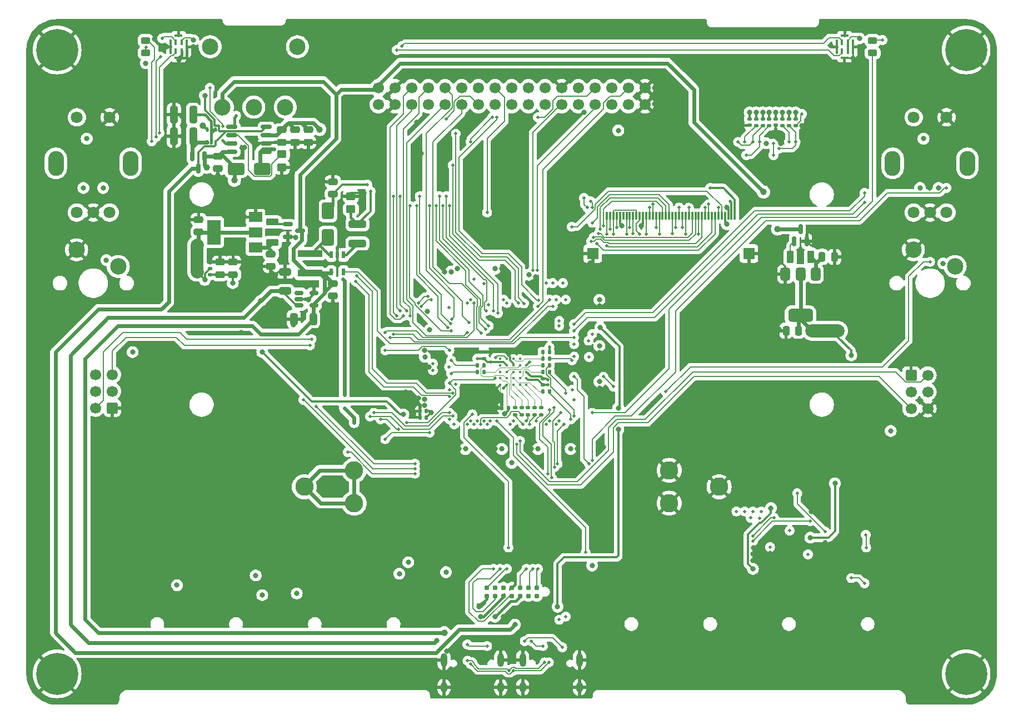
<source format=gbr>
%TF.GenerationSoftware,KiCad,Pcbnew,8.0.5*%
%TF.CreationDate,2024-12-04T14:13:26+01:00*%
%TF.ProjectId,KLST_PANDA,4b4c5354-5f50-4414-9e44-412e6b696361,rev?*%
%TF.SameCoordinates,Original*%
%TF.FileFunction,Copper,L6,Bot*%
%TF.FilePolarity,Positive*%
%FSLAX46Y46*%
G04 Gerber Fmt 4.6, Leading zero omitted, Abs format (unit mm)*
G04 Created by KiCad (PCBNEW 8.0.5) date 2024-12-04 14:13:26*
%MOMM*%
%LPD*%
G01*
G04 APERTURE LIST*
G04 Aperture macros list*
%AMRoundRect*
0 Rectangle with rounded corners*
0 $1 Rounding radius*
0 $2 $3 $4 $5 $6 $7 $8 $9 X,Y pos of 4 corners*
0 Add a 4 corners polygon primitive as box body*
4,1,4,$2,$3,$4,$5,$6,$7,$8,$9,$2,$3,0*
0 Add four circle primitives for the rounded corners*
1,1,$1+$1,$2,$3*
1,1,$1+$1,$4,$5*
1,1,$1+$1,$6,$7*
1,1,$1+$1,$8,$9*
0 Add four rect primitives between the rounded corners*
20,1,$1+$1,$2,$3,$4,$5,0*
20,1,$1+$1,$4,$5,$6,$7,0*
20,1,$1+$1,$6,$7,$8,$9,0*
20,1,$1+$1,$8,$9,$2,$3,0*%
G04 Aperture macros list end*
%TA.AperFunction,EtchedComponent*%
%ADD10C,0.000000*%
%TD*%
%TA.AperFunction,SMDPad,CuDef*%
%ADD11R,0.406400X0.939800*%
%TD*%
%TA.AperFunction,SMDPad,CuDef*%
%ADD12R,0.355600X2.311400*%
%TD*%
%TA.AperFunction,SMDPad,CuDef*%
%ADD13R,1.295400X0.355600*%
%TD*%
%TA.AperFunction,ComponentPad*%
%ADD14C,2.500000*%
%TD*%
%TA.AperFunction,ComponentPad*%
%ADD15O,2.400000X3.800000*%
%TD*%
%TA.AperFunction,ComponentPad*%
%ADD16C,1.800000*%
%TD*%
%TA.AperFunction,ComponentPad*%
%ADD17RoundRect,0.250000X0.600000X0.600000X-0.600000X0.600000X-0.600000X-0.600000X0.600000X-0.600000X0*%
%TD*%
%TA.AperFunction,ComponentPad*%
%ADD18C,1.700000*%
%TD*%
%TA.AperFunction,ComponentPad*%
%ADD19RoundRect,0.250000X-0.600000X-0.600000X0.600000X-0.600000X0.600000X0.600000X-0.600000X0.600000X0*%
%TD*%
%TA.AperFunction,ComponentPad*%
%ADD20C,0.800000*%
%TD*%
%TA.AperFunction,ComponentPad*%
%ADD21C,6.400000*%
%TD*%
%TA.AperFunction,ComponentPad*%
%ADD22O,1.000000X2.100000*%
%TD*%
%TA.AperFunction,ComponentPad*%
%ADD23O,1.000000X1.600000*%
%TD*%
%TA.AperFunction,ComponentPad*%
%ADD24C,2.800000*%
%TD*%
%TA.AperFunction,SMDPad,CuDef*%
%ADD25RoundRect,0.250000X-0.475000X0.250000X-0.475000X-0.250000X0.475000X-0.250000X0.475000X0.250000X0*%
%TD*%
%TA.AperFunction,SMDPad,CuDef*%
%ADD26C,0.370000*%
%TD*%
%TA.AperFunction,SMDPad,CuDef*%
%ADD27RoundRect,0.250000X0.275000X0.700000X-0.275000X0.700000X-0.275000X-0.700000X0.275000X-0.700000X0*%
%TD*%
%TA.AperFunction,SMDPad,CuDef*%
%ADD28RoundRect,0.150000X-0.587500X-0.150000X0.587500X-0.150000X0.587500X0.150000X-0.587500X0.150000X0*%
%TD*%
%TA.AperFunction,SMDPad,CuDef*%
%ADD29RoundRect,0.243750X-0.456250X0.243750X-0.456250X-0.243750X0.456250X-0.243750X0.456250X0.243750X0*%
%TD*%
%TA.AperFunction,SMDPad,CuDef*%
%ADD30RoundRect,0.243750X0.456250X-0.243750X0.456250X0.243750X-0.456250X0.243750X-0.456250X-0.243750X0*%
%TD*%
%TA.AperFunction,SMDPad,CuDef*%
%ADD31RoundRect,0.150000X-0.675000X-0.150000X0.675000X-0.150000X0.675000X0.150000X-0.675000X0.150000X0*%
%TD*%
%TA.AperFunction,SMDPad,CuDef*%
%ADD32RoundRect,0.250000X0.475000X-0.250000X0.475000X0.250000X-0.475000X0.250000X-0.475000X-0.250000X0*%
%TD*%
%TA.AperFunction,SMDPad,CuDef*%
%ADD33RoundRect,0.250000X0.325000X0.650000X-0.325000X0.650000X-0.325000X-0.650000X0.325000X-0.650000X0*%
%TD*%
%TA.AperFunction,SMDPad,CuDef*%
%ADD34RoundRect,0.135000X0.135000X0.185000X-0.135000X0.185000X-0.135000X-0.185000X0.135000X-0.185000X0*%
%TD*%
%TA.AperFunction,SMDPad,CuDef*%
%ADD35RoundRect,0.135000X-0.185000X0.135000X-0.185000X-0.135000X0.185000X-0.135000X0.185000X0.135000X0*%
%TD*%
%TA.AperFunction,SMDPad,CuDef*%
%ADD36RoundRect,0.250000X-1.000000X-0.650000X1.000000X-0.650000X1.000000X0.650000X-1.000000X0.650000X0*%
%TD*%
%TA.AperFunction,SMDPad,CuDef*%
%ADD37RoundRect,0.250000X-0.650000X1.000000X-0.650000X-1.000000X0.650000X-1.000000X0.650000X1.000000X0*%
%TD*%
%TA.AperFunction,SMDPad,CuDef*%
%ADD38R,0.550000X1.050000*%
%TD*%
%TA.AperFunction,SMDPad,CuDef*%
%ADD39RoundRect,0.135000X-0.135000X-0.185000X0.135000X-0.185000X0.135000X0.185000X-0.135000X0.185000X0*%
%TD*%
%TA.AperFunction,SMDPad,CuDef*%
%ADD40RoundRect,0.140000X0.170000X-0.140000X0.170000X0.140000X-0.170000X0.140000X-0.170000X-0.140000X0*%
%TD*%
%TA.AperFunction,SMDPad,CuDef*%
%ADD41RoundRect,0.140000X-0.170000X0.140000X-0.170000X-0.140000X0.170000X-0.140000X0.170000X0.140000X0*%
%TD*%
%TA.AperFunction,SMDPad,CuDef*%
%ADD42C,2.000000*%
%TD*%
%TA.AperFunction,SMDPad,CuDef*%
%ADD43RoundRect,0.250000X0.250000X0.475000X-0.250000X0.475000X-0.250000X-0.475000X0.250000X-0.475000X0*%
%TD*%
%TA.AperFunction,SMDPad,CuDef*%
%ADD44C,0.787000*%
%TD*%
%TA.AperFunction,SMDPad,CuDef*%
%ADD45R,0.300000X1.300000*%
%TD*%
%TA.AperFunction,SMDPad,CuDef*%
%ADD46R,1.800000X1.800000*%
%TD*%
%TA.AperFunction,SMDPad,CuDef*%
%ADD47RoundRect,0.140000X0.140000X0.170000X-0.140000X0.170000X-0.140000X-0.170000X0.140000X-0.170000X0*%
%TD*%
%TA.AperFunction,SMDPad,CuDef*%
%ADD48RoundRect,0.250000X-0.250000X-0.475000X0.250000X-0.475000X0.250000X0.475000X-0.250000X0.475000X0*%
%TD*%
%TA.AperFunction,SMDPad,CuDef*%
%ADD49RoundRect,0.147500X-0.172500X0.147500X-0.172500X-0.147500X0.172500X-0.147500X0.172500X0.147500X0*%
%TD*%
%TA.AperFunction,SMDPad,CuDef*%
%ADD50RoundRect,0.135000X0.185000X-0.135000X0.185000X0.135000X-0.185000X0.135000X-0.185000X-0.135000X0*%
%TD*%
%TA.AperFunction,SMDPad,CuDef*%
%ADD51RoundRect,0.150000X0.150000X-0.587500X0.150000X0.587500X-0.150000X0.587500X-0.150000X-0.587500X0*%
%TD*%
%TA.AperFunction,SMDPad,CuDef*%
%ADD52RoundRect,0.250000X-0.312500X-1.075000X0.312500X-1.075000X0.312500X1.075000X-0.312500X1.075000X0*%
%TD*%
%TA.AperFunction,SMDPad,CuDef*%
%ADD53RoundRect,0.250000X-1.075000X0.312500X-1.075000X-0.312500X1.075000X-0.312500X1.075000X0.312500X0*%
%TD*%
%TA.AperFunction,SMDPad,CuDef*%
%ADD54RoundRect,0.250000X0.450000X-0.350000X0.450000X0.350000X-0.450000X0.350000X-0.450000X-0.350000X0*%
%TD*%
%TA.AperFunction,SMDPad,CuDef*%
%ADD55R,3.700000X1.100000*%
%TD*%
%TA.AperFunction,SMDPad,CuDef*%
%ADD56R,2.000000X1.500000*%
%TD*%
%TA.AperFunction,SMDPad,CuDef*%
%ADD57R,2.000000X3.800000*%
%TD*%
%TA.AperFunction,SMDPad,CuDef*%
%ADD58R,0.400000X0.650000*%
%TD*%
%TA.AperFunction,SMDPad,CuDef*%
%ADD59RoundRect,0.150000X-0.512500X-0.150000X0.512500X-0.150000X0.512500X0.150000X-0.512500X0.150000X0*%
%TD*%
%TA.AperFunction,SMDPad,CuDef*%
%ADD60RoundRect,0.375000X-0.375000X0.625000X-0.375000X-0.625000X0.375000X-0.625000X0.375000X0.625000X0*%
%TD*%
%TA.AperFunction,SMDPad,CuDef*%
%ADD61RoundRect,0.500000X-1.400000X0.500000X-1.400000X-0.500000X1.400000X-0.500000X1.400000X0.500000X0*%
%TD*%
%TA.AperFunction,SMDPad,CuDef*%
%ADD62RoundRect,0.250000X0.650000X-0.325000X0.650000X0.325000X-0.650000X0.325000X-0.650000X-0.325000X0*%
%TD*%
%TA.AperFunction,SMDPad,CuDef*%
%ADD63RoundRect,0.150000X-0.150000X0.587500X-0.150000X-0.587500X0.150000X-0.587500X0.150000X0.587500X0*%
%TD*%
%TA.AperFunction,SMDPad,CuDef*%
%ADD64RoundRect,0.250000X0.700000X-0.275000X0.700000X0.275000X-0.700000X0.275000X-0.700000X-0.275000X0*%
%TD*%
%TA.AperFunction,ViaPad*%
%ADD65C,0.800000*%
%TD*%
%TA.AperFunction,ViaPad*%
%ADD66C,0.500000*%
%TD*%
%TA.AperFunction,ViaPad*%
%ADD67C,1.000000*%
%TD*%
%TA.AperFunction,Conductor*%
%ADD68C,0.300000*%
%TD*%
%TA.AperFunction,Conductor*%
%ADD69C,0.400000*%
%TD*%
%TA.AperFunction,Conductor*%
%ADD70C,0.090000*%
%TD*%
%TA.AperFunction,Conductor*%
%ADD71C,0.150000*%
%TD*%
%TA.AperFunction,Conductor*%
%ADD72C,0.600000*%
%TD*%
G04 APERTURE END LIST*
D10*
%TA.AperFunction,EtchedComponent*%
%TO.C,NT2*%
G36*
X174000000Y-98750000D02*
G01*
X170000000Y-98750000D01*
X170000000Y-96750000D01*
X174000000Y-96750000D01*
X174000000Y-98750000D01*
G37*
%TD.AperFunction*%
%TA.AperFunction,EtchedComponent*%
%TO.C,NT1*%
G36*
X77305000Y-88750000D02*
G01*
X75305000Y-88750000D01*
X75305000Y-84750000D01*
X77305000Y-84750000D01*
X77305000Y-88750000D01*
G37*
%TD.AperFunction*%
%TD*%
D11*
%TO.P,U11,1,VDD*%
%TO.N,+3.3V*%
X73949999Y-53825000D03*
%TO.P,U11,2,LR*%
%TO.N,GND*%
X73949999Y-55175000D03*
%TO.P,U11,3,CLK*%
%TO.N,_AUDIO_MIC_CLK*%
X73050001Y-55175000D03*
%TO.P,U11,4,DOUT*%
%TO.N,_AUDIO_MIC_DATA*%
X73050001Y-53825000D03*
D12*
%TO.P,U11,5,GND*%
%TO.N,GND*%
X74725000Y-54500000D03*
D13*
X73500000Y-56225000D03*
X73500000Y-52775000D03*
D12*
X72275000Y-54500000D03*
%TD*%
D11*
%TO.P,U10,1,VDD*%
%TO.N,+3.3V*%
X175449999Y-53825000D03*
%TO.P,U10,2,LR*%
X175449999Y-55175000D03*
%TO.P,U10,3,CLK*%
%TO.N,_AUDIO_MIC_CLK*%
X174550001Y-55175000D03*
%TO.P,U10,4,DOUT*%
%TO.N,_AUDIO_MIC_DATA*%
X174550001Y-53825000D03*
D12*
%TO.P,U10,5,GND*%
%TO.N,GND*%
X176225000Y-54500000D03*
D13*
X175000000Y-56225000D03*
X175000000Y-52775000D03*
D12*
X173775000Y-54500000D03*
%TD*%
D14*
%TO.P,SW7,1,1*%
%TO.N,Net-(R50-Pad1)*%
X191810000Y-87960000D03*
%TO.P,SW7,2,2*%
%TO.N,GND*%
X185460000Y-85420000D03*
%TD*%
D15*
%TO.P,SW4,*%
%TO.N,*%
X193700000Y-72250000D03*
X182300000Y-72250000D03*
D16*
%TO.P,SW4,A,A*%
%TO.N,Net-(C40-Pad1)*%
X190500000Y-79750000D03*
%TO.P,SW4,B,B*%
%TO.N,Net-(C38-Pad1)*%
X185500000Y-79750000D03*
%TO.P,SW4,C,C*%
%TO.N,GND*%
X188000000Y-79750000D03*
%TO.P,SW4,S1,S1*%
X190500000Y-65250000D03*
%TO.P,SW4,S2,S2*%
%TO.N,Net-(R27-Pad1)*%
X185500000Y-65250000D03*
%TD*%
D14*
%TO.P,SW8,1,1*%
%TO.N,Net-(R52-Pad1)*%
X64310000Y-87960000D03*
%TO.P,SW8,2,2*%
%TO.N,GND*%
X57960000Y-85420000D03*
%TD*%
D15*
%TO.P,SW5,*%
%TO.N,*%
X66200000Y-72250000D03*
X54800000Y-72250000D03*
D16*
%TO.P,SW5,A,A*%
%TO.N,Net-(C43-Pad1)*%
X63000000Y-79750000D03*
%TO.P,SW5,B,B*%
%TO.N,Net-(C41-Pad1)*%
X58000000Y-79750000D03*
%TO.P,SW5,C,C*%
%TO.N,GND*%
X60500000Y-79750000D03*
%TO.P,SW5,S1,S1*%
X63000000Y-65250000D03*
%TO.P,SW5,S2,S2*%
%TO.N,Net-(R33-Pad1)*%
X58000000Y-65250000D03*
%TD*%
D17*
%TO.P,J6,1,Pin_1*%
%TO.N,GND*%
X63400000Y-109500000D03*
D18*
%TO.P,J6,2,Pin_2*%
%TO.N,_IDC_SERIAL_00_TX*%
X60860000Y-109500000D03*
%TO.P,J6,3,Pin_3*%
%TO.N,Net-(D10-K)*%
X63400000Y-106960000D03*
%TO.P,J6,4,Pin_4*%
X60860000Y-106960000D03*
%TO.P,J6,5,Pin_5*%
%TO.N,_IDC_SERIAL_00_RX*%
X63400000Y-104420000D03*
%TO.P,J6,6,Pin_6*%
%TO.N,GND*%
X60860000Y-104420000D03*
%TD*%
D19*
%TO.P,J5,1,Pin_1*%
%TO.N,GND*%
X185100000Y-104500000D03*
D18*
%TO.P,J5,2,Pin_2*%
%TO.N,_IDC_SERIAL_01_TX*%
X187640000Y-104500000D03*
%TO.P,J5,3,Pin_3*%
%TO.N,Net-(D9-K)*%
X185100000Y-107040000D03*
%TO.P,J5,4,Pin_4*%
X187640000Y-107040000D03*
%TO.P,J5,5,Pin_5*%
%TO.N,_IDC_SERIAL_01_RX*%
X185100000Y-109580000D03*
%TO.P,J5,6,Pin_6*%
%TO.N,GND*%
X187640000Y-109580000D03*
%TD*%
D20*
%TO.P,H2,1,1*%
%TO.N,GND*%
X191100000Y-55000000D03*
X191802944Y-53302944D03*
X191802944Y-56697056D03*
X193500000Y-52600000D03*
D21*
X193500000Y-55000000D03*
D20*
X193500000Y-57400000D03*
X195197056Y-53302944D03*
X195197056Y-56697056D03*
X195900000Y-55000000D03*
%TD*%
D14*
%TO.P,SW3,*%
%TO.N,*%
X78306688Y-54500000D03*
X91606662Y-54500000D03*
%TO.P,SW3,1,A*%
%TO.N,+5V*%
X80156573Y-63699898D03*
%TO.P,SW3,2,B*%
%TO.N,/battery/+5V_OUT*%
X84956675Y-63699898D03*
%TO.P,SW3,3,C*%
%TO.N,unconnected-(SW3-C-Pad3)*%
X89756777Y-63699898D03*
%TD*%
D22*
%TO.P,J9,S1,SHIELD*%
%TO.N,GND*%
X125930000Y-147870000D03*
D23*
X125930000Y-152050000D03*
D22*
X134570000Y-147870000D03*
D23*
X134570000Y-152050000D03*
%TD*%
D20*
%TO.P,H1,1,1*%
%TO.N,GND*%
X52600000Y-55000000D03*
X53302944Y-53302944D03*
X53302944Y-56697056D03*
X55000000Y-52600000D03*
D21*
X55000000Y-55000000D03*
D20*
X55000000Y-57400000D03*
X56697056Y-53302944D03*
X56697056Y-56697056D03*
X57400000Y-55000000D03*
%TD*%
D22*
%TO.P,J10,S1,SHIELD*%
%TO.N,GND*%
X113930000Y-147870000D03*
D23*
X113930000Y-152050000D03*
D22*
X122570000Y-147870000D03*
D23*
X122570000Y-152050000D03*
%TD*%
D20*
%TO.P,H4,1,1*%
%TO.N,GND*%
X191100000Y-150000000D03*
X191802944Y-148302944D03*
X191802944Y-151697056D03*
X193500000Y-147600000D03*
D21*
X193500000Y-150000000D03*
D20*
X193500000Y-152400000D03*
X195197056Y-148302944D03*
X195197056Y-151697056D03*
X195900000Y-150000000D03*
%TD*%
D18*
%TO.P,J13,1,Pin_1*%
%TO.N,+3.3V*%
X103930000Y-63290000D03*
%TO.P,J13,2,Pin_2*%
%TO.N,+5V*%
X103930000Y-60750000D03*
%TO.P,J13,3,Pin_3*%
%TO.N,GND*%
X106470000Y-63290000D03*
%TO.P,J13,4,Pin_4*%
X106470000Y-60750000D03*
%TO.P,J13,5,Pin_5*%
%TO.N,GPIO_00_PWM*%
X109010000Y-63290000D03*
%TO.P,J13,6,Pin_6*%
%TO.N,GPIO_01_PWM*%
X109010000Y-60750000D03*
%TO.P,J13,7,Pin_7*%
%TO.N,GPIO_02_PWM*%
X111550000Y-63290000D03*
%TO.P,J13,8,Pin_8*%
%TO.N,GPIO_03_PWM*%
X111550000Y-60750000D03*
%TO.P,J13,9,Pin_9*%
%TO.N,GPIO_04_ADC*%
X114090000Y-63290000D03*
%TO.P,J13,10,Pin_10*%
%TO.N,GPIO_05_ADC*%
X114090000Y-60750000D03*
%TO.P,J13,11,Pin_11*%
%TO.N,GPIO_06*%
X116630000Y-63290000D03*
%TO.P,J13,12,Pin_12*%
%TO.N,GPIO_07*%
X116630000Y-60750000D03*
%TO.P,J13,13,Pin_13*%
%TO.N,GPIO_08*%
X119170000Y-63290000D03*
%TO.P,J13,14,Pin_14*%
%TO.N,GPIO_09*%
X119170000Y-60750000D03*
%TO.P,J13,15,Pin_15*%
%TO.N,GPIO_10*%
X121710000Y-63290000D03*
%TO.P,J13,16,Pin_16*%
%TO.N,GPIO_11*%
X121710000Y-60750000D03*
%TO.P,J13,17,Pin_17*%
%TO.N,GPIO_12*%
X124250000Y-63290000D03*
%TO.P,J13,18,Pin_18*%
%TO.N,GPIO_13*%
X124250000Y-60750000D03*
%TO.P,J13,19,Pin_19*%
%TO.N,GPIO_14*%
X126790000Y-63290000D03*
%TO.P,J13,20,Pin_20*%
%TO.N,GPIO_15*%
X126790000Y-60750000D03*
%TO.P,J13,21,Pin_21*%
%TO.N,GPIO_16*%
X129330000Y-63290000D03*
%TO.P,J13,22,Pin_22*%
%TO.N,GPIO_17*%
X129330000Y-60750000D03*
%TO.P,J13,23,Pin_23*%
%TO.N,GPIO_18*%
X131870000Y-63290000D03*
%TO.P,J13,24,Pin_24*%
%TO.N,GND*%
X131870000Y-60750000D03*
%TO.P,J13,25,Pin_25*%
%TO.N,SERIAL_USR_RX*%
X134410000Y-63290000D03*
%TO.P,J13,26,Pin_26*%
%TO.N,SPI_USR_CS*%
X134410000Y-60750000D03*
%TO.P,J13,27,Pin_27*%
%TO.N,SERIAL_USR_TX*%
X136950000Y-63290000D03*
%TO.P,J13,28,Pin_28*%
%TO.N,SPI_USR_MISO*%
X136950000Y-60750000D03*
%TO.P,J13,29,Pin_29*%
%TO.N,I2C_USR_SDA*%
X139490000Y-63290000D03*
%TO.P,J13,30,Pin_30*%
%TO.N,SPI_USR_MOSI*%
X139490000Y-60750000D03*
%TO.P,J13,31,Pin_31*%
%TO.N,I2C_USR_SCL*%
X142030000Y-63290000D03*
%TO.P,J13,32,Pin_32*%
%TO.N,SPI_USR_SCK*%
X142030000Y-60750000D03*
%TO.P,J13,33,Pin_33*%
%TO.N,GND*%
X144570000Y-63290000D03*
%TO.P,J13,34,Pin_34*%
X144570000Y-60750000D03*
%TD*%
D20*
%TO.P,H3,1,1*%
%TO.N,GND*%
X52600000Y-150000000D03*
X53302944Y-148302944D03*
X53302944Y-151697056D03*
X55000000Y-147600000D03*
D21*
X55000000Y-150000000D03*
D20*
X55000000Y-152400000D03*
X56697056Y-148302944D03*
X56697056Y-151697056D03*
X57400000Y-150000000D03*
%TD*%
D24*
%TO.P,J4,1,Pin_1*%
%TO.N,GND*%
X155850000Y-121500000D03*
X148251000Y-124000000D03*
X148250000Y-119000000D03*
%TD*%
%TO.P,J3,1,Pin_1*%
%TO.N,/battery/(BAT_PLUS)*%
X92650000Y-121500000D03*
X100249000Y-119000000D03*
X100250000Y-124000000D03*
%TD*%
D25*
%TO.P,C1,1*%
%TO.N,/power/(PWR_5V_TO_3.3V)*%
X87555000Y-86050000D03*
%TO.P,C1,2*%
%TO.N,GND*%
X87555000Y-87950000D03*
%TD*%
D26*
%TO.P,U12,A2,RFU_1*%
%TO.N,unconnected-(U12-RFU_1-PadA2)*%
X125500000Y-102000000D03*
%TO.P,U12,A3,CS#*%
%TO.N,Net-(U12-CS#)*%
X124500000Y-102000000D03*
%TO.P,U12,A4,RESET#*%
%TO.N,NRST*%
X123500000Y-102000000D03*
%TO.P,U12,A5,RFU_2*%
%TO.N,unconnected-(U12-RFU_2-PadA5)*%
X122500000Y-102000000D03*
%TO.P,U12,B1,CK#*%
%TO.N,GND*%
X126500000Y-103000000D03*
%TO.P,U12,B2,CK*%
%TO.N,Net-(U12-CK)*%
X125500000Y-103000000D03*
%TO.P,U12,B3,VSS*%
%TO.N,GND*%
X124500000Y-103000000D03*
%TO.P,U12,B4,VCC*%
%TO.N,+3.3V*%
X123500000Y-103000000D03*
%TO.P,U12,B5,RFU_3*%
%TO.N,unconnected-(U12-RFU_3-PadB5)*%
X122500000Y-103000000D03*
%TO.P,U12,C1,VSSQ_1*%
%TO.N,GND*%
X126500000Y-104000000D03*
%TO.P,U12,C2,RFU_4*%
%TO.N,unconnected-(U12-RFU_4-PadC2)*%
X125500000Y-104000000D03*
%TO.P,U12,C3,RWDS*%
%TO.N,Net-(U12-RWDS)*%
X124500000Y-104000000D03*
%TO.P,U12,C4,DQ2*%
%TO.N,Net-(U12-DQ2)*%
X123500000Y-104000000D03*
%TO.P,U12,C5,RFU_5*%
%TO.N,unconnected-(U12-RFU_5-PadC5)*%
X122500000Y-104000000D03*
%TO.P,U12,D1,VCCQ_1*%
%TO.N,+3.3V*%
X126500000Y-105000000D03*
%TO.P,U12,D2,DQ1*%
%TO.N,Net-(U12-DQ1)*%
X125500000Y-105000000D03*
%TO.P,U12,D3,DQ0*%
%TO.N,Net-(U12-DQ0)*%
X124500000Y-105000000D03*
%TO.P,U12,D4,DQ3*%
%TO.N,Net-(U12-DQ3)*%
X123500000Y-105000000D03*
%TO.P,U12,D5,DQ4*%
%TO.N,Net-(U12-DQ4)*%
X122500000Y-105000000D03*
%TO.P,U12,E1,DQ7*%
%TO.N,Net-(U12-DQ7)*%
X126500000Y-106000000D03*
%TO.P,U12,E2,DQ6*%
%TO.N,Net-(U12-DQ6)*%
X125500000Y-106000000D03*
%TO.P,U12,E3,DQ5*%
%TO.N,Net-(U12-DQ5)*%
X124500000Y-106000000D03*
%TO.P,U12,E4,VCCQ_2*%
%TO.N,+3.3V*%
X123500000Y-106000000D03*
%TO.P,U12,E5,VSSQ_2*%
%TO.N,GND*%
X122500000Y-106000000D03*
%TD*%
D27*
%TO.P,FB4,1*%
%TO.N,/power/(PWR_5V_TO_1.8V)*%
X169825000Y-86500000D03*
%TO.P,FB4,2*%
%TO.N,Net-(Q4-S)*%
X166675000Y-86500000D03*
%TD*%
D28*
%TO.P,Q1,1,G*%
%TO.N,GND*%
X90117500Y-83450000D03*
%TO.P,Q1,2,S*%
%TO.N,Net-(Q1-S)*%
X90117500Y-81550000D03*
%TO.P,Q1,3,D*%
%TO.N,+5V*%
X91992500Y-82500000D03*
%TD*%
D29*
%TO.P,D1,1,K*%
%TO.N,Net-(D1-K)*%
X179250000Y-53562500D03*
%TO.P,D1,2,A*%
%TO.N,_LED_00*%
X179250000Y-55437500D03*
%TD*%
D30*
%TO.P,D2,1,K*%
%TO.N,Net-(D2-K)*%
X68500000Y-55437500D03*
%TO.P,D2,2,A*%
%TO.N,_LED_01*%
X68500000Y-53562500D03*
%TD*%
D31*
%TO.P,U4,1,VOUT*%
%TO.N,/battery/+5V_OUT*%
X81625000Y-70504949D03*
%TO.P,U4,2,~{CHRG}*%
%TO.N,/battery/(LED_CHRG)*%
X81625000Y-69234949D03*
%TO.P,U4,3,PROG*%
%TO.N,Net-(U4-PROG)*%
X81625000Y-67964949D03*
%TO.P,U4,4,~{STDBY}*%
%TO.N,/battery/(LED_STDBY)*%
X81625000Y-66694949D03*
%TO.P,U4,5,VCC*%
%TO.N,_USB_DEVICE_HOST_VBUS*%
X86875000Y-66694949D03*
%TO.P,U4,6,BAT*%
%TO.N,/battery/(BAT_PLUS)*%
X86875000Y-67964949D03*
%TO.P,U4,7,GND*%
%TO.N,GND*%
X86875000Y-69234949D03*
%TO.P,U4,8,LX*%
%TO.N,/battery/LX*%
X86875000Y-70504949D03*
%TD*%
D32*
%TO.P,C31,1*%
%TO.N,/display/DISPLAY_ANODE_PLUS_22V_OUT*%
X97000000Y-76950000D03*
%TO.P,C31,2*%
%TO.N,GND*%
X97000000Y-75050000D03*
%TD*%
D33*
%TO.P,C47,1*%
%TO.N,+5V*%
X94000000Y-95982483D03*
%TO.P,C47,2*%
%TO.N,GND*%
X91050000Y-95982483D03*
%TD*%
D34*
%TO.P,R60,1*%
%TO.N,_EXT_MEMORY_CHIP_SELECT*%
X130010000Y-102000000D03*
%TO.P,R60,2*%
%TO.N,Net-(U12-CS#)*%
X128990000Y-102000000D03*
%TD*%
D35*
%TO.P,R68,1*%
%TO.N,Net-(U12-DQ4)*%
X124750000Y-109490000D03*
%TO.P,R68,2*%
%TO.N,_EXT_MEMORY_A4*%
X124750000Y-110510000D03*
%TD*%
D36*
%TO.P,D7,1,K*%
%TO.N,/battery/+5V_OUT*%
X82250000Y-73099949D03*
%TO.P,D7,2,A*%
%TO.N,/battery/LX*%
X86250000Y-73099949D03*
%TD*%
D37*
%TO.P,D4,1,K*%
%TO.N,/display/DISPLAY_ANODE_PLUS_22V_OUT*%
X96250000Y-79500000D03*
%TO.P,D4,2,A*%
%TO.N,Net-(D4-A)*%
X96250000Y-83500000D03*
%TD*%
D35*
%TO.P,R17,1*%
%TO.N,+3.3V*%
X161500000Y-65490000D03*
%TO.P,R17,2*%
%TO.N,_CARD_SDMMC_D2*%
X161500000Y-66510000D03*
%TD*%
D38*
%TO.P,U3,1,SW*%
%TO.N,Net-(D4-A)*%
X96750000Y-86200000D03*
%TO.P,U3,2,GND*%
%TO.N,GND*%
X97700000Y-86200000D03*
%TO.P,U3,3,FB*%
%TO.N,Net-(U3-FB)*%
X98650000Y-86200000D03*
%TO.P,U3,4,~{SHDN}*%
%TO.N,_DISPLAY_BACKLIGHT_PWM*%
X98650000Y-88800000D03*
%TO.P,U3,5,VIN*%
%TO.N,+5V*%
X96750000Y-88800000D03*
%TD*%
D39*
%TO.P,R65,1*%
%TO.N,Net-(U12-DQ1)*%
X128990000Y-104000000D03*
%TO.P,R65,2*%
%TO.N,_EXT_MEMORY_A1*%
X130010000Y-104000000D03*
%TD*%
D40*
%TO.P,C56,1*%
%TO.N,+3.3V*%
X129000000Y-105980000D03*
%TO.P,C56,2*%
%TO.N,GND*%
X129000000Y-105020000D03*
%TD*%
D39*
%TO.P,R64,1*%
%TO.N,Net-(U12-DQ2)*%
X128990000Y-103000000D03*
%TO.P,R64,2*%
%TO.N,_EXT_MEMORY_A2*%
X130010000Y-103000000D03*
%TD*%
D41*
%TO.P,C30,1*%
%TO.N,+3.3V*%
X160500000Y-65520000D03*
%TO.P,C30,2*%
%TO.N,GND*%
X160500000Y-66480000D03*
%TD*%
D42*
%TO.P,NT2,1,1*%
%TO.N,+1.8V*%
X174000000Y-97750000D03*
%TO.P,NT2,2,2*%
%TO.N,/power/(PWR_1.8V)*%
X170000000Y-97750000D03*
%TD*%
D39*
%TO.P,R63,1*%
%TO.N,Net-(U12-CS#)*%
X128990000Y-101000000D03*
%TO.P,R63,2*%
%TO.N,+3.3V*%
X130010000Y-101000000D03*
%TD*%
D43*
%TO.P,C89,1*%
%TO.N,/power/(PWR_1.8V)*%
X167950000Y-97750000D03*
%TO.P,C89,2*%
%TO.N,GND*%
X166050000Y-97750000D03*
%TD*%
D44*
%TO.P,J15,1,NC*%
%TO.N,unconnected-(J15-NC-Pad1)*%
X128060000Y-138135000D03*
%TO.P,J15,2,NC*%
%TO.N,unconnected-(J15-NC-Pad2)*%
X126790000Y-138135000D03*
%TO.P,J15,3,VCC*%
%TO.N,+3.3V*%
X125520000Y-138135000D03*
%TO.P,J15,4,JTMS/SWDIO*%
%TO.N,/programmer/SWD_IO*%
X124250000Y-138135000D03*
%TO.P,J15,5,GND*%
%TO.N,GND*%
X122980000Y-138135000D03*
%TO.P,J15,6,JCLK/SWCLK*%
%TO.N,/programmer/SWD_CLK*%
X121710000Y-138135000D03*
%TO.P,J15,7,GND*%
%TO.N,GND*%
X120440000Y-138135000D03*
%TO.P,J15,8,JTDO/SWO*%
%TO.N,/programmer/SWD_OUT*%
X120440000Y-136865000D03*
%TO.P,J15,9,JRCLK/NC*%
%TO.N,unconnected-(J15-JRCLK{slash}NC-Pad9)*%
X121710000Y-136865000D03*
%TO.P,J15,10,JTDI/NC*%
%TO.N,unconnected-(J15-JTDI{slash}NC-Pad10)*%
X122980000Y-136865000D03*
%TO.P,J15,11,GNDDetect*%
%TO.N,GND*%
X124250000Y-136865000D03*
%TO.P,J15,12,~{RST}*%
%TO.N,/programmer/RST*%
X125520000Y-136865000D03*
%TO.P,J15,13,VCP_RX*%
%TO.N,/programmer/SERIAL_RX*%
X126790000Y-136865000D03*
%TO.P,J15,14,VCP_TX*%
%TO.N,/programmer/SERIAL_TX*%
X128060000Y-136865000D03*
%TD*%
D32*
%TO.P,C3,1*%
%TO.N,+3.3VA*%
X79805000Y-89200000D03*
%TO.P,C3,2*%
%TO.N,GND*%
X79805000Y-87300000D03*
%TD*%
D35*
%TO.P,R69,1*%
%TO.N,Net-(U12-DQ7)*%
X128750000Y-109490000D03*
%TO.P,R69,2*%
%TO.N,_EXT_MEMORY_A7*%
X128750000Y-110510000D03*
%TD*%
D45*
%TO.P,J2,1,Pin_1*%
%TO.N,/display/DISPLAY_CATHODE_MINUS_OUT*%
X158250000Y-80250000D03*
%TO.P,J2,2,Pin_2*%
%TO.N,/display/DISPLAY_ANODE_PLUS_22V_OUT*%
X157750000Y-80250000D03*
%TO.P,J2,3,Pin_3*%
%TO.N,GND*%
X157250000Y-80250000D03*
%TO.P,J2,4,Pin_4*%
%TO.N,+3.3V*%
X156750000Y-80250000D03*
%TO.P,J2,5,Pin_5*%
%TO.N,_DISPLAY_LTDC_R0*%
X156250000Y-80250000D03*
%TO.P,J2,6,Pin_6*%
%TO.N,_DISPLAY_LTDC_R1*%
X155750000Y-80250000D03*
%TO.P,J2,7,Pin_7*%
%TO.N,_DISPLAY_LTDC_R2*%
X155250000Y-80250000D03*
%TO.P,J2,8,Pin_8*%
%TO.N,_DISPLAY_LTDC_R3*%
X154750000Y-80250000D03*
%TO.P,J2,9,Pin_9*%
%TO.N,_DISPLAY_LTDC_R4*%
X154250000Y-80250000D03*
%TO.P,J2,10,Pin_10*%
%TO.N,_DISPLAY_LTDC_R5*%
X153750000Y-80250000D03*
%TO.P,J2,11,Pin_11*%
%TO.N,_DISPLAY_LTDC_R6*%
X153250000Y-80250000D03*
%TO.P,J2,12,Pin_12*%
%TO.N,_DISPLAY_LTDC_R7*%
X152750000Y-80250000D03*
%TO.P,J2,13,Pin_13*%
%TO.N,_DISPLAY_LTDC_G0*%
X152250000Y-80250000D03*
%TO.P,J2,14,Pin_14*%
%TO.N,_DISPLAY_LTDC_G1*%
X151750000Y-80250000D03*
%TO.P,J2,15,Pin_15*%
%TO.N,_DISPLAY_LTDC_G2*%
X151250000Y-80250000D03*
%TO.P,J2,16,Pin_16*%
%TO.N,_DISPLAY_LTDC_G3*%
X150750000Y-80250000D03*
%TO.P,J2,17,Pin_17*%
%TO.N,_DISPLAY_LTDC_G4*%
X150250000Y-80250000D03*
%TO.P,J2,18,Pin_18*%
%TO.N,_DISPLAY_LTDC_G5*%
X149750000Y-80250000D03*
%TO.P,J2,19,Pin_19*%
%TO.N,_DISPLAY_LTDC_G6*%
X149250000Y-80250000D03*
%TO.P,J2,20,Pin_20*%
%TO.N,_DISPLAY_LTDC_G7*%
X148750000Y-80250000D03*
%TO.P,J2,21,Pin_21*%
%TO.N,_DISPLAY_LTDC_B0*%
X148250000Y-80250000D03*
%TO.P,J2,22,Pin_22*%
%TO.N,_DISPLAY_LTDC_B1*%
X147750000Y-80250000D03*
%TO.P,J2,23,Pin_23*%
%TO.N,_DISPLAY_LTDC_B2*%
X147250000Y-80250000D03*
%TO.P,J2,24,Pin_24*%
%TO.N,_DISPLAY_LTDC_B3*%
X146750000Y-80250000D03*
%TO.P,J2,25,Pin_25*%
%TO.N,_DISPLAY_LTDC_B4*%
X146250000Y-80250000D03*
%TO.P,J2,26,Pin_26*%
%TO.N,_DISPLAY_LTDC_B5*%
X145750000Y-80250000D03*
%TO.P,J2,27,Pin_27*%
%TO.N,_DISPLAY_LTDC_B6*%
X145250000Y-80250000D03*
%TO.P,J2,28,Pin_28*%
%TO.N,_DISPLAY_LTDC_B7*%
X144750000Y-80250000D03*
%TO.P,J2,29,Pin_29*%
%TO.N,GND*%
X144250000Y-80250000D03*
%TO.P,J2,30,Pin_30*%
%TO.N,_DISPLAY_LTDC_CLK*%
X143750000Y-80250000D03*
%TO.P,J2,31,Pin_31*%
%TO.N,_DISPLAY_ON_OFF*%
X143250000Y-80250000D03*
%TO.P,J2,32,Pin_32*%
%TO.N,_DISPLAY_LTDC_HSYNC*%
X142750000Y-80250000D03*
%TO.P,J2,33,Pin_33*%
%TO.N,_DISPLAY_LTDC_VSYNC*%
X142250000Y-80250000D03*
%TO.P,J2,34,Pin_34*%
%TO.N,_DISPLAY_LTDC_DE*%
X141750000Y-80250000D03*
%TO.P,J2,35,Pin_35*%
%TO.N,unconnected-(J2-Pin_35-Pad35)*%
X141250000Y-80250000D03*
%TO.P,J2,36,Pin_36*%
%TO.N,GND*%
X140750000Y-80250000D03*
%TO.P,J2,37,Pin_37*%
%TO.N,_DISPLAY_TOUCH_INTERRUPT*%
X140250000Y-80250000D03*
%TO.P,J2,38,Pin_38*%
%TO.N,_DISPLAY_ON_OFF*%
X139750000Y-80250000D03*
%TO.P,J2,39,Pin_39*%
%TO.N,_AUDIO_CODEC_I2C_SCL*%
X139250000Y-80250000D03*
%TO.P,J2,40,Pin_40*%
%TO.N,_AUDIO_CODEC_I2C_SDA*%
X138750000Y-80250000D03*
D46*
%TO.P,J2,SH,Shield*%
%TO.N,GND*%
X160400000Y-86000000D03*
X136600000Y-86000000D03*
%TD*%
D47*
%TO.P,C54,1*%
%TO.N,+3.3V*%
X123730000Y-109500000D03*
%TO.P,C54,2*%
%TO.N,GND*%
X122770000Y-109500000D03*
%TD*%
D48*
%TO.P,C88,1*%
%TO.N,/power/(PWR_5V_TO_1.8V)*%
X171550000Y-86500000D03*
%TO.P,C88,2*%
%TO.N,GND*%
X173450000Y-86500000D03*
%TD*%
D35*
%TO.P,R71,1*%
%TO.N,Net-(U12-DQ5)*%
X126750000Y-109490000D03*
%TO.P,R71,2*%
%TO.N,_EXT_MEMORY_A5*%
X126750000Y-110510000D03*
%TD*%
D25*
%TO.P,C32,1*%
%TO.N,+5V*%
X97000000Y-90550000D03*
%TO.P,C32,2*%
%TO.N,GND*%
X97000000Y-92450000D03*
%TD*%
D40*
%TO.P,C29,1*%
%TO.N,GND*%
X164500000Y-66480000D03*
%TO.P,C29,2*%
%TO.N,+3.3V*%
X164500000Y-65520000D03*
%TD*%
D49*
%TO.P,L1,1*%
%TO.N,+3.3V*%
X78305000Y-88265000D03*
%TO.P,L1,2*%
%TO.N,+3.3VA*%
X78305000Y-89235000D03*
%TD*%
D47*
%TO.P,C7,1*%
%TO.N,+3.3VA*%
X111230000Y-110000000D03*
%TO.P,C7,2*%
%TO.N,GND*%
X110270000Y-110000000D03*
%TD*%
D50*
%TO.P,R12,1*%
%TO.N,_CARD_SDMMC_CHIP_DETECT*%
X167500000Y-66510000D03*
%TO.P,R12,2*%
%TO.N,+3.3V*%
X167500000Y-65490000D03*
%TD*%
D35*
%TO.P,R14,1*%
%TO.N,+3.3V*%
X165500000Y-65490000D03*
%TO.P,R14,2*%
%TO.N,_CARD_SDMMC_D0*%
X165500000Y-66510000D03*
%TD*%
D51*
%TO.P,Q4,1,G*%
%TO.N,GND*%
X169200000Y-84125000D03*
%TO.P,Q4,2,S*%
%TO.N,Net-(Q4-S)*%
X167300000Y-84125000D03*
%TO.P,Q4,3,D*%
%TO.N,+5V*%
X168250000Y-82250000D03*
%TD*%
D52*
%TO.P,R23,1*%
%TO.N,GND*%
X72787500Y-64849949D03*
%TO.P,R23,2*%
%TO.N,Net-(Q2A-B1)*%
X75712500Y-64849949D03*
%TD*%
D47*
%TO.P,C5,1*%
%TO.N,+3.3VA*%
X111230000Y-111000000D03*
%TO.P,C5,2*%
%TO.N,GND*%
X110270000Y-111000000D03*
%TD*%
D34*
%TO.P,R67,1*%
%TO.N,Net-(U12-DQ3)*%
X120010000Y-103000000D03*
%TO.P,R67,2*%
%TO.N,_EXT_MEMORY_A3*%
X118990000Y-103000000D03*
%TD*%
D25*
%TO.P,C35,1*%
%TO.N,/battery/+5V_OUT*%
X79500000Y-71149949D03*
%TO.P,C35,2*%
%TO.N,GND*%
X79500000Y-73049949D03*
%TD*%
D42*
%TO.P,NT1,1,1*%
%TO.N,+3.3V*%
X76305000Y-88750000D03*
%TO.P,NT1,2,2*%
%TO.N,/power/(PWR_3.3V)*%
X76305000Y-84750000D03*
%TD*%
D25*
%TO.P,C33,1*%
%TO.N,/battery/(BAT_PLUS)*%
X89250000Y-67149949D03*
%TO.P,C33,2*%
%TO.N,GND*%
X89250000Y-69049949D03*
%TD*%
D53*
%TO.P,R19,1*%
%TO.N,/display/DISPLAY_CATHODE_MINUS_OUT*%
X100750000Y-81537500D03*
%TO.P,R19,2*%
%TO.N,Net-(U3-FB)*%
X100750000Y-84462500D03*
%TD*%
D54*
%TO.P,R22,1*%
%TO.N,GND*%
X89250000Y-72849949D03*
%TO.P,R22,2*%
%TO.N,Net-(U4-PROG)*%
X89250000Y-70849949D03*
%TD*%
D55*
%TO.P,L2,1*%
%TO.N,Net-(D4-A)*%
X93500000Y-86000000D03*
%TO.P,L2,2*%
%TO.N,+5V*%
X93500000Y-89000000D03*
%TD*%
D35*
%TO.P,R15,1*%
%TO.N,+3.3V*%
X163500000Y-65490000D03*
%TO.P,R15,2*%
%TO.N,_CARD_SDMMC_CMD*%
X163500000Y-66510000D03*
%TD*%
%TO.P,R16,1*%
%TO.N,+3.3V*%
X162500000Y-65490000D03*
%TO.P,R16,2*%
%TO.N,_CARD_SDMMC_D3*%
X162500000Y-66510000D03*
%TD*%
D56*
%TO.P,U1,1,GND*%
%TO.N,GND*%
X85205000Y-80450000D03*
%TO.P,U1,2,VO*%
%TO.N,/power/(PWR_3.3V)*%
X85205000Y-82750000D03*
D57*
X78905000Y-82750000D03*
D56*
%TO.P,U1,3,VI*%
%TO.N,/power/(PWR_5V_TO_3.3V)*%
X85205000Y-85050000D03*
%TD*%
D40*
%TO.P,C55,1*%
%TO.N,+3.3V*%
X120000000Y-101980000D03*
%TO.P,C55,2*%
%TO.N,GND*%
X120000000Y-101020000D03*
%TD*%
D58*
%TO.P,Q2,1,E1*%
%TO.N,_USB_DEVICE_HOST_VBUS*%
X79150000Y-69049949D03*
%TO.P,Q2,2,B1*%
%TO.N,Net-(Q2A-B1)*%
X78500000Y-69049949D03*
%TO.P,Q2,3,C2*%
%TO.N,Net-(Q2B-C2)*%
X77850000Y-69049949D03*
%TO.P,Q2,4,E2*%
%TO.N,/battery/+5V_OUT*%
X77850000Y-67149949D03*
%TO.P,Q2,5,B2*%
%TO.N,Net-(Q2A-B1)*%
X78500000Y-67149949D03*
%TO.P,Q2,6,C1*%
X79150000Y-67149949D03*
%TD*%
D32*
%TO.P,C4,1*%
%TO.N,+3.3VA*%
X81805000Y-89200000D03*
%TO.P,C4,2*%
%TO.N,GND*%
X81805000Y-87300000D03*
%TD*%
D59*
%TO.P,U8,1,OUT*%
%TO.N,/USB/VBUS_HOST_OUT*%
X91862500Y-93882483D03*
%TO.P,U8,2,GND*%
%TO.N,GND*%
X91862500Y-92932483D03*
%TO.P,U8,3,~{OC}*%
%TO.N,unconnected-(U8-~{OC}-Pad3)*%
X91862500Y-91982483D03*
%TO.P,U8,4,~{EN}*%
%TO.N,GND*%
X94137500Y-91982483D03*
%TO.P,U8,5,IN*%
%TO.N,+5V*%
X94137500Y-93882483D03*
%TD*%
D35*
%TO.P,R70,1*%
%TO.N,Net-(U12-DQ6)*%
X127750000Y-109490000D03*
%TO.P,R70,2*%
%TO.N,_EXT_MEMORY_A6*%
X127750000Y-110510000D03*
%TD*%
D60*
%TO.P,U14,1,GND*%
%TO.N,GND*%
X165950000Y-89100000D03*
%TO.P,U14,2,VO*%
%TO.N,/power/(PWR_1.8V)*%
X168250000Y-89100000D03*
D61*
X168250000Y-95400000D03*
D60*
%TO.P,U14,3,VI*%
%TO.N,/power/(PWR_5V_TO_1.8V)*%
X170550000Y-89100000D03*
%TD*%
D54*
%TO.P,R18,1*%
%TO.N,/display/DISPLAY_CATHODE_MINUS_OUT*%
X99750000Y-79250000D03*
%TO.P,R18,2*%
%TO.N,GND*%
X99750000Y-77250000D03*
%TD*%
D25*
%TO.P,C36,1*%
%TO.N,/battery/(BAT_PLUS)*%
X93250000Y-67149949D03*
%TO.P,C36,2*%
%TO.N,GND*%
X93250000Y-69049949D03*
%TD*%
D39*
%TO.P,R66,1*%
%TO.N,Net-(U12-DQ0)*%
X128990000Y-107000000D03*
%TO.P,R66,2*%
%TO.N,_EXT_MEMORY_A0*%
X130010000Y-107000000D03*
%TD*%
D50*
%TO.P,R62,1*%
%TO.N,_EXT_MEMORY_DQS*%
X125750000Y-110510000D03*
%TO.P,R62,2*%
%TO.N,Net-(U12-RWDS)*%
X125750000Y-109490000D03*
%TD*%
D39*
%TO.P,R61,1*%
%TO.N,_EXT_MEMORY_CLK*%
X118990000Y-104000000D03*
%TO.P,R61,2*%
%TO.N,Net-(U12-CK)*%
X120010000Y-104000000D03*
%TD*%
D62*
%TO.P,C48,1*%
%TO.N,/USB/VBUS_HOST_OUT*%
X89750000Y-91707483D03*
%TO.P,C48,2*%
%TO.N,GND*%
X89750000Y-88757483D03*
%TD*%
D25*
%TO.P,C34,1*%
%TO.N,/battery/(BAT_PLUS)*%
X91250000Y-67149949D03*
%TO.P,C34,2*%
%TO.N,GND*%
X91250000Y-69049949D03*
%TD*%
D63*
%TO.P,Q3,1,G*%
%TO.N,Net-(Q2B-C2)*%
X75550000Y-71162449D03*
%TO.P,Q3,2,S*%
%TO.N,/battery/+5V_OUT*%
X77450000Y-71162449D03*
%TO.P,Q3,3,D*%
%TO.N,_USB_DEVICE_HOST_VBUS*%
X76500000Y-73037449D03*
%TD*%
D35*
%TO.P,R13,1*%
%TO.N,+3.3V*%
X166500000Y-65490000D03*
%TO.P,R13,2*%
%TO.N,_CARD_SDMMC_D1*%
X166500000Y-66510000D03*
%TD*%
D52*
%TO.P,R24,1*%
%TO.N,GND*%
X72787500Y-68099949D03*
%TO.P,R24,2*%
%TO.N,Net-(Q2B-C2)*%
X75712500Y-68099949D03*
%TD*%
D64*
%TO.P,FB1,1*%
%TO.N,/power/(PWR_5V_TO_3.3V)*%
X87805000Y-84325000D03*
%TO.P,FB1,2*%
%TO.N,Net-(Q1-S)*%
X87805000Y-81175000D03*
%TD*%
D32*
%TO.P,C2,1*%
%TO.N,/power/(PWR_3.3V)*%
X76555000Y-82700000D03*
%TO.P,C2,2*%
%TO.N,GND*%
X76555000Y-80800000D03*
%TD*%
D65*
%TO.N,GND*%
X144000000Y-81749978D03*
X170500000Y-63249994D03*
X146000000Y-60750000D03*
D66*
X129750006Y-105250000D03*
D65*
X151500000Y-77970000D03*
X168500000Y-66500000D03*
D66*
X164500000Y-133000000D03*
D65*
X91000000Y-96800000D03*
X114000000Y-88750000D03*
X110500000Y-70750000D03*
X178250000Y-139250000D03*
X95750000Y-53250000D03*
X119250000Y-139750000D03*
X82250000Y-148749996D03*
X169859500Y-125250000D03*
X98750000Y-112000000D03*
X88800000Y-96200000D03*
X165000000Y-97500000D03*
X121750000Y-115750000D03*
X73500000Y-51750000D03*
X106250000Y-132250000D03*
X119497781Y-141250000D03*
X165000000Y-123500000D03*
X115000000Y-124750000D03*
X63500000Y-124250000D03*
X170750000Y-84750000D03*
X124250000Y-141250000D03*
X147500000Y-66500000D03*
X137625000Y-106500000D03*
X67500000Y-135750000D03*
X177000000Y-119500000D03*
X70250000Y-148750000D03*
X131750000Y-122250000D03*
X177264831Y-54508694D03*
X104000000Y-89250000D03*
X137625000Y-101068775D03*
X60500000Y-76000000D03*
X73510312Y-56525000D03*
X75250000Y-93750000D03*
X122730000Y-88250000D03*
X90750000Y-72849949D03*
X124000000Y-68250000D03*
X83500000Y-69849949D03*
X121750000Y-145500000D03*
D66*
X163654674Y-131444911D03*
D65*
X136225812Y-87475812D03*
X165250000Y-87250000D03*
X169400000Y-123500000D03*
X145500000Y-99250000D03*
X116250000Y-115750000D03*
X76039554Y-104200138D03*
X134250000Y-115750000D03*
X123000000Y-141250000D03*
X110984274Y-109140500D03*
X168000000Y-139500000D03*
X126000000Y-146250000D03*
X132599992Y-133445000D03*
X110999980Y-100750034D03*
X161063407Y-130813407D03*
X166500000Y-139500000D03*
X68500000Y-80750000D03*
X108500000Y-138000000D03*
X169500000Y-139500000D03*
D66*
X168800000Y-133250020D03*
D65*
X165250000Y-69250000D03*
X178500002Y-148750000D03*
X161000000Y-131750000D03*
X103588434Y-133338438D03*
D66*
X122000000Y-106500000D03*
D65*
X172750000Y-146500000D03*
X174933058Y-57183058D03*
X134000000Y-143000000D03*
X75750000Y-54500000D03*
X127250000Y-115750000D03*
X66500000Y-57000000D03*
D66*
X119020000Y-101020000D03*
D65*
X95000000Y-69099949D03*
X110250000Y-96250000D03*
X154250000Y-52750000D03*
X114333295Y-146510209D03*
X63500000Y-114250000D03*
D66*
X130250000Y-145500000D03*
D65*
X178499996Y-125400000D03*
X127888779Y-89512816D03*
X91338329Y-83553567D03*
X108124999Y-107100001D03*
X83000000Y-98000000D03*
X133500000Y-145500000D03*
X109250000Y-110500000D03*
X157750000Y-140000000D03*
X172000008Y-130000000D03*
X171500000Y-120000000D03*
X101750000Y-76750000D03*
X97000000Y-93500000D03*
X135250000Y-64500000D03*
X111620602Y-103256972D03*
X181000000Y-55500000D03*
X95750000Y-120250000D03*
X141000000Y-81750000D03*
X124750000Y-133750000D03*
X122052188Y-109418303D03*
X122250000Y-83000000D03*
X96500000Y-104000000D03*
D66*
X167199500Y-133899647D03*
D65*
X158250000Y-66500000D03*
X127429984Y-141128976D03*
X137625000Y-93990808D03*
X172000000Y-130975000D03*
X83550000Y-80450000D03*
X106250000Y-148750000D03*
X163000000Y-138000000D03*
X85500000Y-69349949D03*
X88250000Y-89250000D03*
X129000000Y-124250000D03*
X76039554Y-114200138D03*
X71724994Y-54500000D03*
X63500000Y-134250000D03*
X143250000Y-144500000D03*
X93250000Y-93000000D03*
X154500000Y-148750000D03*
X166500000Y-148750004D03*
X145750000Y-108750000D03*
X137250000Y-137250000D03*
X95500000Y-75000000D03*
X161999996Y-86000000D03*
X172000000Y-132250000D03*
X97750000Y-87500000D03*
X79500000Y-74099949D03*
X172824171Y-54350762D03*
X76500000Y-79500000D03*
X175000000Y-51750000D03*
X177000000Y-117250000D03*
X160564338Y-114895358D03*
X185000000Y-135000000D03*
D66*
X123765216Y-101479131D03*
D65*
X160500000Y-102000000D03*
X174000000Y-133250000D03*
X110750000Y-136590000D03*
X173500000Y-85000000D03*
X91500000Y-135250000D03*
X74000000Y-65099949D03*
X109750000Y-66000000D03*
X61500000Y-59750000D03*
D66*
X169400000Y-130450003D03*
D65*
X187970622Y-76000000D03*
X146000000Y-63250000D03*
X176250000Y-56250000D03*
X76039554Y-124200138D03*
X72250000Y-137250000D03*
X78250000Y-87250000D03*
X174750000Y-138750000D03*
D66*
X127000000Y-102500000D03*
D65*
X142500004Y-148750000D03*
X137250000Y-68000000D03*
X83250000Y-87250000D03*
X117500000Y-65250000D03*
X160564338Y-94895358D03*
X69850000Y-53340000D03*
X185000000Y-115000000D03*
X103000000Y-114250000D03*
X157750000Y-57000000D03*
X110000000Y-91250000D03*
X164000000Y-138000000D03*
X132250000Y-116750000D03*
X185000000Y-125000000D03*
X123500000Y-95750000D03*
X138250000Y-115500000D03*
X126698738Y-142500000D03*
X74000000Y-68099949D03*
X157000000Y-79000000D03*
X110000000Y-108000000D03*
X161000000Y-132750000D03*
D66*
%TO.N,NRST*%
X108250000Y-111750000D03*
X121805325Y-101790691D03*
X121750000Y-105000012D03*
X114749994Y-105750000D03*
%TO.N,/audio_codec/MIC_BIAS*%
X172000000Y-128328248D03*
X167749996Y-122500002D03*
%TO.N,/audio_codec/LINE_OUT_RIGHT*%
X175985000Y-135400000D03*
X178000000Y-136200000D03*
D65*
%TO.N,+3.3VA*%
X112000002Y-110250002D03*
X107750000Y-110500000D03*
X81750000Y-90500000D03*
X86250000Y-101000000D03*
%TO.N,+3.3V*%
X91500000Y-137750000D03*
X62500000Y-87000000D03*
X161500000Y-64500000D03*
X177250000Y-53250000D03*
X86250000Y-138000000D03*
X182000000Y-113000000D03*
X59500000Y-68500000D03*
X163500000Y-64500000D03*
D66*
X129730000Y-105980000D03*
D65*
X107125000Y-134750000D03*
X164500000Y-64500000D03*
X160500000Y-64500000D03*
X111433058Y-94816942D03*
D66*
X119020000Y-101980000D03*
D65*
X117199503Y-115750000D03*
D66*
X123000000Y-106500000D03*
D65*
X77500000Y-90000000D03*
X162500000Y-64500000D03*
X165500000Y-64500000D03*
X126881876Y-89215070D03*
X73250000Y-136500000D03*
D66*
X121055325Y-102540691D03*
D65*
X190000000Y-87500000D03*
X189299643Y-76000000D03*
D66*
X169399996Y-131800000D03*
D65*
X121759272Y-88278597D03*
X115000000Y-88750000D03*
X111001039Y-108191145D03*
X157000000Y-81500000D03*
X167500000Y-64500000D03*
X137625000Y-93041417D03*
X59000000Y-76000000D03*
D66*
X163609216Y-130703702D03*
D65*
X121710014Y-141289984D03*
X75750000Y-53500000D03*
X136500000Y-133500000D03*
X66500000Y-101000000D03*
X137625000Y-105500000D03*
X116000000Y-88250000D03*
X122750000Y-115750000D03*
X111020214Y-101719751D03*
X128250000Y-115750000D03*
X68500000Y-57000000D03*
X124254442Y-117870558D03*
X85250000Y-135000000D03*
X62000000Y-76000000D03*
X140500052Y-67250000D03*
X187000000Y-68500000D03*
X114250000Y-134500000D03*
X111748981Y-97600541D03*
X133250000Y-115750000D03*
D66*
X130000000Y-100250000D03*
D65*
X108500000Y-133000000D03*
X166500000Y-64500000D03*
X123192042Y-110375000D03*
X186468777Y-76000012D03*
X137625000Y-100068783D03*
X163054992Y-69195008D03*
D66*
%TO.N,_DISPLAY_ON_OFF*%
X139750000Y-83000000D03*
X119000000Y-111500000D03*
%TO.N,_CARD_SDMMC_CK*%
X164155000Y-69250000D03*
X164155000Y-71000000D03*
%TO.N,Net-(D1-K)*%
X180750000Y-53500000D03*
%TO.N,_CARD_SDMMC_CHIP_DETECT*%
X168500000Y-64750000D03*
%TO.N,_ENCODER_00_BUTTON*%
X133750000Y-96750000D03*
X178000000Y-76750000D03*
%TO.N,_ENCODER_01_BUTTON*%
X109500000Y-118000000D03*
X132250000Y-112000000D03*
X131250000Y-118000000D03*
X94500000Y-109250000D03*
%TO.N,_BUTTON_PROGRAMMER*%
X135500000Y-131500000D03*
X121997911Y-111507478D03*
%TO.N,/audio_codec/(MIC_IN_LEFT)*%
X161000000Y-129000000D03*
X164250000Y-126250006D03*
%TO.N,_MECH_BUTTON_00*%
X147750000Y-106999994D03*
X188000000Y-87250000D03*
X138250000Y-104750000D03*
X139750000Y-106250000D03*
%TO.N,_LED_01*%
X130750000Y-118500000D03*
X69414588Y-68920823D03*
X109500000Y-118750000D03*
X131750000Y-110250000D03*
X92500000Y-108250000D03*
%TO.N,_CARD_SDMMC_D0*%
X166500000Y-69000000D03*
%TO.N,_CARD_SDMMC_D1*%
X164997017Y-70008949D03*
X167500000Y-69000000D03*
%TO.N,_CARD_SDMMC_D2*%
X159750000Y-69000000D03*
%TO.N,_CARD_SDMMC_D3*%
X161000000Y-69000000D03*
X158750000Y-69000000D03*
%TO.N,_CARD_SDMMC_CMD*%
X160000004Y-71000000D03*
X162000000Y-69000000D03*
%TO.N,_LED_00*%
X136500000Y-110250000D03*
%TO.N,Net-(D2-K)*%
X68580000Y-54610000D03*
%TO.N,/audio_codec/(MIC_IN_RIGHT)*%
X160999983Y-129750000D03*
X169750002Y-126750000D03*
D67*
%TO.N,/battery/(BAT_PLUS)*%
X95000010Y-67099949D03*
D66*
X98500005Y-89875000D03*
X98750000Y-109500000D03*
X98750000Y-107500000D03*
X100250000Y-111750010D03*
D67*
%TO.N,+5V*%
X113999984Y-143750000D03*
X162625000Y-76625000D03*
X164750000Y-82250000D03*
D65*
%TO.N,/USB/VBUS_HOST_OUT*%
X86000000Y-93200000D03*
X112852064Y-144887360D03*
D66*
%TO.N,/USB/USB_CONNECTOR_MINUS*%
X129250000Y-148250000D03*
X131500012Y-141750000D03*
X117525500Y-148000000D03*
X123845701Y-149490510D03*
%TO.N,_SWD_IO*%
X130000000Y-109750000D03*
X131500000Y-97000000D03*
X129750000Y-119500000D03*
%TO.N,_SWD_CLK*%
X131500000Y-96249998D03*
X130374997Y-120125003D03*
X130741116Y-109491116D03*
%TO.N,_SWD_OUT*%
X123750000Y-130749978D03*
X118250000Y-110500000D03*
X120713417Y-93750000D03*
%TO.N,/USB/USB_CONNECTOR_PLUS*%
X124508824Y-149500000D03*
X118000000Y-148500000D03*
X129902713Y-148250944D03*
X132500000Y-141250000D03*
%TO.N,_AUDIO_CODEC_I2C_SCL*%
X159749987Y-125250013D03*
X124000000Y-112000000D03*
X139250000Y-82250000D03*
%TO.N,_AUDIO_CODEC_I2C_SDA*%
X138750000Y-83000000D03*
X124500000Y-111500000D03*
X158500000Y-125250000D03*
%TO.N,_IDC_SERIAL_00_TX*%
X110000000Y-93500000D03*
X93750003Y-98999994D03*
X111500008Y-92500000D03*
%TO.N,_IDC_SERIAL_00_RX*%
X110500000Y-94000000D03*
X111975000Y-93000000D03*
X93500000Y-100000000D03*
%TO.N,_IDC_SERIAL_01_TX*%
X125500000Y-114500000D03*
%TO.N,_IDC_SERIAL_01_RX*%
X125000000Y-115000000D03*
%TO.N,Net-(J9-CC1)*%
X127250000Y-145000000D03*
X128991051Y-145752983D03*
D65*
%TO.N,_USB_DEVICE_HOST_VBUS*%
X124749970Y-142500030D03*
X131250000Y-139750000D03*
X140500000Y-112750000D03*
X137750000Y-97250000D03*
X77525000Y-61924768D03*
X140500000Y-109500000D03*
D66*
%TO.N,BOOT0*%
X104250000Y-111250000D03*
X105000000Y-98000000D03*
X107000000Y-112750000D03*
X118500000Y-93500000D03*
%TO.N,_EXT_MEMORY_CHIP_SELECT*%
X133449500Y-102250000D03*
%TO.N,_EXT_MEMORY_CLK*%
X115000000Y-104250000D03*
%TO.N,_EXT_MEMORY_DQS*%
X119500000Y-112000000D03*
%TO.N,_EXT_MEMORY_A2*%
X133750002Y-110750000D03*
%TO.N,_EXT_MEMORY_A1*%
X132500000Y-107250000D03*
%TO.N,_EXT_MEMORY_A0*%
X133250000Y-111250000D03*
%TO.N,_EXT_MEMORY_A3*%
X115000000Y-102250000D03*
%TO.N,_EXT_MEMORY_A4*%
X126000000Y-112000000D03*
%TO.N,_EXT_MEMORY_A7*%
X128000000Y-111500000D03*
%TO.N,_EXT_MEMORY_A6*%
X127000000Y-112000000D03*
%TO.N,_EXT_MEMORY_A5*%
X126500000Y-111500000D03*
%TO.N,_ENCODER_00_A*%
X178000000Y-78250000D03*
X133750000Y-97750000D03*
%TO.N,_ENCODER_00_B*%
X190500006Y-76000000D03*
X136500000Y-117500000D03*
%TO.N,_ENCODER_01_A*%
X114750000Y-110250000D03*
X103250000Y-110250000D03*
%TO.N,_ENCODER_01_B*%
X115250000Y-110750000D03*
X102669067Y-110790467D03*
%TO.N,_MIDI_ANALOG_IN*%
X130500000Y-94000008D03*
X105750000Y-98749998D03*
%TO.N,_AUDIO_MIC_CLK*%
X115250000Y-107250000D03*
X70575000Y-67593413D03*
X100605244Y-89355244D03*
X106750000Y-55000000D03*
%TO.N,_AUDIO_CODEC_SAI_SD_OUT*%
X114675000Y-94239508D03*
X160662868Y-126241822D03*
%TO.N,GPIO_11*%
X120500000Y-79750000D03*
%TO.N,GPIO_10*%
X114950000Y-96689644D03*
X110250000Y-77250000D03*
%TO.N,GPIO_09*%
X109750000Y-78750000D03*
X114500000Y-97250000D03*
%TO.N,GPIO_08*%
X115000000Y-97750000D03*
X114250000Y-65500000D03*
X108750000Y-78750000D03*
%TO.N,GPIO_03_PWM*%
X108750000Y-95500000D03*
%TO.N,GPIO_02_PWM*%
X108250000Y-94750000D03*
X107250000Y-77250000D03*
%TO.N,GPIO_01_PWM*%
X107750000Y-95500000D03*
%TO.N,GPIO_00_PWM*%
X107250000Y-94750000D03*
%TO.N,GPIO_07*%
X106250000Y-77250000D03*
X106750000Y-95500000D03*
%TO.N,_ADC_USR*%
X105000008Y-100750000D03*
X114750030Y-100750000D03*
%TO.N,_AUDIO_CODEC_SAI_MCLK*%
X112250000Y-102750000D03*
X166600000Y-128200000D03*
%TO.N,_AUDIO_CODEC_SAI_SCK*%
X114725000Y-103250000D03*
X162249990Y-125250000D03*
%TO.N,_AUDIO_CODEC_SAI_FS*%
X162008876Y-126258884D03*
X112249988Y-103750000D03*
%TO.N,SPI_USR_MISO*%
X128250000Y-65249992D03*
X121500000Y-94750000D03*
X114250000Y-77250000D03*
%TO.N,SPI_USR_MOSI*%
X122170827Y-95085404D03*
X114750000Y-78750000D03*
%TO.N,SERIAL_USR_RX*%
X118525500Y-89894977D03*
X115500000Y-112000000D03*
%TO.N,_DAC_USR*%
X105000000Y-114250000D03*
X111750000Y-113250000D03*
%TO.N,Net-(J9-CC2)*%
X131944473Y-145944473D03*
X126250000Y-145000000D03*
%TO.N,_AUDIO_CODEC_SAI_SD_IN*%
X161000000Y-125250000D03*
X120989860Y-111510140D03*
%TO.N,GPIO_05_ADC*%
X115125000Y-96000000D03*
%TO.N,GPIO_04_ADC*%
X117500000Y-98000000D03*
%TO.N,GPIO_17*%
X111724500Y-78750000D03*
X117750000Y-96500000D03*
%TO.N,_MECH_BUTTON_01*%
X133750000Y-104750000D03*
X99250000Y-116250000D03*
X109500008Y-119500000D03*
X136000000Y-118000000D03*
%TO.N,GPIO_16*%
X112724500Y-78750000D03*
X120250000Y-97500000D03*
%TO.N,GPIO_15*%
X113250000Y-77250000D03*
X120750000Y-97000000D03*
X117980159Y-68980159D03*
X121263213Y-65250000D03*
%TO.N,GPIO_14*%
X125250000Y-93500000D03*
X115250000Y-72500000D03*
%TO.N,GPIO_13*%
X126156587Y-93575000D03*
X115749994Y-67750006D03*
%TO.N,_MIDI_ANALOG_OUT*%
X106250000Y-98250002D03*
X130000000Y-92999954D03*
%TO.N,SPI_USR_SCK*%
X128250000Y-94000000D03*
%TO.N,GPIO_12*%
X122000000Y-65250000D03*
X128331163Y-93105663D03*
%TO.N,SERIAL_USR_TX*%
X128158876Y-88500000D03*
%TO.N,SPI_USR_CS*%
X120346850Y-94749994D03*
X113750000Y-78750000D03*
%TO.N,_AUDIO_MIC_DATA*%
X70749998Y-56000000D03*
X70075000Y-68250000D03*
X100511831Y-90261831D03*
X70999994Y-53249982D03*
X114750000Y-107750000D03*
X107500000Y-54425000D03*
%TO.N,_DISPLAY_BACKLIGHT_PWM*%
X133750000Y-98750000D03*
%TO.N,/display/DISPLAY_CATHODE_MINUS_OUT*%
X102749998Y-76500000D03*
X154500000Y-76000000D03*
%TO.N,/display/DISPLAY_ANODE_PLUS_22V_OUT*%
X157500000Y-78000000D03*
X102250000Y-75500000D03*
%TO.N,_DISPLAY_LTDC_R0*%
X123475000Y-93500000D03*
X133414124Y-81914124D03*
%TO.N,_DISPLAY_LTDC_R1*%
X155750000Y-79000004D03*
X114750000Y-111250012D03*
%TO.N,_DISPLAY_LTDC_R2*%
X132050000Y-90500018D03*
X137250000Y-84500000D03*
%TO.N,_DISPLAY_LTDC_R3*%
X132500000Y-93000004D03*
X138750000Y-84775000D03*
%TO.N,_DISPLAY_LTDC_R4*%
X135250000Y-77500000D03*
X117500000Y-112000000D03*
X154250000Y-78500018D03*
X135741228Y-79000000D03*
%TO.N,_DISPLAY_LTDC_R5*%
X115672129Y-105864752D03*
X153750000Y-79000000D03*
%TO.N,_DISPLAY_LTDC_R6*%
X136349258Y-84118078D03*
X131000000Y-93000000D03*
%TO.N,_DISPLAY_LTDC_R7*%
X131000000Y-112000000D03*
X152725000Y-83000000D03*
%TO.N,_DISPLAY_LTDC_G0*%
X136750000Y-83499500D03*
X120500000Y-112000000D03*
%TO.N,_DISPLAY_LTDC_G1*%
X137502171Y-82975000D03*
X120000000Y-111500000D03*
%TO.N,_DISPLAY_LTDC_G2*%
X118000011Y-111500011D03*
X136500006Y-79000000D03*
X136250000Y-78000000D03*
X151250000Y-79000000D03*
%TO.N,_DISPLAY_LTDC_G3*%
X150750000Y-83000000D03*
X136500000Y-98250000D03*
%TO.N,_DISPLAY_LTDC_G4*%
X150250000Y-82000000D03*
X131427707Y-111479191D03*
%TO.N,_DISPLAY_LTDC_G5*%
X114750000Y-106749988D03*
X149750000Y-79000006D03*
%TO.N,_DISPLAY_LTDC_G6*%
X149250000Y-82000000D03*
X135975716Y-99251335D03*
%TO.N,_DISPLAY_LTDC_G7*%
X148739860Y-82989860D03*
X136049500Y-101750000D03*
%TO.N,_DISPLAY_LTDC_B0*%
X123000000Y-93000000D03*
X136511001Y-81301751D03*
%TO.N,_DISPLAY_LTDC_B1*%
X137752392Y-82252392D03*
X130500000Y-90500000D03*
%TO.N,_DISPLAY_LTDC_B2*%
X138250000Y-81750000D03*
X129510536Y-90509744D03*
%TO.N,_DISPLAY_LTDC_B3*%
X146750000Y-83000000D03*
X133750026Y-108250000D03*
%TO.N,_DISPLAY_LTDC_B4*%
X129500000Y-112000000D03*
X146250000Y-82000000D03*
%TO.N,_DISPLAY_LTDC_B5*%
X120000000Y-90574500D03*
X145750000Y-78500000D03*
%TO.N,_DISPLAY_LTDC_B6*%
X118000000Y-92999994D03*
X145274538Y-79000000D03*
%TO.N,_DISPLAY_LTDC_B7*%
X144750000Y-82997911D03*
X117500000Y-93500000D03*
%TO.N,_DISPLAY_LTDC_CLK*%
X133784075Y-101693302D03*
X143750000Y-83023807D03*
%TO.N,_DISPLAY_LTDC_HSYNC*%
X142739860Y-82989860D03*
X133775000Y-99769786D03*
%TO.N,_DISPLAY_LTDC_VSYNC*%
X142236056Y-82000000D03*
X118500000Y-112000000D03*
%TO.N,_DISPLAY_LTDC_DE*%
X141750000Y-83000000D03*
X130000000Y-111500000D03*
%TO.N,_DISPLAY_TOUCH_INTERRUPT*%
X140241051Y-82002983D03*
X133491129Y-106741129D03*
D65*
%TO.N,+1.8V*%
X161000000Y-134000000D03*
X163750000Y-124750000D03*
X176000000Y-101500000D03*
D66*
%TO.N,/battery/LX*%
X88000000Y-70099949D03*
D67*
%TO.N,/battery/+5V_OUT*%
X82000000Y-74849949D03*
X77750000Y-72849949D03*
X77222415Y-66522364D03*
D66*
%TO.N,Net-(J10-CC2)*%
X117500000Y-145500000D03*
X120500000Y-145750000D03*
%TO.N,GPIO_06*%
X119644917Y-98144917D03*
%TO.N,/programmer/SWD_IO*%
X121500000Y-134000000D03*
%TO.N,/programmer/SWD_CLK*%
X122500000Y-134000000D03*
%TO.N,/programmer/SWD_OUT*%
X123507371Y-133982800D03*
%TO.N,/programmer/SERIAL_RX*%
X127500000Y-134000000D03*
%TO.N,/programmer/SERIAL_TX*%
X128250000Y-134000000D03*
%TO.N,/audio_codec/(LINE_IN_RIGHT)*%
X178250000Y-130750000D03*
X178200000Y-128800000D03*
%TO.N,/battery/(LED_CHRG)*%
X80250000Y-66599949D03*
X80250000Y-68849949D03*
X78250000Y-60750000D03*
%TO.N,/battery/(LED_STDBY)*%
X82250000Y-65000000D03*
%TO.N,/programmer/RST*%
X126500000Y-134000000D03*
%TO.N,GPIO_18*%
X127500000Y-88500000D03*
D65*
%TO.N,+1.8VA*%
X173500000Y-121000000D03*
X169750000Y-129250000D03*
%TD*%
D68*
%TO.N,GND*%
X122133885Y-109500000D02*
X122052188Y-109418303D01*
D69*
X172973409Y-54500000D02*
X172824171Y-54350762D01*
D68*
X160400000Y-86000000D02*
X161999996Y-86000000D01*
X83200000Y-87300000D02*
X83250000Y-87250000D01*
X97700000Y-87450000D02*
X97750000Y-87500000D01*
X120000000Y-101020000D02*
X119020000Y-101020000D01*
D69*
X74725000Y-55975000D02*
X74750000Y-56000000D01*
D68*
X93182483Y-92932483D02*
X93250000Y-93000000D01*
X136600000Y-86000000D02*
X136600000Y-87101624D01*
X144250000Y-81500000D02*
X144000022Y-81749978D01*
D69*
X74725000Y-54500000D02*
X74725000Y-55975000D01*
X175000000Y-52775000D02*
X175000000Y-51750000D01*
D68*
X79500000Y-73049949D02*
X79500000Y-74099949D01*
D69*
X73500000Y-56225000D02*
X73500000Y-56514688D01*
D68*
X89250000Y-72849949D02*
X90750000Y-72849949D01*
X79805000Y-87300000D02*
X81805000Y-87300000D01*
X158270000Y-66480000D02*
X158250000Y-66500000D01*
X109750000Y-111000000D02*
X109250000Y-110500000D01*
X164500000Y-66480000D02*
X164500000Y-68500000D01*
X73750000Y-64849949D02*
X74000000Y-65099949D01*
X124000000Y-102250000D02*
X124500000Y-102750000D01*
X123759351Y-101490649D02*
X124000000Y-101731299D01*
D69*
X120440000Y-138582432D02*
X119272428Y-139750004D01*
X119965000Y-141250000D02*
X119497781Y-141250000D01*
D68*
X165250000Y-97750000D02*
X165000000Y-97500000D01*
X91250000Y-69049949D02*
X93250000Y-69049949D01*
X140750000Y-80250000D02*
X140750000Y-81500000D01*
X81805000Y-87300000D02*
X83200000Y-87300000D01*
X95550000Y-75050000D02*
X95500000Y-75000000D01*
X85615000Y-69234949D02*
X85500000Y-69349949D01*
D70*
X122500000Y-109240000D02*
X122770000Y-109510000D01*
D68*
X129000000Y-105020000D02*
X129520006Y-105020000D01*
X129520006Y-105020000D02*
X129750006Y-105250000D01*
X78300000Y-87300000D02*
X78250000Y-87250000D01*
X124500000Y-102750000D02*
X124500000Y-103000000D01*
D69*
X74525000Y-56225000D02*
X73500000Y-56225000D01*
D68*
X122000000Y-106500000D02*
X122500000Y-106000000D01*
D69*
X73500000Y-56514688D02*
X73510312Y-56525000D01*
D68*
X72787500Y-68099949D02*
X74000000Y-68099949D01*
X109250000Y-110500000D02*
X109750000Y-110000000D01*
X164500000Y-68500000D02*
X165250000Y-69250000D01*
X97700000Y-86200000D02*
X97700000Y-87450000D01*
X160500000Y-66480000D02*
X158270000Y-66480000D01*
D69*
X119272428Y-139750004D02*
X119250000Y-139750004D01*
D68*
X87060000Y-69049949D02*
X86875000Y-69234949D01*
X126500000Y-103000000D02*
X127000000Y-102500000D01*
X89750000Y-88757483D02*
X88742517Y-88757483D01*
X165950000Y-87950000D02*
X165250000Y-87250000D01*
X94137500Y-92112500D02*
X93250000Y-93000000D01*
X144000022Y-81749978D02*
X144000000Y-81749978D01*
X87555000Y-87950000D02*
X87555000Y-88555000D01*
X88742517Y-88757483D02*
X88250000Y-89250000D01*
X90117500Y-83450000D02*
X91234762Y-83450000D01*
D69*
X124350000Y-136765000D02*
X124250000Y-136765000D01*
X73949999Y-55175000D02*
X73949999Y-55775001D01*
D68*
X109750000Y-110000000D02*
X110270000Y-110000000D01*
X173450000Y-85050000D02*
X173500000Y-85000000D01*
X124000000Y-101731299D02*
X124000000Y-102250000D01*
D69*
X124750000Y-133750000D02*
X124750000Y-136365000D01*
D68*
X123759351Y-101490649D02*
X123765216Y-101484784D01*
X122770000Y-109500000D02*
X122133885Y-109500000D01*
X76555000Y-79555000D02*
X76500000Y-79500000D01*
X136600000Y-87101624D02*
X136225812Y-87475812D01*
X157250000Y-79250000D02*
X157000000Y-79000000D01*
X101712500Y-76787500D02*
X101750000Y-76750000D01*
X91234762Y-83450000D02*
X91338329Y-83553567D01*
D69*
X176233694Y-54508694D02*
X176225000Y-54500000D01*
D68*
X169825000Y-84750000D02*
X169200000Y-84125000D01*
X173450000Y-86500000D02*
X173450000Y-85050000D01*
X127250000Y-104750000D02*
X126500000Y-104000000D01*
X140750000Y-81500000D02*
X141000000Y-81750000D01*
D69*
X74725000Y-54500000D02*
X75750000Y-54500000D01*
D68*
X72787500Y-64849949D02*
X73750000Y-64849949D01*
D70*
X122500000Y-106020000D02*
X122500000Y-109240000D01*
D68*
X144250000Y-80250000D02*
X144250000Y-81500000D01*
X91050000Y-95982483D02*
X91050000Y-96750000D01*
D69*
X124750000Y-136365000D02*
X124350000Y-136765000D01*
D68*
X157250000Y-80250000D02*
X157250000Y-79250000D01*
X174933058Y-57183058D02*
X174933058Y-56291942D01*
X91862500Y-92932483D02*
X93182483Y-92932483D01*
D69*
X72275000Y-54500000D02*
X71724994Y-54500000D01*
D68*
X97000000Y-75050000D02*
X95550000Y-75050000D01*
X76555000Y-80800000D02*
X76555000Y-79555000D01*
D69*
X173775000Y-54500000D02*
X172973409Y-54500000D01*
D68*
X79805000Y-87300000D02*
X78300000Y-87300000D01*
D69*
X122980000Y-138235000D02*
X119965000Y-141250000D01*
D68*
X94137500Y-91982483D02*
X94137500Y-92112500D01*
X123765216Y-101484784D02*
X123765216Y-101479131D01*
X128730000Y-104750000D02*
X127250000Y-104750000D01*
X110270000Y-111000000D02*
X109750000Y-111000000D01*
X165950000Y-89100000D02*
X165950000Y-87950000D01*
D69*
X120440000Y-138235000D02*
X120440000Y-138582432D01*
D68*
X129000000Y-105020000D02*
X128730000Y-104750000D01*
X174933058Y-56291942D02*
X175000000Y-56225000D01*
X170750000Y-84750000D02*
X169825000Y-84750000D01*
X93250000Y-69049949D02*
X94950000Y-69049949D01*
X123285165Y-101020000D02*
X123755814Y-101490649D01*
D69*
X74750000Y-56000000D02*
X74525000Y-56225000D01*
D68*
X86875000Y-69234949D02*
X85615000Y-69234949D01*
X97000000Y-92450000D02*
X97000000Y-93500000D01*
D69*
X73500000Y-52775000D02*
X73500000Y-51750000D01*
D68*
X123755814Y-101490649D02*
X123759351Y-101490649D01*
X94950000Y-69049949D02*
X95000000Y-69099949D01*
X89250000Y-69049949D02*
X91250000Y-69049949D01*
X99750000Y-76787500D02*
X101712500Y-76787500D01*
X91050000Y-96750000D02*
X91000000Y-96800000D01*
X87555000Y-88555000D02*
X88250000Y-89250000D01*
X120000000Y-101020000D02*
X123285165Y-101020000D01*
X166050000Y-97750000D02*
X165250000Y-97750000D01*
D69*
X73949999Y-55775001D02*
X73500000Y-56225000D01*
D68*
X89250000Y-69049949D02*
X87060000Y-69049949D01*
X85205000Y-80450000D02*
X83550000Y-80450000D01*
D69*
X177264831Y-54508694D02*
X176233694Y-54508694D01*
D71*
%TO.N,NRST*%
X123500000Y-102000000D02*
X123090000Y-101590000D01*
X115249994Y-105250000D02*
X114749994Y-105750000D01*
X121500012Y-105250000D02*
X115249994Y-105250000D01*
X122006016Y-101590000D02*
X121805325Y-101790691D01*
X123090000Y-101590000D02*
X122006016Y-101590000D01*
X115750000Y-106750006D02*
X114749994Y-105750000D01*
X108250000Y-111750000D02*
X111500000Y-111750000D01*
X121750000Y-105000012D02*
X121500012Y-105250000D01*
X115750000Y-107500000D02*
X115750000Y-106750006D01*
X111500000Y-111750000D02*
X115750000Y-107500000D01*
D72*
%TO.N,/power/(PWR_3.3V)*%
X76605000Y-82750000D02*
X76555000Y-82700000D01*
X78905000Y-82750000D02*
X76605000Y-82750000D01*
X85205000Y-82750000D02*
X78905000Y-82750000D01*
X76555000Y-82700000D02*
X76555000Y-84500000D01*
X76555000Y-84500000D02*
X76305000Y-84750000D01*
D71*
%TO.N,/audio_codec/MIC_BIAS*%
X167749996Y-122500002D02*
X167749996Y-124078244D01*
X167749996Y-124078244D02*
X172000000Y-128328248D01*
%TO.N,/audio_codec/LINE_OUT_RIGHT*%
X177200000Y-135400000D02*
X175985000Y-135400000D01*
X178000000Y-136200000D02*
X177200000Y-135400000D01*
D68*
%TO.N,+3.3VA*%
X93750000Y-108500000D02*
X86250000Y-101000000D01*
X79805000Y-89200000D02*
X81805000Y-89200000D01*
X107250000Y-110500000D02*
X105250000Y-108500000D01*
X81750000Y-89255000D02*
X81805000Y-89200000D01*
X78340000Y-89200000D02*
X78305000Y-89235000D01*
X105250000Y-108500000D02*
X93750000Y-108500000D01*
X111979998Y-110250002D02*
X112000002Y-110250002D01*
X107750000Y-110500000D02*
X107250000Y-110500000D01*
X111230000Y-111000000D02*
X111979998Y-110250002D01*
X79805000Y-89200000D02*
X78340000Y-89200000D01*
X111750000Y-110000000D02*
X112000002Y-110250002D01*
X81750000Y-90500000D02*
X81750000Y-89255000D01*
X111230000Y-110000000D02*
X111750000Y-110000000D01*
%TO.N,+3.3V*%
X130010000Y-100260000D02*
X130000000Y-100250000D01*
D70*
X123500000Y-109280000D02*
X123500000Y-106000000D01*
D68*
X120560691Y-102540691D02*
X121055325Y-102540691D01*
X76305000Y-88805000D02*
X76305000Y-88750000D01*
X123730000Y-109837042D02*
X123192042Y-110375000D01*
X123730000Y-109500000D02*
X123730000Y-109837042D01*
X162500000Y-65490000D02*
X162500000Y-64500000D01*
X123000000Y-106500000D02*
X123500000Y-106000000D01*
D69*
X125520000Y-138235000D02*
X124876500Y-138878500D01*
D71*
X73949999Y-53550001D02*
X73949999Y-53825000D01*
D69*
X124121500Y-138878500D02*
X121710014Y-141289984D01*
D68*
X164500000Y-65520000D02*
X164500000Y-64500000D01*
X77500000Y-90000000D02*
X77500000Y-89070000D01*
D71*
X75369300Y-53119300D02*
X74380700Y-53119300D01*
X74380700Y-53119300D02*
X73949999Y-53550001D01*
D68*
X123500000Y-103000000D02*
X123015000Y-102515000D01*
X129000000Y-105980000D02*
X129730000Y-105980000D01*
D71*
X177000000Y-53000000D02*
X177250000Y-53250000D01*
D68*
X156750000Y-80250000D02*
X156750000Y-81250000D01*
X166500000Y-65490000D02*
X166500000Y-64500000D01*
X175449999Y-55175000D02*
X175449999Y-53825000D01*
X120000000Y-101980000D02*
X120560691Y-102540691D01*
X129000000Y-105980000D02*
X128220000Y-105200000D01*
D71*
X175449999Y-53550001D02*
X176000000Y-53000000D01*
D68*
X130010000Y-101000000D02*
X130010000Y-100260000D01*
D71*
X75750000Y-53500000D02*
X75369300Y-53119300D01*
D68*
X126700000Y-105200000D02*
X126500000Y-105000000D01*
X123015000Y-102515000D02*
X122299106Y-102515000D01*
X156750000Y-81250000D02*
X157000000Y-81500000D01*
X167500000Y-65490000D02*
X167500000Y-64500000D01*
X161500000Y-65490000D02*
X161500000Y-64500000D01*
X77500000Y-90000000D02*
X76305000Y-88805000D01*
X77500000Y-89070000D02*
X78305000Y-88265000D01*
X160500000Y-65520000D02*
X160500000Y-64500000D01*
D70*
X123730000Y-109510000D02*
X123500000Y-109280000D01*
D68*
X128220000Y-105200000D02*
X126700000Y-105200000D01*
X122273415Y-102540691D02*
X121055325Y-102540691D01*
X122299106Y-102515000D02*
X122273415Y-102540691D01*
D71*
X176000000Y-53000000D02*
X177000000Y-53000000D01*
D69*
X124876500Y-138878500D02*
X124121500Y-138878500D01*
D68*
X120000000Y-101980000D02*
X119020000Y-101980000D01*
X165500000Y-65490000D02*
X165500000Y-64500000D01*
D71*
X175449999Y-53825000D02*
X175449999Y-53550001D01*
D68*
X163500000Y-65490000D02*
X163500000Y-64500000D01*
D71*
%TO.N,_DISPLAY_ON_OFF*%
X139750000Y-80250000D02*
X139750000Y-83000000D01*
X139750000Y-80250000D02*
X139750000Y-79473295D01*
X139848295Y-79375000D02*
X143125000Y-79375000D01*
X143125000Y-79375000D02*
X143250000Y-79500000D01*
X139750000Y-79473295D02*
X139848295Y-79375000D01*
X143250000Y-79500000D02*
X143250000Y-80250000D01*
%TO.N,_CARD_SDMMC_CK*%
X164155000Y-69250000D02*
X164155000Y-71000000D01*
X164154999Y-69250001D02*
X164155000Y-69250000D01*
%TO.N,Net-(D1-K)*%
X179312500Y-53500000D02*
X179250000Y-53562500D01*
X180750000Y-53500000D02*
X179312500Y-53500000D01*
%TO.N,_CARD_SDMMC_CHIP_DETECT*%
X168250000Y-65760000D02*
X168250000Y-65000000D01*
X167500000Y-66510000D02*
X168250000Y-65760000D01*
X168250000Y-65000000D02*
X168500000Y-64750000D01*
%TO.N,_ENCODER_00_BUTTON*%
X135500000Y-95000000D02*
X145750000Y-95000000D01*
X133750000Y-96750000D02*
X135500000Y-95000000D01*
X175750000Y-79500000D02*
X178000000Y-77250000D01*
X145750000Y-95000000D02*
X161250000Y-79500000D01*
X178000000Y-77250000D02*
X178000000Y-76750000D01*
X161250000Y-79500000D02*
X175750000Y-79500000D01*
%TO.N,_ENCODER_01_BUTTON*%
X131250000Y-113000000D02*
X132250000Y-112000000D01*
X131250000Y-118000000D02*
X131250000Y-113000000D01*
X103250000Y-118000000D02*
X109500000Y-118000000D01*
X94500000Y-109250000D02*
X103250000Y-118000000D01*
%TO.N,_BUTTON_PROGRAMMER*%
X124500000Y-116750000D02*
X135500000Y-127750000D01*
X121997911Y-111507478D02*
X124500000Y-114009567D01*
X135500000Y-127750000D02*
X135500000Y-131500000D01*
X124500000Y-114009567D02*
X124500000Y-116750000D01*
%TO.N,/audio_codec/(MIC_IN_LEFT)*%
X163749994Y-126250006D02*
X164250000Y-126250006D01*
X161000000Y-129000000D02*
X163749994Y-126250006D01*
%TO.N,_MECH_BUTTON_00*%
X184750000Y-99250000D02*
X180750000Y-103250000D01*
X151499994Y-103250000D02*
X147750000Y-106999994D01*
X138250000Y-104750000D02*
X139750000Y-106250000D01*
X187000000Y-87250000D02*
X184750000Y-89500000D01*
X180750000Y-103250000D02*
X151499994Y-103250000D01*
X184750000Y-89500000D02*
X184750000Y-99250000D01*
X188000000Y-87250000D02*
X187000000Y-87250000D01*
%TO.N,_LED_01*%
X109500000Y-118750000D02*
X103125000Y-118750000D01*
X130750000Y-114750000D02*
X130750000Y-115000000D01*
X130750000Y-117750000D02*
X130750000Y-118500000D01*
X131750000Y-110262826D02*
X130500000Y-111512826D01*
X131750000Y-110250000D02*
X131750000Y-110262826D01*
X92625000Y-108250000D02*
X92500000Y-108250000D01*
X130750000Y-115000000D02*
X130750000Y-117750000D01*
X68802500Y-53562500D02*
X69850000Y-54610000D01*
X69414588Y-56855629D02*
X69414588Y-68920823D01*
X69850000Y-54610000D02*
X69850000Y-56420217D01*
X103125000Y-118750000D02*
X92625000Y-108250000D01*
X130500000Y-114500000D02*
X130750000Y-114750000D01*
X68500000Y-53562500D02*
X68802500Y-53562500D01*
X130500000Y-111512826D02*
X130500000Y-114500000D01*
X69850000Y-56420217D02*
X69414588Y-56855629D01*
%TO.N,_CARD_SDMMC_D0*%
X166500000Y-67510000D02*
X165500000Y-66510000D01*
X166500000Y-69000000D02*
X166500000Y-67510000D01*
%TO.N,_CARD_SDMMC_D1*%
X166991051Y-70008949D02*
X164997017Y-70008949D01*
X166500000Y-66510000D02*
X167500000Y-67510000D01*
X167500000Y-69000000D02*
X167500000Y-69500000D01*
X167500000Y-67510000D02*
X167500000Y-69000000D01*
X167500000Y-69500000D02*
X166991051Y-70008949D01*
%TO.N,_CARD_SDMMC_D2*%
X159750000Y-68250000D02*
X159750000Y-69000000D01*
X161490000Y-66510000D02*
X159750000Y-68250000D01*
X161500000Y-66510000D02*
X161490000Y-66510000D01*
%TO.N,_CARD_SDMMC_D3*%
X159225000Y-69475000D02*
X158750000Y-69000000D01*
X161000000Y-69000000D02*
X161000000Y-68010000D01*
X160525000Y-69475000D02*
X159225000Y-69475000D01*
X161000000Y-69000000D02*
X160525000Y-69475000D01*
X161000000Y-68010000D02*
X162500000Y-66510000D01*
%TO.N,_CARD_SDMMC_CMD*%
X162000000Y-69750000D02*
X160750000Y-71000000D01*
X160750000Y-71000000D02*
X160000004Y-71000000D01*
X163500000Y-66510000D02*
X162000000Y-68010000D01*
X162000000Y-69000000D02*
X162000000Y-69750000D01*
X162000000Y-68010000D02*
X162000000Y-69000000D01*
%TO.N,_LED_00*%
X141500000Y-110250000D02*
X136500000Y-110250000D01*
X179250000Y-55437500D02*
X179250000Y-78000000D01*
X176750000Y-80500000D02*
X162250000Y-80500000D01*
X179250000Y-78000000D02*
X176750000Y-80500000D01*
X162250000Y-80500000D02*
X148250000Y-94500000D01*
X148250000Y-94500000D02*
X148250000Y-103500000D01*
X148250000Y-103500000D02*
X141500000Y-110250000D01*
%TO.N,Net-(D2-K)*%
X68500000Y-55437500D02*
X68500000Y-54690000D01*
X68500000Y-54690000D02*
X68580000Y-54610000D01*
D68*
%TO.N,Net-(Q1-S)*%
X88180000Y-81550000D02*
X87805000Y-81175000D01*
X90117500Y-81550000D02*
X88180000Y-81550000D01*
D71*
%TO.N,/audio_codec/(MIC_IN_RIGHT)*%
X163999983Y-126750000D02*
X169750002Y-126750000D01*
X160999983Y-129750000D02*
X163999983Y-126750000D01*
D72*
%TO.N,/battery/(BAT_PLUS)*%
X90200000Y-66099949D02*
X91250000Y-67149949D01*
X95000000Y-119000000D02*
X100249000Y-119000000D01*
X98750000Y-90124995D02*
X98500005Y-89875000D01*
X92650000Y-121350000D02*
X92750000Y-121250000D01*
X89250000Y-67149949D02*
X89250000Y-67049949D01*
X92650000Y-121500000D02*
X95150000Y-124000000D01*
X100250000Y-111000000D02*
X98750000Y-109500000D01*
X95150000Y-124000000D02*
X100250000Y-124000000D01*
X92650000Y-121350000D02*
X95000000Y-119000000D01*
X92200000Y-66099949D02*
X94000010Y-66099949D01*
X92650000Y-121500000D02*
X92650000Y-121350000D01*
X100249000Y-119000000D02*
X100250000Y-119001000D01*
X100250000Y-119001000D02*
X100250000Y-124000000D01*
X92200000Y-66099949D02*
X93250000Y-67149949D01*
X89250000Y-67049949D02*
X90200000Y-66099949D01*
X100250000Y-111750010D02*
X100250000Y-111000000D01*
X88435000Y-67964949D02*
X86875000Y-67964949D01*
X98750000Y-107500000D02*
X98750000Y-90124995D01*
X94000010Y-66099949D02*
X95000010Y-67099949D01*
X89250000Y-67149949D02*
X88435000Y-67964949D01*
X90200000Y-66099949D02*
X92200000Y-66099949D01*
%TO.N,+5V*%
X91000000Y-85250000D02*
X91000000Y-87000000D01*
X148000000Y-57000000D02*
X107250000Y-57000000D01*
X64250000Y-97000000D02*
X59250000Y-102000000D01*
X95549949Y-59799949D02*
X81956573Y-59799949D01*
X93500000Y-89000000D02*
X95450000Y-89000000D01*
X86000000Y-98250000D02*
X84750000Y-97000000D01*
X103680000Y-61000000D02*
X103930000Y-60750000D01*
X94137500Y-93882483D02*
X94137500Y-93634932D01*
X91992500Y-74007500D02*
X97500000Y-68500000D01*
X94137500Y-93634932D02*
X95725000Y-92047432D01*
X97500000Y-68500000D02*
X97500000Y-61750000D01*
X95000000Y-89000000D02*
X93500000Y-89000000D01*
X59250000Y-141750000D02*
X61250000Y-143750000D01*
X162625000Y-76625000D02*
X152000000Y-66000000D01*
X96550000Y-89000000D02*
X96750000Y-88800000D01*
X91732483Y-98250000D02*
X86000000Y-98250000D01*
X95725000Y-92047432D02*
X95725000Y-91825000D01*
X164750000Y-82250000D02*
X168250000Y-82250000D01*
X152000000Y-66000000D02*
X152000000Y-61000000D01*
X93500000Y-89000000D02*
X96550000Y-89000000D01*
X94000000Y-95982483D02*
X94000000Y-94019983D01*
X91992500Y-82500000D02*
X91992500Y-74007500D01*
X95725000Y-89725000D02*
X95000000Y-89000000D01*
X91992500Y-82500000D02*
X92288329Y-82795829D01*
X97500000Y-61750000D02*
X98250000Y-61000000D01*
X92288329Y-83961671D02*
X91000000Y-85250000D01*
X81956573Y-59799949D02*
X80156573Y-61599949D01*
X107250000Y-57000000D02*
X104000000Y-60250000D01*
X94000000Y-94019983D02*
X94137500Y-93882483D01*
X91000000Y-87000000D02*
X93000000Y-89000000D01*
X97500000Y-61750000D02*
X95549949Y-59799949D01*
X80156573Y-61599949D02*
X80156573Y-63699898D01*
X84750000Y-97000000D02*
X64250000Y-97000000D01*
X61250000Y-143750000D02*
X113999984Y-143750000D01*
X59250000Y-102000000D02*
X59250000Y-141750000D01*
X98250000Y-61000000D02*
X103680000Y-61000000D01*
X152000000Y-61000000D02*
X148000000Y-57000000D01*
X95725000Y-91825000D02*
X97000000Y-90550000D01*
X95450000Y-89000000D02*
X97000000Y-90550000D01*
X94000000Y-95982483D02*
X91732483Y-98250000D01*
X92288329Y-82795829D02*
X92288329Y-83961671D01*
X95725000Y-91825000D02*
X95725000Y-89725000D01*
X93000000Y-89000000D02*
X93500000Y-89000000D01*
%TO.N,/USB/VBUS_HOST_OUT*%
X59750000Y-145250000D02*
X112489424Y-145250000D01*
X86000000Y-93200000D02*
X83450000Y-95750000D01*
X112489424Y-145250000D02*
X112852064Y-144887360D01*
D68*
X89750000Y-91707483D02*
X89750000Y-91932483D01*
D72*
X86000000Y-93200000D02*
X86050000Y-93200000D01*
X83450000Y-95750000D02*
X62750000Y-95750000D01*
X87542517Y-91707483D02*
X89750000Y-91707483D01*
X57000000Y-142500000D02*
X59750000Y-145250000D01*
X86050000Y-93200000D02*
X87542517Y-91707483D01*
D68*
X91862500Y-93882483D02*
X91513604Y-93882483D01*
D72*
X57000000Y-101500000D02*
X57000000Y-142500000D01*
D68*
X91450000Y-93882483D02*
X91862500Y-93882483D01*
D72*
X62750000Y-95750000D02*
X57000000Y-101500000D01*
D68*
X89750000Y-91707483D02*
X89750000Y-92182483D01*
X89750000Y-92182483D02*
X91450000Y-93882483D01*
D71*
%TO.N,/USB/USB_CONNECTOR_MINUS*%
X129250000Y-148250000D02*
X128300000Y-149200000D01*
X119212132Y-149250000D02*
X123605191Y-149250000D01*
X118475000Y-148512868D02*
X119212132Y-149250000D01*
X124880576Y-149200000D02*
X124705576Y-149025000D01*
X124311211Y-149025000D02*
X123845701Y-149490510D01*
X128300000Y-149200000D02*
X124880576Y-149200000D01*
X118171752Y-148000000D02*
X118475000Y-148303248D01*
X118475000Y-148303248D02*
X118475000Y-148512868D01*
X117525500Y-148000000D02*
X118171752Y-148000000D01*
X123605191Y-149250000D02*
X123845701Y-149490510D01*
X124705576Y-149025000D02*
X124311211Y-149025000D01*
%TO.N,_SWD_IO*%
X130000000Y-109750000D02*
X130000000Y-110325736D01*
X128500000Y-114250000D02*
X129750000Y-115500000D01*
X130000000Y-110325736D02*
X128500000Y-111825736D01*
X129750000Y-115500000D02*
X129750000Y-119500000D01*
X128500000Y-111825736D02*
X128500000Y-114250000D01*
%TO.N,_SWD_CLK*%
X129025000Y-111725000D02*
X129025000Y-113775000D01*
X129025000Y-113775000D02*
X130275000Y-115025000D01*
X130741116Y-110008884D02*
X129025000Y-111725000D01*
X130275000Y-120025006D02*
X130374997Y-120125003D01*
X130741116Y-109491116D02*
X130741116Y-110008884D01*
X130275000Y-115025000D02*
X130275000Y-120025006D01*
%TO.N,_SWD_OUT*%
X117000000Y-114000000D02*
X123750000Y-120750000D01*
X123750000Y-120750000D02*
X123750000Y-130749978D01*
X118250000Y-110500000D02*
X117000000Y-111750000D01*
X117000000Y-111750000D02*
X117000000Y-114000000D01*
%TO.N,/USB/USB_CONNECTOR_PLUS*%
X119050000Y-149550000D02*
X123233439Y-149550000D01*
X118000000Y-148500000D02*
X119050000Y-149550000D01*
X123233439Y-149550000D02*
X123648949Y-149965510D01*
X124043314Y-149965510D02*
X124508824Y-149500000D01*
X129902713Y-148264796D02*
X128667509Y-149500000D01*
X123648949Y-149965510D02*
X124043314Y-149965510D01*
X128667509Y-149500000D02*
X124508824Y-149500000D01*
X129902713Y-148250944D02*
X129902713Y-148264796D01*
%TO.N,_AUDIO_CODEC_I2C_SCL*%
X139250000Y-80250000D02*
X139250000Y-82250000D01*
%TO.N,_AUDIO_CODEC_I2C_SDA*%
X138750000Y-80250000D02*
X138750000Y-83000000D01*
%TO.N,_IDC_SERIAL_00_TX*%
X62000000Y-101000000D02*
X65000000Y-98000000D01*
X73750000Y-98000000D02*
X74749994Y-98999994D01*
X111000000Y-92500000D02*
X111500008Y-92500000D01*
X65000000Y-98000000D02*
X73750000Y-98000000D01*
X62000000Y-108360000D02*
X62000000Y-101000000D01*
X74749994Y-98999994D02*
X93750003Y-98999994D01*
X110000000Y-93500000D02*
X111000000Y-92500000D01*
X60860000Y-109500000D02*
X62000000Y-108360000D01*
%TO.N,_IDC_SERIAL_00_RX*%
X63400000Y-104420000D02*
X63400000Y-100850000D01*
X73125000Y-98750000D02*
X74375000Y-100000000D01*
X65500000Y-98750000D02*
X73125000Y-98750000D01*
X74375000Y-100000000D02*
X93500000Y-100000000D01*
X110500000Y-94000000D02*
X111500000Y-93000000D01*
X63400000Y-100850000D02*
X65500000Y-98750000D01*
X111500000Y-93000000D02*
X111975000Y-93000000D01*
%TO.N,_IDC_SERIAL_01_TX*%
X151875000Y-104000000D02*
X182728392Y-104000000D01*
X186570000Y-105570000D02*
X187640000Y-104500000D01*
X140250000Y-111250000D02*
X144625000Y-111250000D01*
X125500000Y-116250000D02*
X130000000Y-120750000D01*
X144625000Y-111250000D02*
X151875000Y-104000000D01*
X130000000Y-120750000D02*
X134250000Y-120750000D01*
X134250000Y-120750000D02*
X139000000Y-116000000D01*
X182728392Y-104000000D02*
X184298392Y-105570000D01*
X125500000Y-114500000D02*
X125500000Y-116250000D01*
X184298392Y-105570000D02*
X186570000Y-105570000D01*
X139000000Y-112500000D02*
X140250000Y-111250000D01*
X139000000Y-116000000D02*
X139000000Y-112500000D01*
%TO.N,_IDC_SERIAL_01_RX*%
X139750000Y-112500000D02*
X140500000Y-111750000D01*
X129750000Y-121250000D02*
X134750000Y-121250000D01*
X152000000Y-104750000D02*
X180270000Y-104750000D01*
X145000000Y-111750000D02*
X152000000Y-104750000D01*
X139750000Y-116250000D02*
X139750000Y-112500000D01*
X134750000Y-121250000D02*
X139750000Y-116250000D01*
X125000000Y-116500000D02*
X129750000Y-121250000D01*
X140500000Y-111750000D02*
X145000000Y-111750000D01*
X125000000Y-115000000D02*
X125000000Y-116500000D01*
X180270000Y-104750000D02*
X185100000Y-109580000D01*
%TO.N,Net-(J9-CC1)*%
X128002983Y-145752983D02*
X128991051Y-145752983D01*
X127250000Y-145000000D02*
X128002983Y-145752983D01*
D68*
%TO.N,_USB_DEVICE_HOST_VBUS*%
X140250000Y-132250000D02*
X140500000Y-132000000D01*
D72*
X57750000Y-146750000D02*
X54750000Y-143750000D01*
X124749970Y-142500030D02*
X124000000Y-143250000D01*
D68*
X137750000Y-97250000D02*
X140650001Y-100150001D01*
X79645000Y-67244949D02*
X79645000Y-66529949D01*
X76500000Y-73037449D02*
X76500000Y-70592975D01*
D72*
X124000000Y-143250000D02*
X116250000Y-143250000D01*
D68*
X79765000Y-67364949D02*
X79645000Y-67244949D01*
X79150000Y-68949949D02*
X79150000Y-69049949D01*
X78995000Y-65606579D02*
X77525000Y-64136579D01*
X79150000Y-69514949D02*
X79150000Y-69049949D01*
X76500000Y-70592975D02*
X77423026Y-69669949D01*
X86205000Y-67364949D02*
X80735000Y-67364949D01*
X80735000Y-67364949D02*
X79765000Y-67364949D01*
D72*
X75462551Y-73037449D02*
X76500000Y-73037449D01*
D68*
X80735000Y-67364949D02*
X79150000Y-68949949D01*
D72*
X72000000Y-76500000D02*
X75462551Y-73037449D01*
X61250000Y-94500000D02*
X70875000Y-94500000D01*
X54750000Y-143750000D02*
X54750000Y-101000000D01*
D68*
X140650001Y-109349999D02*
X140500000Y-109500000D01*
D72*
X70875000Y-94500000D02*
X72000000Y-93375000D01*
X116250000Y-143250000D02*
X112750000Y-146750000D01*
D68*
X78995000Y-66524949D02*
X78995000Y-65606579D01*
X78995000Y-69669949D02*
X79150000Y-69514949D01*
X79645000Y-66529949D02*
X79000000Y-66529949D01*
D72*
X72000000Y-93375000D02*
X72000000Y-76500000D01*
D68*
X79000000Y-66529949D02*
X78995000Y-66524949D01*
D72*
X112750000Y-146750000D02*
X57750000Y-146750000D01*
D68*
X131250000Y-139750000D02*
X131250000Y-133250000D01*
D72*
X54750000Y-101000000D02*
X61250000Y-94500000D01*
D68*
X132250000Y-132250000D02*
X140250000Y-132250000D01*
X140500000Y-132000000D02*
X140500000Y-112750000D01*
X86875000Y-66694949D02*
X86205000Y-67364949D01*
X77525000Y-64136579D02*
X77525000Y-61924768D01*
X77423026Y-69669949D02*
X78995000Y-69669949D01*
X140650001Y-100150001D02*
X140650001Y-109349999D01*
X131250000Y-133250000D02*
X132250000Y-132250000D01*
D71*
%TO.N,BOOT0*%
X107000000Y-112750000D02*
X106750000Y-112750000D01*
X118500000Y-93500000D02*
X118500000Y-97671752D01*
X109662868Y-97750000D02*
X105250000Y-97750000D01*
X118500000Y-97671752D02*
X117371752Y-98800000D01*
X117371752Y-98800000D02*
X110712868Y-98800000D01*
X106750000Y-112750000D02*
X105250000Y-111250000D01*
X105250000Y-97750000D02*
X105000000Y-98000000D01*
X105250000Y-111250000D02*
X104250000Y-111250000D01*
X110712868Y-98800000D02*
X109662868Y-97750000D01*
%TO.N,_EXT_MEMORY_CHIP_SELECT*%
X133199500Y-102000000D02*
X130010000Y-102000000D01*
X133449500Y-102250000D02*
X133199500Y-102000000D01*
%TO.N,_EXT_MEMORY_CLK*%
X115250000Y-104000000D02*
X115000000Y-104250000D01*
X118990000Y-104000000D02*
X115250000Y-104000000D01*
%TO.N,_EXT_MEMORY_DQS*%
X125255000Y-110015000D02*
X124235000Y-110015000D01*
X124000000Y-110250000D02*
X124000000Y-110500000D01*
X124000000Y-110500000D02*
X123500000Y-111000000D01*
X124235000Y-110015000D02*
X124000000Y-110250000D01*
X123500000Y-111000000D02*
X119750000Y-111000000D01*
X119750000Y-111000000D02*
X119500000Y-111250000D01*
X125750000Y-110510000D02*
X125255000Y-110015000D01*
X119500000Y-111250000D02*
X119500000Y-112000000D01*
%TO.N,_EXT_MEMORY_A2*%
X130225006Y-106225006D02*
X133750002Y-109750002D01*
X130225006Y-105053248D02*
X130225006Y-106225006D01*
X129515000Y-103495000D02*
X129515000Y-104343242D01*
X129515000Y-104343242D02*
X130225006Y-105053248D01*
X133750002Y-109750002D02*
X133750002Y-110750000D01*
X130010000Y-103000000D02*
X129515000Y-103495000D01*
%TO.N,_EXT_MEMORY_A1*%
X130010000Y-104000000D02*
X130010000Y-104260000D01*
X132500000Y-106750000D02*
X132500000Y-107250000D01*
X130010000Y-104260000D02*
X132500000Y-106750000D01*
%TO.N,_EXT_MEMORY_A0*%
X130010000Y-107000000D02*
X130010000Y-107260000D01*
X130010000Y-107260000D02*
X133250000Y-110500000D01*
X133250000Y-110500000D02*
X133250000Y-111250000D01*
%TO.N,_EXT_MEMORY_A3*%
X115750000Y-103000000D02*
X115000000Y-102250000D01*
X118990000Y-103000000D02*
X115750000Y-103000000D01*
%TO.N,_EXT_MEMORY_A4*%
X124750000Y-110750000D02*
X126000000Y-112000000D01*
X124750000Y-110510000D02*
X124750000Y-110750000D01*
%TO.N,_EXT_MEMORY_A7*%
X128000000Y-111500000D02*
X128000000Y-111260000D01*
X128000000Y-111260000D02*
X128750000Y-110510000D01*
%TO.N,_EXT_MEMORY_A6*%
X127750000Y-110510000D02*
X127750000Y-110780000D01*
X127750000Y-110780000D02*
X127000000Y-111530000D01*
X127000000Y-111530000D02*
X127000000Y-112000000D01*
%TO.N,_EXT_MEMORY_A5*%
X126750000Y-110510000D02*
X126750000Y-111250000D01*
X126750000Y-111250000D02*
X126500000Y-111500000D01*
%TO.N,Net-(U4-PROG)*%
X85053249Y-74224949D02*
X84125000Y-73296700D01*
X84125000Y-73296700D02*
X84125000Y-69591065D01*
X87725000Y-72374949D02*
X87725000Y-73946700D01*
X82498884Y-67964949D02*
X81625000Y-67964949D01*
X87446751Y-74224949D02*
X85053249Y-74224949D01*
X84125000Y-69591065D02*
X82498884Y-67964949D01*
X87725000Y-73946700D02*
X87446751Y-74224949D01*
X89250000Y-70849949D02*
X87725000Y-72374949D01*
%TO.N,_ENCODER_00_A*%
X178000000Y-78250000D02*
X176250000Y-80000000D01*
X161750000Y-80000000D02*
X146000000Y-95750000D01*
X146000000Y-95750000D02*
X135750000Y-95750000D01*
X135750000Y-95750000D02*
X133750000Y-97750000D01*
X176250000Y-80000000D02*
X161750000Y-80000000D01*
%TO.N,_ENCODER_00_B*%
X189500000Y-76750000D02*
X190250000Y-76000000D01*
X149250000Y-94750000D02*
X163000000Y-81000000D01*
X181500000Y-76750000D02*
X189500000Y-76750000D01*
X163000000Y-81000000D02*
X177250000Y-81000000D01*
X149250000Y-104000000D02*
X149250000Y-94750000D01*
X177250000Y-81000000D02*
X181500000Y-76750000D01*
X136500000Y-117500000D02*
X136500000Y-114267588D01*
X140017588Y-110750000D02*
X142500000Y-110750000D01*
X190250000Y-76000000D02*
X190500006Y-76000000D01*
X142500000Y-110750000D02*
X149250000Y-104000000D01*
X136500000Y-114267588D02*
X140017588Y-110750000D01*
%TO.N,_ENCODER_01_A*%
X111587132Y-112250000D02*
X108000000Y-112250000D01*
X113587132Y-110250000D02*
X111587132Y-112250000D01*
X114750000Y-110250000D02*
X113587132Y-110250000D01*
X108000000Y-112250000D02*
X106000000Y-110250000D01*
X106000000Y-110250000D02*
X103250000Y-110250000D01*
%TO.N,_ENCODER_01_B*%
X111750000Y-112750000D02*
X113750000Y-110750000D01*
X102684534Y-110775000D02*
X105775000Y-110775000D01*
X107750000Y-112750000D02*
X111750000Y-112750000D01*
X113750000Y-110750000D02*
X115250000Y-110750000D01*
X102669067Y-110790467D02*
X102684534Y-110775000D01*
X105775000Y-110775000D02*
X107750000Y-112750000D01*
%TO.N,_MIDI_ANALOG_IN*%
X108749998Y-98749998D02*
X109450000Y-99450000D01*
X124300000Y-99450000D02*
X129749992Y-94000008D01*
X109450000Y-99450000D02*
X124300000Y-99450000D01*
X105750000Y-98749998D02*
X108749998Y-98749998D01*
X129749992Y-94000008D02*
X130500000Y-94000008D01*
%TO.N,_AUDIO_MIC_CLK*%
X72374300Y-55875700D02*
X72616001Y-55875700D01*
X115250000Y-107250000D02*
X111208597Y-107250000D01*
X174550001Y-55175000D02*
X174550001Y-55498499D01*
X111208597Y-107250000D02*
X109708597Y-105750000D01*
X109708597Y-105750000D02*
X105250000Y-105750000D01*
X174550001Y-55498499D02*
X174172800Y-55875700D01*
X70575000Y-67593413D02*
X70575000Y-57675000D01*
X173377200Y-55875700D02*
X172501500Y-55000000D01*
X73050001Y-55441700D02*
X73050001Y-55175000D01*
X72616001Y-55875700D02*
X73050001Y-55441700D01*
X70575000Y-57675000D02*
X72374300Y-55875700D01*
X172501500Y-55000000D02*
X106750000Y-55000000D01*
X103045000Y-103545000D02*
X103045000Y-91795000D01*
X103045000Y-91795000D02*
X100605244Y-89355244D01*
X174172800Y-55875700D02*
X173377200Y-55875700D01*
X105250000Y-105750000D02*
X103045000Y-103545000D01*
%TO.N,GPIO_11*%
X121710000Y-60750000D02*
X123180000Y-62220000D01*
X123180000Y-65820000D02*
X120500000Y-68500000D01*
X120500000Y-68500000D02*
X120500000Y-79750000D01*
X123180000Y-62220000D02*
X123180000Y-65820000D01*
%TO.N,GPIO_10*%
X110225006Y-77274994D02*
X110225006Y-88975006D01*
X110225006Y-88975006D02*
X113500000Y-92250000D01*
X113500000Y-92250000D02*
X113500000Y-95239644D01*
X110250000Y-77250000D02*
X110225006Y-77274994D01*
X113500000Y-95239644D02*
X114950000Y-96689644D01*
%TO.N,GPIO_09*%
X113000000Y-95750000D02*
X114500000Y-97250000D01*
X109750000Y-89250000D02*
X113000000Y-92500000D01*
X113000000Y-92500000D02*
X113000000Y-95750000D01*
X109750000Y-78750000D02*
X109750000Y-89250000D01*
%TO.N,GPIO_08*%
X108750000Y-78750000D02*
X108724500Y-78775500D01*
X116401368Y-62000000D02*
X117880000Y-62000000D01*
X115500000Y-62901368D02*
X116401368Y-62000000D01*
X117880000Y-62000000D02*
X119170000Y-63290000D01*
X108724500Y-78775500D02*
X108724500Y-92724500D01*
X109525000Y-93525000D02*
X109525000Y-93792768D01*
X115500000Y-64250000D02*
X115500000Y-62901368D01*
X114250000Y-65500000D02*
X115500000Y-64250000D01*
X108724500Y-92724500D02*
X109525000Y-93525000D01*
X109525000Y-93792768D02*
X113482232Y-97750000D01*
X113482232Y-97750000D02*
X115000000Y-97750000D01*
%TO.N,GPIO_03_PWM*%
X108750000Y-95500000D02*
X108750000Y-94250000D01*
X111550000Y-60750000D02*
X110085000Y-62215000D01*
X110085000Y-64665000D02*
X107750002Y-66999998D01*
X110085000Y-62215000D02*
X110085000Y-64665000D01*
X107750002Y-93250002D02*
X107750002Y-78750002D01*
X107750002Y-66999998D02*
X107750002Y-78750002D01*
X108750000Y-94250000D02*
X107750002Y-93250002D01*
%TO.N,GPIO_02_PWM*%
X107250000Y-93750000D02*
X108250000Y-94750000D01*
X107250000Y-77250000D02*
X107250000Y-93750000D01*
%TO.N,GPIO_01_PWM*%
X107250000Y-96000000D02*
X107750000Y-95500000D01*
X106500000Y-96000000D02*
X107250000Y-96000000D01*
X105750000Y-95250000D02*
X106500000Y-96000000D01*
X105750000Y-66764316D02*
X107750000Y-64764316D01*
X107750000Y-64764316D02*
X107750000Y-62010000D01*
X105750000Y-78750000D02*
X105750000Y-66764316D01*
X105750000Y-78750000D02*
X105750000Y-95250000D01*
X107750000Y-62010000D02*
X109010000Y-60750000D01*
%TO.N,GPIO_00_PWM*%
X106750000Y-66500000D02*
X109010000Y-64240000D01*
X106750000Y-78750000D02*
X106750000Y-94250000D01*
X109010000Y-64240000D02*
X109010000Y-63290000D01*
X106750000Y-78750000D02*
X106750000Y-66500000D01*
X106750000Y-94250000D02*
X107250000Y-94750000D01*
%TO.N,GPIO_07*%
X106250000Y-95000000D02*
X106750000Y-95500000D01*
X106250000Y-77250000D02*
X106250000Y-95000000D01*
%TO.N,_ADC_USR*%
X114750030Y-100750000D02*
X114125064Y-100125034D01*
X110000000Y-100750000D02*
X105000008Y-100750000D01*
X110624966Y-100125034D02*
X110000000Y-100750000D01*
X114125064Y-100125034D02*
X110624966Y-100125034D01*
%TO.N,SPI_USR_MISO*%
X114250000Y-83500000D02*
X121500000Y-90750000D01*
X131250000Y-62000000D02*
X130500000Y-62750000D01*
X135700000Y-62000000D02*
X131250000Y-62000000D01*
X129250008Y-65249992D02*
X128250000Y-65249992D01*
X130500000Y-62750000D02*
X130500000Y-64000000D01*
X114250000Y-77250000D02*
X114250000Y-83500000D01*
X121500000Y-90750000D02*
X121500000Y-94750000D01*
X130500000Y-64000000D02*
X129250008Y-65249992D01*
X136950000Y-60750000D02*
X135700000Y-62000000D01*
%TO.N,SPI_USR_MOSI*%
X122170827Y-90670827D02*
X122170827Y-95085404D01*
X114750000Y-83250000D02*
X122170827Y-90670827D01*
X114750000Y-78750000D02*
X114750000Y-83250000D01*
%TO.N,_DAC_USR*%
X105000000Y-114250000D02*
X106000000Y-113250000D01*
X106000000Y-113250000D02*
X111750000Y-113250000D01*
%TO.N,Net-(J9-CC2)*%
X130525000Y-144525000D02*
X126725000Y-144525000D01*
X126725000Y-144525000D02*
X126250000Y-145000000D01*
X131944473Y-145944473D02*
X130525000Y-144525000D01*
%TO.N,GPIO_05_ADC*%
X111250000Y-67750000D02*
X111250000Y-88500000D01*
X115165000Y-61825000D02*
X115165000Y-63835000D01*
X111250000Y-88500000D02*
X115500000Y-92750000D01*
X115165000Y-63835000D02*
X111250000Y-67750000D01*
X115500000Y-92750000D02*
X115500000Y-95625000D01*
X114090000Y-60750000D02*
X115165000Y-61825000D01*
X115500000Y-95625000D02*
X115125000Y-96000000D01*
%TO.N,GPIO_04_ADC*%
X117000000Y-98500000D02*
X117500000Y-98000000D01*
X111250000Y-98500000D02*
X117000000Y-98500000D01*
X108250000Y-77250000D02*
X108250000Y-93000000D01*
X108250000Y-93000000D02*
X109225000Y-93975000D01*
X109225000Y-93975000D02*
X109225000Y-96475000D01*
X109225000Y-96475000D02*
X111250000Y-98500000D01*
X108250000Y-77250000D02*
X108250000Y-69130000D01*
X108250000Y-69130000D02*
X114090000Y-63290000D01*
%TO.N,GPIO_17*%
X111724500Y-88224500D02*
X116750000Y-93250000D01*
X116750000Y-93250000D02*
X116750000Y-95500000D01*
X116750000Y-95500000D02*
X117750000Y-96500000D01*
X111724500Y-78750000D02*
X111724500Y-88224500D01*
X111750000Y-78724500D02*
X111724500Y-78750000D01*
%TO.N,_MECH_BUTTON_01*%
X134250000Y-105250000D02*
X134250000Y-106750000D01*
X99250000Y-116250000D02*
X99795406Y-116250000D01*
X133750000Y-104750000D02*
X134250000Y-105250000D01*
X99795406Y-116250000D02*
X103045406Y-119500000D01*
X135250000Y-107750000D02*
X135250000Y-117250000D01*
X135250000Y-117250000D02*
X136000000Y-118000000D01*
X134250000Y-106750000D02*
X135250000Y-107750000D01*
X103045406Y-119500000D02*
X109500008Y-119500000D01*
%TO.N,GPIO_16*%
X119253256Y-96503256D02*
X120250000Y-97500000D01*
X119253256Y-94166034D02*
X119253256Y-96503256D01*
X117250000Y-90745614D02*
X119500000Y-92995614D01*
X119500000Y-93919289D02*
X119253256Y-94166034D01*
X119500000Y-92995614D02*
X119500000Y-93919289D01*
X117250000Y-88616116D02*
X117250000Y-90745614D01*
X112724500Y-84090616D02*
X117250000Y-88616116D01*
X112724500Y-78750000D02*
X112724500Y-84090616D01*
%TO.N,GPIO_15*%
X119843417Y-92343417D02*
X117750000Y-90250000D01*
X117980159Y-68519841D02*
X121250000Y-65250000D01*
X117750000Y-88424264D02*
X113250000Y-83924264D01*
X119548256Y-94288227D02*
X119843417Y-93993066D01*
X121250000Y-65250000D02*
X121263213Y-65250000D01*
X117750000Y-90250000D02*
X117750000Y-88424264D01*
X119843417Y-93993066D02*
X119843417Y-92343417D01*
X120750000Y-97000000D02*
X119548256Y-95798256D01*
X113250000Y-83924264D02*
X113250000Y-77250000D01*
X117980159Y-68980159D02*
X117980159Y-68519841D01*
X119548256Y-95798256D02*
X119548256Y-94288227D01*
%TO.N,GPIO_14*%
X115250000Y-72500000D02*
X115250000Y-77250000D01*
X115250000Y-83000000D02*
X115250000Y-77250000D01*
X124750000Y-88500000D02*
X123250000Y-87000000D01*
X123250000Y-87000000D02*
X119250000Y-87000000D01*
X119250000Y-87000000D02*
X115250000Y-83000000D01*
X125250000Y-93500000D02*
X124750000Y-93000000D01*
X124750000Y-93000000D02*
X124750000Y-88500000D01*
%TO.N,GPIO_13*%
X115749994Y-82749994D02*
X115749994Y-67750006D01*
X125250000Y-92668413D02*
X125250000Y-88250000D01*
X123500000Y-86500000D02*
X119500000Y-86500000D01*
X125250000Y-88250000D02*
X123500000Y-86500000D01*
X119500000Y-86500000D02*
X115749994Y-82749994D01*
X126156587Y-93575000D02*
X125250000Y-92668413D01*
%TO.N,_MIDI_ANALOG_OUT*%
X109200738Y-98250002D02*
X106250000Y-98250002D01*
X123899954Y-99100000D02*
X110050736Y-99100000D01*
X110050736Y-99100000D02*
X109200738Y-98250002D01*
X130000000Y-92999954D02*
X123899954Y-99100000D01*
%TO.N,SPI_USR_SCK*%
X129000000Y-93250000D02*
X129000000Y-73250000D01*
X129000000Y-73250000D02*
X138250000Y-64000000D01*
X138250000Y-64000000D02*
X138250000Y-63011368D01*
X138250000Y-63011368D02*
X139261368Y-62000000D01*
X128250000Y-94000000D02*
X129000000Y-93250000D01*
X139261368Y-62000000D02*
X140780000Y-62000000D01*
X140780000Y-62000000D02*
X142030000Y-60750000D01*
%TO.N,GPIO_12*%
X128105663Y-93105663D02*
X128331163Y-93105663D01*
X119750000Y-86000000D02*
X123750000Y-86000000D01*
X125750000Y-88000000D02*
X125750000Y-90750000D01*
X123750000Y-86000000D02*
X125750000Y-88000000D01*
X122000000Y-65250000D02*
X122000000Y-65625000D01*
X122000000Y-65625000D02*
X116250000Y-71375000D01*
X116250000Y-71375000D02*
X116250000Y-82500000D01*
X125750000Y-90750000D02*
X128105663Y-93105663D01*
X116250000Y-82500000D02*
X119750000Y-86000000D01*
%TO.N,SERIAL_USR_TX*%
X128158876Y-72591124D02*
X128158876Y-88500000D01*
X136950000Y-63290000D02*
X136950000Y-63800000D01*
X136950000Y-63800000D02*
X128158876Y-72591124D01*
%TO.N,SPI_USR_CS*%
X120138417Y-93468479D02*
X120138417Y-94541561D01*
X120475244Y-93131652D02*
X120138417Y-93468479D01*
X113750000Y-78750000D02*
X113750000Y-83750000D01*
X120250000Y-90000000D02*
X120475244Y-90225244D01*
X113750000Y-83750000D02*
X120000000Y-90000000D01*
X120138417Y-94541561D02*
X120346850Y-94749994D01*
X120475244Y-90225244D02*
X120475244Y-93131652D01*
X120000000Y-90000000D02*
X120250000Y-90000000D01*
%TO.N,_AUDIO_MIC_DATA*%
X70075000Y-68250000D02*
X70075000Y-56674998D01*
X171750000Y-54000000D02*
X107925000Y-54000000D01*
X174550001Y-53558300D02*
X174116001Y-53124300D01*
X70075000Y-56674998D02*
X70749998Y-56000000D01*
X104774998Y-106274998D02*
X102500000Y-104000000D01*
X172625700Y-53124300D02*
X171750000Y-54000000D01*
X109274998Y-106274998D02*
X104774998Y-106274998D01*
X174116001Y-53124300D02*
X172625700Y-53124300D01*
X114571145Y-107571145D02*
X110571145Y-107571145D01*
X71249976Y-53000000D02*
X70999994Y-53249982D01*
X73050001Y-53623303D02*
X72426698Y-53000000D01*
X174550001Y-53825000D02*
X174550001Y-53558300D01*
X110571145Y-107571145D02*
X109274998Y-106274998D01*
X102500000Y-92250000D02*
X100511831Y-90261831D01*
X102500000Y-104000000D02*
X102500000Y-92250000D01*
X114750000Y-107750000D02*
X114571145Y-107571145D01*
X73050001Y-53825000D02*
X73050001Y-53468699D01*
X107925000Y-54000000D02*
X107500000Y-54425000D01*
X72426698Y-53000000D02*
X71249976Y-53000000D01*
X73050001Y-53825000D02*
X73050001Y-53623303D01*
D69*
%TO.N,Net-(D4-A)*%
X93500000Y-86000000D02*
X93750000Y-86000000D01*
X93750000Y-86000000D02*
X95000000Y-84750000D01*
X95000000Y-84750000D02*
X96450000Y-86200000D01*
X95000000Y-84750000D02*
X96250000Y-83500000D01*
X96450000Y-86200000D02*
X96750000Y-86200000D01*
D71*
%TO.N,_DISPLAY_BACKLIGHT_PWM*%
X124500000Y-99750000D02*
X105750000Y-99750000D01*
X100800000Y-88800000D02*
X98650000Y-88800000D01*
X103750000Y-97750000D02*
X103750000Y-91750000D01*
X105750000Y-99750000D02*
X103750000Y-97750000D01*
X133750000Y-98750000D02*
X125500000Y-98750000D01*
X125500000Y-98750000D02*
X124500000Y-99750000D01*
X103750000Y-91750000D02*
X100800000Y-88800000D01*
D68*
%TO.N,/display/DISPLAY_CATHODE_MINUS_OUT*%
X158250000Y-77750000D02*
X156500000Y-76000000D01*
X100750000Y-81525000D02*
X102749998Y-79525002D01*
D69*
X99750000Y-79712500D02*
X99750000Y-80525000D01*
X99750000Y-80525000D02*
X100750000Y-81525000D01*
D68*
X156500000Y-76000000D02*
X154500000Y-76000000D01*
X102749998Y-79525002D02*
X102749998Y-76500000D01*
X158250000Y-80250000D02*
X158250000Y-77750000D01*
%TO.N,/display/DISPLAY_ANODE_PLUS_22V_OUT*%
X97000000Y-76950000D02*
X98450000Y-75500000D01*
D69*
X97000000Y-76950000D02*
X97000000Y-78750000D01*
D68*
X97000000Y-78750000D02*
X96250000Y-79500000D01*
X157750000Y-78250000D02*
X157500000Y-78000000D01*
X157750000Y-80250000D02*
X157750000Y-78250000D01*
X98450000Y-75500000D02*
X102250000Y-75500000D01*
D71*
%TO.N,_DISPLAY_LTDC_R0*%
X156250000Y-80250000D02*
X156250000Y-78750000D01*
X156250000Y-78750000D02*
X154000000Y-76500000D01*
X134250563Y-81914124D02*
X133414124Y-81914124D01*
X136970006Y-79194681D02*
X134250563Y-81914124D01*
X136970006Y-78539461D02*
X136970006Y-79194681D01*
X139009467Y-76500000D02*
X136970006Y-78539461D01*
X154000000Y-76500000D02*
X139009467Y-76500000D01*
%TO.N,_DISPLAY_LTDC_R1*%
X155750000Y-80250000D02*
X155750000Y-79000004D01*
%TO.N,_DISPLAY_LTDC_R2*%
X155250000Y-83000000D02*
X155250000Y-80250000D01*
X137250000Y-84500000D02*
X138250000Y-85500000D01*
X138250000Y-85500000D02*
X152750000Y-85500000D01*
X152750000Y-85500000D02*
X155250000Y-83000000D01*
%TO.N,_DISPLAY_LTDC_R3*%
X138975000Y-85000000D02*
X138750000Y-84775000D01*
X154750000Y-82812500D02*
X152562500Y-85000000D01*
X154750000Y-80250000D02*
X154750000Y-82812500D01*
X152562500Y-85000000D02*
X138975000Y-85000000D01*
%TO.N,_DISPLAY_LTDC_R4*%
X154250000Y-80250000D02*
X154250000Y-78500018D01*
X135741228Y-79000000D02*
X135250000Y-78508772D01*
X135250000Y-78508772D02*
X135250000Y-77500000D01*
%TO.N,_DISPLAY_LTDC_R5*%
X153750000Y-80250000D02*
X153750000Y-79000000D01*
%TO.N,_DISPLAY_LTDC_R6*%
X153250000Y-83537868D02*
X152312868Y-84475000D01*
X139121752Y-84475000D02*
X138946752Y-84300000D01*
X138300000Y-84300000D02*
X137781937Y-83781937D01*
X136803174Y-84118078D02*
X136349258Y-84118078D01*
X152312868Y-84475000D02*
X139121752Y-84475000D01*
X153250000Y-80250000D02*
X153250000Y-83537868D01*
X137781937Y-83781937D02*
X137139315Y-83781937D01*
X138946752Y-84300000D02*
X138300000Y-84300000D01*
X137139315Y-83781937D02*
X136803174Y-84118078D01*
%TO.N,_DISPLAY_LTDC_R7*%
X152750000Y-80250000D02*
X152725000Y-80275000D01*
X152725000Y-80275000D02*
X152725000Y-83000000D01*
%TO.N,_DISPLAY_LTDC_G0*%
X138424264Y-84000000D02*
X151250000Y-84000000D01*
X151250000Y-84000000D02*
X152250000Y-83000000D01*
X137874264Y-83450000D02*
X138424264Y-84000000D01*
X152250000Y-83000000D02*
X152250000Y-80250000D01*
X136750000Y-83499500D02*
X136799500Y-83450000D01*
X136799500Y-83450000D02*
X137874264Y-83450000D01*
%TO.N,_DISPLAY_LTDC_G1*%
X151750000Y-80250000D02*
X151750000Y-82825736D01*
X137823528Y-82975000D02*
X137502171Y-82975000D01*
X138348528Y-83500000D02*
X137823528Y-82975000D01*
X151750000Y-82825736D02*
X151075736Y-83500000D01*
X151075736Y-83500000D02*
X138348528Y-83500000D01*
%TO.N,_DISPLAY_LTDC_G2*%
X136250000Y-78000000D02*
X136500006Y-78250006D01*
X151250000Y-80250000D02*
X151250000Y-79000000D01*
X136500006Y-78250006D02*
X136500006Y-79000000D01*
%TO.N,_DISPLAY_LTDC_G3*%
X150750000Y-80250000D02*
X150750000Y-83000000D01*
%TO.N,_DISPLAY_LTDC_G4*%
X150250000Y-80250000D02*
X150250000Y-82000000D01*
%TO.N,_DISPLAY_LTDC_G5*%
X149750000Y-80250000D02*
X149750000Y-79000006D01*
%TO.N,_DISPLAY_LTDC_G6*%
X149250000Y-80250000D02*
X149250000Y-82000000D01*
%TO.N,_DISPLAY_LTDC_G7*%
X148750000Y-80250000D02*
X148750000Y-82979720D01*
X148750000Y-82979720D02*
X148739860Y-82989860D01*
%TO.N,_DISPLAY_LTDC_B0*%
X148250000Y-78569486D02*
X146680514Y-77000000D01*
X137265006Y-80547746D02*
X136511001Y-81301751D01*
X146680514Y-77000000D02*
X139125000Y-77000000D01*
X148250000Y-80250000D02*
X148250000Y-78569486D01*
X139125000Y-77000000D02*
X137265006Y-78859994D01*
X137265006Y-78859994D02*
X137265006Y-80547746D01*
%TO.N,_DISPLAY_LTDC_B1*%
X139250000Y-77500000D02*
X137752392Y-78997608D01*
X147750000Y-78750000D02*
X146500000Y-77500000D01*
X147750000Y-80250000D02*
X147750000Y-78750000D01*
X137752392Y-78997608D02*
X137752392Y-82252392D01*
X146500000Y-77500000D02*
X139250000Y-77500000D01*
%TO.N,_DISPLAY_LTDC_B2*%
X146262500Y-78000000D02*
X139500000Y-78000000D01*
X139500000Y-78000000D02*
X138250000Y-79250000D01*
X147250000Y-78987500D02*
X146262500Y-78000000D01*
X138250000Y-79250000D02*
X138250000Y-81750000D01*
X147250000Y-80250000D02*
X147250000Y-78987500D01*
%TO.N,_DISPLAY_LTDC_B3*%
X146750000Y-80250000D02*
X146750000Y-83000000D01*
%TO.N,_DISPLAY_LTDC_B4*%
X146250000Y-80250000D02*
X146250000Y-82000000D01*
%TO.N,_DISPLAY_LTDC_B5*%
X145750000Y-80250000D02*
X145750000Y-78500000D01*
%TO.N,_DISPLAY_LTDC_B6*%
X145250000Y-79024538D02*
X145274538Y-79000000D01*
X145250000Y-80250000D02*
X145250000Y-79024538D01*
%TO.N,_DISPLAY_LTDC_B7*%
X144750000Y-80250000D02*
X144750000Y-82997911D01*
%TO.N,_DISPLAY_LTDC_CLK*%
X143250000Y-81425979D02*
X143250000Y-82523807D01*
X143250000Y-82523807D02*
X143750000Y-83023807D01*
X143750000Y-80250000D02*
X143750000Y-80925979D01*
X143750000Y-80925979D02*
X143250000Y-81425979D01*
%TO.N,_DISPLAY_LTDC_HSYNC*%
X142711056Y-80288944D02*
X142711056Y-82961056D01*
X142750000Y-80250000D02*
X142711056Y-80288944D01*
X142711056Y-82961056D02*
X142739860Y-82989860D01*
%TO.N,_DISPLAY_LTDC_VSYNC*%
X142250000Y-80250000D02*
X142250000Y-81986056D01*
X142250000Y-81986056D02*
X142236056Y-82000000D01*
%TO.N,_DISPLAY_LTDC_DE*%
X141750000Y-80250000D02*
X141750000Y-83000000D01*
%TO.N,_DISPLAY_TOUCH_INTERRUPT*%
X140250000Y-81994034D02*
X140241051Y-82002983D01*
X140250000Y-80250000D02*
X140250000Y-81994034D01*
D68*
%TO.N,+1.8V*%
X162250000Y-127000000D02*
X162000000Y-127000000D01*
X176000000Y-100750000D02*
X174000000Y-98750000D01*
X163750000Y-124750000D02*
X163750000Y-125500000D01*
X162000000Y-127000000D02*
X160250000Y-128750000D01*
X176000000Y-101500000D02*
X176000000Y-100750000D01*
X160250000Y-128750000D02*
X160250000Y-133250000D01*
X160250000Y-133250000D02*
X161000000Y-134000000D01*
X163750000Y-125500000D02*
X162250000Y-127000000D01*
X174000000Y-98750000D02*
X174000000Y-97750000D01*
D72*
%TO.N,/battery/LX*%
X86875000Y-70504949D02*
X85904986Y-70504949D01*
X85904986Y-72754935D02*
X86250000Y-73099949D01*
X85904986Y-70504949D02*
X86309986Y-70099949D01*
X86309986Y-70099949D02*
X88000000Y-70099949D01*
X85904986Y-70504949D02*
X85904986Y-72754935D01*
D69*
%TO.N,Net-(Q2A-B1)*%
X78550000Y-67149949D02*
X79150000Y-67149949D01*
X78500000Y-66624949D02*
X78500000Y-67149949D01*
X79150000Y-67149949D02*
X78950000Y-67149949D01*
X78500000Y-65811615D02*
X78500000Y-66624949D01*
X77538334Y-64849949D02*
X78500000Y-65811615D01*
X78500000Y-67149949D02*
X78500000Y-69049949D01*
X78500000Y-67099949D02*
X78550000Y-67149949D01*
X78500000Y-66624949D02*
X78500000Y-67099949D01*
X75712500Y-64849949D02*
X77538334Y-64849949D01*
X78950000Y-67149949D02*
X78500000Y-67599949D01*
D72*
%TO.N,Net-(Q2B-C2)*%
X75550000Y-69849949D02*
X76350000Y-69049949D01*
X75550000Y-71162449D02*
X75550000Y-69849949D01*
X76350000Y-69049949D02*
X77850000Y-69049949D01*
X75550000Y-68262449D02*
X75712500Y-68099949D01*
X75550000Y-69849949D02*
X75550000Y-68262449D01*
%TO.N,/battery/+5V_OUT*%
X82000000Y-73349949D02*
X82250000Y-73099949D01*
D69*
X77222415Y-66522364D02*
X77850000Y-67149949D01*
D72*
X77450000Y-71162449D02*
X77450000Y-72549949D01*
X77450000Y-71162449D02*
X79487500Y-71162449D01*
X79487500Y-71162449D02*
X79500000Y-71149949D01*
X80145000Y-70504949D02*
X79500000Y-71149949D01*
X77450000Y-72549949D02*
X77750000Y-72849949D01*
X81625000Y-70504949D02*
X80145000Y-70504949D01*
X82000000Y-74849949D02*
X82000000Y-73349949D01*
X80145000Y-70504949D02*
X80145000Y-70994949D01*
X80145000Y-70994949D02*
X82250000Y-73099949D01*
D71*
%TO.N,Net-(J10-CC2)*%
X117750000Y-145750000D02*
X120500000Y-145750000D01*
X117500000Y-145500000D02*
X117750000Y-145750000D01*
%TO.N,/power/(PWR_1.8V)*%
X167950000Y-95700000D02*
X168250000Y-95400000D01*
D72*
X170000000Y-97750000D02*
X168250000Y-96000000D01*
X168250000Y-96000000D02*
X168250000Y-95400000D01*
X168250000Y-89100000D02*
X168250000Y-95400000D01*
X167950000Y-97750000D02*
X167950000Y-95700000D01*
D71*
%TO.N,GPIO_06*%
X119000000Y-92924264D02*
X116650000Y-90574264D01*
X116630000Y-64620000D02*
X116630000Y-63290000D01*
X118958256Y-94043841D02*
X119000000Y-94002098D01*
X116650000Y-90574264D02*
X114824264Y-90574264D01*
X118958256Y-97458256D02*
X118958256Y-94043841D01*
X112250000Y-69000000D02*
X116630000Y-64620000D01*
X112250000Y-88000000D02*
X112250000Y-69000000D01*
X119000000Y-94002098D02*
X119000000Y-92924264D01*
X114824264Y-90574264D02*
X112250000Y-88000000D01*
X119644917Y-98144917D02*
X118958256Y-97458256D01*
%TO.N,/programmer/SWD_IO*%
X117750000Y-140568052D02*
X117750000Y-136000000D01*
X123932500Y-138135000D02*
X120067500Y-142000000D01*
X124250000Y-138135000D02*
X123932500Y-138135000D01*
X120067500Y-142000000D02*
X119181948Y-142000000D01*
X119181948Y-142000000D02*
X117750000Y-140568052D01*
X117750000Y-136000000D02*
X119750000Y-134000000D01*
X119750000Y-134000000D02*
X121500000Y-134000000D01*
%TO.N,/programmer/SWD_CLK*%
X118866116Y-140500000D02*
X118350000Y-139983884D01*
X118350000Y-139983884D02*
X118350000Y-136144345D01*
X118994345Y-135500000D02*
X121000000Y-135500000D01*
X119901493Y-140500000D02*
X118866116Y-140500000D01*
X118350000Y-136144345D02*
X118994345Y-135500000D01*
X121710000Y-138135000D02*
X121710000Y-138691493D01*
X121000000Y-135500000D02*
X122500000Y-134000000D01*
X121710000Y-138691493D02*
X119901493Y-140500000D01*
%TO.N,/programmer/SWD_OUT*%
X123507371Y-133982800D02*
X123322200Y-133982800D01*
X123322200Y-133982800D02*
X120440000Y-136865000D01*
%TO.N,/programmer/SERIAL_RX*%
X127000000Y-134498298D02*
X127000000Y-136655000D01*
X127000000Y-136655000D02*
X126790000Y-136865000D01*
X127499401Y-133998897D02*
X127000000Y-134498298D01*
%TO.N,/programmer/SERIAL_TX*%
X128060000Y-134190000D02*
X128250000Y-134000000D01*
X128060000Y-136865000D02*
X128060000Y-134190000D01*
%TO.N,/audio_codec/(LINE_IN_RIGHT)*%
X178250000Y-128850000D02*
X178250000Y-130750000D01*
X178200000Y-128800000D02*
X178250000Y-128850000D01*
D69*
%TO.N,Net-(U3-FB)*%
X99025000Y-86200000D02*
X98650000Y-86200000D01*
X100750000Y-84475000D02*
X99025000Y-86200000D01*
D70*
%TO.N,Net-(U12-CS#)*%
X128990000Y-102000000D02*
X126250000Y-102000000D01*
X128990000Y-101000000D02*
X128990000Y-102000000D01*
X125870000Y-102380000D02*
X124880000Y-102380000D01*
X126250000Y-102000000D02*
X125870000Y-102380000D01*
X124880000Y-102380000D02*
X124500000Y-102000000D01*
%TO.N,Net-(U12-CK)*%
X122370000Y-103380000D02*
X125140000Y-103380000D01*
X121740000Y-104010000D02*
X122370000Y-103380000D01*
X125140000Y-103380000D02*
X125500000Y-103020000D01*
X120010000Y-104010000D02*
X121740000Y-104010000D01*
%TO.N,Net-(U12-RWDS)*%
X124120000Y-104380000D02*
X124500000Y-104000000D01*
X124120000Y-106670000D02*
X124120000Y-104380000D01*
X125750000Y-109490000D02*
X125750000Y-108300000D01*
X125750000Y-108300000D02*
X124120000Y-106670000D01*
%TO.N,Net-(U12-DQ2)*%
X127037402Y-103000000D02*
X126657402Y-103380000D01*
X125630000Y-103620000D02*
X123880000Y-103620000D01*
X125870000Y-103380000D02*
X125630000Y-103620000D01*
X126657402Y-103380000D02*
X125870000Y-103380000D01*
X123880000Y-103620000D02*
X123500000Y-104000000D01*
X128990000Y-103000000D02*
X127037402Y-103000000D01*
%TO.N,Net-(U12-DQ1)*%
X127136813Y-104000000D02*
X126756813Y-103620000D01*
X126000000Y-104500000D02*
X125500000Y-105000000D01*
X126130000Y-103620000D02*
X126000000Y-103750000D01*
X126756813Y-103620000D02*
X126130000Y-103620000D01*
X126000000Y-103750000D02*
X126000000Y-104500000D01*
X128990000Y-104000000D02*
X127136813Y-104000000D01*
%TO.N,Net-(U12-DQ0)*%
X124500000Y-105020000D02*
X124620000Y-105020000D01*
X124620000Y-105020000D02*
X125200000Y-105600000D01*
X126995000Y-105600000D02*
X128395000Y-107000000D01*
X128395000Y-107000000D02*
X128990000Y-107000000D01*
X125200000Y-105600000D02*
X126995000Y-105600000D01*
%TO.N,Net-(U12-DQ3)*%
X121565674Y-104555012D02*
X123035012Y-104555012D01*
X119545000Y-103475000D02*
X119545000Y-104429000D01*
X123035012Y-104555012D02*
X123500000Y-105020000D01*
X119866000Y-104750000D02*
X121370686Y-104750000D01*
X121370686Y-104750000D02*
X121565674Y-104555012D01*
X120010000Y-103010000D02*
X119545000Y-103475000D01*
X119545000Y-104429000D02*
X119866000Y-104750000D01*
%TO.N,Net-(U12-DQ4)*%
X122880000Y-105380000D02*
X122500000Y-105000000D01*
X124750000Y-109490000D02*
X124750000Y-108250000D01*
X124750000Y-109450000D02*
X124800000Y-109400000D01*
X124750000Y-108250000D02*
X123880000Y-107380000D01*
X124750000Y-109490000D02*
X124750000Y-109450000D01*
X122500000Y-105000000D02*
X122500000Y-105020000D01*
X123880000Y-107380000D02*
X123880000Y-105810000D01*
X123450000Y-105380000D02*
X122880000Y-105380000D01*
X123880000Y-105810000D02*
X123450000Y-105380000D01*
%TO.N,Net-(U12-DQ7)*%
X128750000Y-108270000D02*
X126500000Y-106020000D01*
X128750000Y-109500000D02*
X128750000Y-108270000D01*
%TO.N,Net-(U12-DQ6)*%
X127750000Y-108270000D02*
X125500000Y-106020000D01*
X127750000Y-109500000D02*
X127750000Y-108270000D01*
%TO.N,Net-(U12-DQ5)*%
X126750000Y-109500000D02*
X126750000Y-108270000D01*
X126750000Y-108270000D02*
X124500000Y-106020000D01*
D69*
%TO.N,/battery/(LED_CHRG)*%
X81625000Y-69234949D02*
X80635000Y-69234949D01*
X80635000Y-69234949D02*
X80250000Y-68849949D01*
D71*
X80250000Y-66338319D02*
X80250000Y-66599949D01*
X78250000Y-60750000D02*
X78250000Y-64338319D01*
X78250000Y-64338319D02*
X80250000Y-66338319D01*
D69*
%TO.N,/battery/(LED_STDBY)*%
X82000000Y-66319949D02*
X81625000Y-66694949D01*
X82000000Y-65250000D02*
X82000000Y-66319949D01*
X82250000Y-65000000D02*
X82000000Y-65250000D01*
D71*
%TO.N,/programmer/RST*%
X125520000Y-134979996D02*
X126499996Y-134000000D01*
X125520000Y-136865000D02*
X125520000Y-134979996D01*
%TO.N,Net-(Q4-S)*%
X166675000Y-84750000D02*
X167300000Y-84125000D01*
X166675000Y-86500000D02*
X166675000Y-84750000D01*
%TO.N,GPIO_18*%
X127500000Y-67500000D02*
X127500000Y-88500000D01*
X131710000Y-63290000D02*
X127500000Y-67500000D01*
X131870000Y-63290000D02*
X131710000Y-63290000D01*
D68*
%TO.N,+1.8VA*%
X169750000Y-129250000D02*
X172500000Y-129250000D01*
X173500000Y-128250000D02*
X173500000Y-121000000D01*
X172500000Y-129250000D02*
X173500000Y-128250000D01*
D72*
%TO.N,/power/(PWR_5V_TO_3.3V)*%
X87080000Y-85050000D02*
X87805000Y-84325000D01*
X87080000Y-85050000D02*
X87555000Y-85525000D01*
X87555000Y-85525000D02*
X87555000Y-86050000D01*
X85205000Y-85050000D02*
X87080000Y-85050000D01*
%TO.N,/power/(PWR_5V_TO_1.8V)*%
X170550000Y-87225000D02*
X169825000Y-86500000D01*
X170550000Y-87225000D02*
X170825000Y-87225000D01*
X170550000Y-89100000D02*
X170550000Y-87225000D01*
X170825000Y-87225000D02*
X171550000Y-86500000D01*
%TD*%
%TA.AperFunction,Conductor*%
%TO.N,GND*%
G36*
X56838668Y-151485115D02*
G01*
X56746784Y-151447056D01*
X56647328Y-151447056D01*
X56555442Y-151485116D01*
X56485116Y-151555442D01*
X56447056Y-151647328D01*
X56447056Y-151746784D01*
X56485115Y-151838668D01*
X55940698Y-151294251D01*
X56042330Y-151220412D01*
X56220412Y-151042330D01*
X56294251Y-150940698D01*
X56838668Y-151485115D01*
G37*
%TD.AperFunction*%
%TA.AperFunction,Conductor*%
G36*
X53779588Y-151042330D02*
G01*
X53957670Y-151220412D01*
X54059300Y-151294251D01*
X53514885Y-151838666D01*
X53552944Y-151746784D01*
X53552944Y-151647328D01*
X53514884Y-151555442D01*
X53444558Y-151485116D01*
X53352672Y-151447056D01*
X53253216Y-151447056D01*
X53161330Y-151485116D01*
X53705748Y-150940698D01*
X53779588Y-151042330D01*
G37*
%TD.AperFunction*%
%TA.AperFunction,Conductor*%
G36*
X54059301Y-148705748D02*
G01*
X53957670Y-148779588D01*
X53779588Y-148957670D01*
X53705748Y-149059300D01*
X53161333Y-148514885D01*
X53253216Y-148552944D01*
X53352672Y-148552944D01*
X53444558Y-148514884D01*
X53514884Y-148444558D01*
X53552944Y-148352672D01*
X53552944Y-148253216D01*
X53514885Y-148161332D01*
X54059301Y-148705748D01*
G37*
%TD.AperFunction*%
%TA.AperFunction,Conductor*%
G36*
X119945797Y-141095185D02*
G01*
X119991552Y-141147989D01*
X120001496Y-141217147D01*
X119972471Y-141280703D01*
X119966439Y-141287181D01*
X119865439Y-141388181D01*
X119804116Y-141421666D01*
X119777758Y-141424500D01*
X119471689Y-141424500D01*
X119404650Y-141404815D01*
X119384008Y-141388181D01*
X119283008Y-141287181D01*
X119249523Y-141225858D01*
X119254507Y-141156166D01*
X119296379Y-141100233D01*
X119361843Y-141075816D01*
X119370689Y-141075500D01*
X119878758Y-141075500D01*
X119945797Y-141095185D01*
G37*
%TD.AperFunction*%
%TA.AperFunction,Conductor*%
G36*
X119967561Y-138896180D02*
G01*
X119990790Y-138913056D01*
X120162367Y-138989448D01*
X120162374Y-138989450D01*
X120298380Y-139018359D01*
X120359862Y-139051551D01*
X120393639Y-139112714D01*
X120388987Y-139182428D01*
X120360281Y-139227330D01*
X119699432Y-139888181D01*
X119638109Y-139921666D01*
X119611751Y-139924500D01*
X119155857Y-139924500D01*
X119088818Y-139904815D01*
X119068181Y-139888185D01*
X118961817Y-139781821D01*
X118928334Y-139720500D01*
X118925500Y-139694142D01*
X118925500Y-139378565D01*
X118945185Y-139311526D01*
X118997989Y-139265771D01*
X119067147Y-139255827D01*
X119073668Y-139256943D01*
X119096575Y-139261500D01*
X119096576Y-139261500D01*
X119243426Y-139261500D01*
X119243427Y-139261499D01*
X119387454Y-139232851D01*
X119523127Y-139176653D01*
X119645228Y-139095068D01*
X119749068Y-138991228D01*
X119791575Y-138927610D01*
X119845187Y-138882805D01*
X119914512Y-138874096D01*
X119967561Y-138896180D01*
G37*
%TD.AperFunction*%
%TA.AperFunction,Conductor*%
G36*
X123268366Y-137737802D02*
G01*
X123324100Y-137779939D01*
X123348205Y-137845518D01*
X123333028Y-137913720D01*
X123312161Y-137941457D01*
X122960214Y-138293405D01*
X122898891Y-138326890D01*
X122829200Y-138321906D01*
X122784852Y-138293405D01*
X122714128Y-138222681D01*
X122680643Y-138161358D01*
X122685627Y-138091666D01*
X122714128Y-138047319D01*
X122966128Y-137795319D01*
X123027451Y-137761834D01*
X123053809Y-137759000D01*
X123073961Y-137759000D01*
X123073963Y-137759000D01*
X123198701Y-137732486D01*
X123268366Y-137737802D01*
G37*
%TD.AperFunction*%
%TA.AperFunction,Conductor*%
G36*
X124293332Y-136570626D02*
G01*
X124337680Y-136599127D01*
X124515872Y-136777319D01*
X124549357Y-136838642D01*
X124544373Y-136908334D01*
X124515872Y-136952681D01*
X124263872Y-137204681D01*
X124202549Y-137238166D01*
X124176191Y-137241000D01*
X124156037Y-137241000D01*
X124039899Y-137265685D01*
X123981342Y-137278132D01*
X123911675Y-137272815D01*
X123855942Y-137230677D01*
X123831837Y-137165097D01*
X123837630Y-137118528D01*
X123859280Y-137051897D01*
X123872276Y-136928246D01*
X123898860Y-136863636D01*
X123907915Y-136853531D01*
X124162318Y-136599127D01*
X124223641Y-136565642D01*
X124293332Y-136570626D01*
G37*
%TD.AperFunction*%
%TA.AperFunction,Conductor*%
G36*
X139768834Y-117147560D02*
G01*
X139824767Y-117189432D01*
X139849184Y-117254896D01*
X139849500Y-117263742D01*
X139849500Y-131475500D01*
X139829815Y-131542539D01*
X139777011Y-131588294D01*
X139725500Y-131599500D01*
X136377273Y-131599500D01*
X136310234Y-131579815D01*
X136264479Y-131527011D01*
X136254053Y-131489383D01*
X136236314Y-131331944D01*
X136223101Y-131294183D01*
X136180456Y-131172310D01*
X136094506Y-131035522D01*
X136075500Y-130969550D01*
X136075500Y-127674237D01*
X136075500Y-127674234D01*
X136075312Y-127673534D01*
X136036281Y-127527865D01*
X136023239Y-127505276D01*
X135960515Y-127396635D01*
X135853365Y-127289485D01*
X135853364Y-127289484D01*
X135849034Y-127285154D01*
X135849023Y-127285144D01*
X130601061Y-122037181D01*
X130567576Y-121975858D01*
X130572560Y-121906166D01*
X130614432Y-121850233D01*
X130679896Y-121825816D01*
X130688742Y-121825500D01*
X134825764Y-121825500D01*
X134825766Y-121825500D01*
X134972135Y-121786281D01*
X135103365Y-121710515D01*
X139637819Y-117176061D01*
X139699142Y-117142576D01*
X139768834Y-117147560D01*
G37*
%TD.AperFunction*%
%TA.AperFunction,Conductor*%
G36*
X98514201Y-119820185D02*
G01*
X98555994Y-119865073D01*
X98646109Y-120030107D01*
X98646110Y-120030108D01*
X98646113Y-120030113D01*
X98809029Y-120247742D01*
X98809033Y-120247746D01*
X98809038Y-120247752D01*
X99001247Y-120439961D01*
X99001253Y-120439966D01*
X99001258Y-120439971D01*
X99218887Y-120602887D01*
X99384928Y-120693551D01*
X99434332Y-120742954D01*
X99449500Y-120802382D01*
X99449500Y-122198162D01*
X99429815Y-122265201D01*
X99384927Y-122306994D01*
X99219892Y-122397109D01*
X99219891Y-122397110D01*
X99002259Y-122560028D01*
X99002247Y-122560038D01*
X98810038Y-122752247D01*
X98810028Y-122752259D01*
X98647110Y-122969891D01*
X98647109Y-122969892D01*
X98556994Y-123134927D01*
X98507589Y-123184332D01*
X98448162Y-123199500D01*
X95532940Y-123199500D01*
X95465901Y-123179815D01*
X95445259Y-123163181D01*
X94491249Y-122209171D01*
X94457764Y-122147848D01*
X94462747Y-122078162D01*
X94478175Y-122036801D01*
X94535961Y-121771160D01*
X94555355Y-121500000D01*
X94535961Y-121228840D01*
X94489092Y-121013384D01*
X94478176Y-120963203D01*
X94474020Y-120952061D01*
X94421999Y-120812588D01*
X94417016Y-120742898D01*
X94450499Y-120681577D01*
X95295259Y-119836819D01*
X95356582Y-119803334D01*
X95382940Y-119800500D01*
X98447162Y-119800500D01*
X98514201Y-119820185D01*
G37*
%TD.AperFunction*%
%TA.AperFunction,Conductor*%
G36*
X134607693Y-111000048D02*
G01*
X134658097Y-111048434D01*
X134674500Y-111110070D01*
X134674500Y-117325765D01*
X134713719Y-117472136D01*
X134750316Y-117535522D01*
X134789485Y-117603365D01*
X135018063Y-117831943D01*
X135221514Y-118035393D01*
X135254999Y-118096716D01*
X135257053Y-118109190D01*
X135263685Y-118168055D01*
X135319545Y-118327694D01*
X135319547Y-118327697D01*
X135409518Y-118470884D01*
X135409523Y-118470890D01*
X135474695Y-118536062D01*
X135508180Y-118597385D01*
X135503196Y-118667077D01*
X135474695Y-118711424D01*
X134047939Y-120138181D01*
X133986616Y-120171666D01*
X133960258Y-120174500D01*
X131246636Y-120174500D01*
X131179597Y-120154815D01*
X131133842Y-120102011D01*
X131123416Y-120064383D01*
X131111311Y-119956947D01*
X131111310Y-119956944D01*
X131055453Y-119797313D01*
X131055452Y-119797312D01*
X131055451Y-119797308D01*
X131055449Y-119797305D01*
X130965478Y-119654118D01*
X130965473Y-119654112D01*
X130886819Y-119575458D01*
X130853334Y-119514135D01*
X130850500Y-119487777D01*
X130850500Y-119347936D01*
X130870185Y-119280897D01*
X130922989Y-119235142D01*
X130933546Y-119230894D01*
X130953804Y-119223805D01*
X131077690Y-119180456D01*
X131077693Y-119180453D01*
X131077697Y-119180452D01*
X131220884Y-119090481D01*
X131220885Y-119090480D01*
X131220890Y-119090477D01*
X131340477Y-118970890D01*
X131363659Y-118933996D01*
X131430452Y-118827697D01*
X131430457Y-118827687D01*
X131448897Y-118774987D01*
X131489617Y-118718210D01*
X131524987Y-118698897D01*
X131577687Y-118680457D01*
X131577686Y-118680457D01*
X131577690Y-118680456D01*
X131577693Y-118680453D01*
X131577697Y-118680452D01*
X131720884Y-118590481D01*
X131720885Y-118590480D01*
X131720890Y-118590477D01*
X131840477Y-118470890D01*
X131874995Y-118415955D01*
X131930452Y-118327697D01*
X131930454Y-118327694D01*
X131930454Y-118327692D01*
X131930456Y-118327690D01*
X131986313Y-118168059D01*
X131986313Y-118168058D01*
X131986314Y-118168056D01*
X132005249Y-118000002D01*
X132005249Y-117999997D01*
X131986314Y-117831943D01*
X131958427Y-117752247D01*
X131930456Y-117672310D01*
X131844506Y-117535522D01*
X131825500Y-117469550D01*
X131825500Y-115750000D01*
X132344540Y-115750000D01*
X132364326Y-115938256D01*
X132364327Y-115938259D01*
X132422818Y-116118277D01*
X132422821Y-116118284D01*
X132517467Y-116282216D01*
X132544862Y-116312641D01*
X132644129Y-116422888D01*
X132797265Y-116534148D01*
X132797270Y-116534151D01*
X132970192Y-116611142D01*
X132970197Y-116611144D01*
X133155354Y-116650500D01*
X133155355Y-116650500D01*
X133344644Y-116650500D01*
X133344646Y-116650500D01*
X133529803Y-116611144D01*
X133702730Y-116534151D01*
X133855871Y-116422888D01*
X133982533Y-116282216D01*
X134077179Y-116118284D01*
X134135674Y-115938256D01*
X134155460Y-115750000D01*
X134135674Y-115561744D01*
X134077179Y-115381716D01*
X133982533Y-115217784D01*
X133855871Y-115077112D01*
X133791645Y-115030449D01*
X133702734Y-114965851D01*
X133702729Y-114965848D01*
X133529807Y-114888857D01*
X133529802Y-114888855D01*
X133384001Y-114857865D01*
X133344646Y-114849500D01*
X133155354Y-114849500D01*
X133122897Y-114856398D01*
X132970197Y-114888855D01*
X132970192Y-114888857D01*
X132797270Y-114965848D01*
X132797265Y-114965851D01*
X132644129Y-115077111D01*
X132517466Y-115217785D01*
X132422821Y-115381715D01*
X132422818Y-115381722D01*
X132364327Y-115561740D01*
X132364326Y-115561744D01*
X132344540Y-115750000D01*
X131825500Y-115750000D01*
X131825500Y-113289741D01*
X131845185Y-113222702D01*
X131861815Y-113202064D01*
X132285396Y-112778482D01*
X132346717Y-112744999D01*
X132359173Y-112742947D01*
X132418059Y-112736313D01*
X132577690Y-112680456D01*
X132577693Y-112680453D01*
X132577697Y-112680452D01*
X132720884Y-112590481D01*
X132720885Y-112590480D01*
X132720890Y-112590477D01*
X132840477Y-112470890D01*
X132842429Y-112467784D01*
X132930452Y-112327697D01*
X132930454Y-112327694D01*
X132930454Y-112327692D01*
X132930456Y-112327690D01*
X132986313Y-112168059D01*
X132993849Y-112101169D01*
X133020914Y-112036760D01*
X133078509Y-111997204D01*
X133130953Y-111991836D01*
X133249997Y-112005249D01*
X133250000Y-112005249D01*
X133250003Y-112005249D01*
X133418056Y-111986314D01*
X133418059Y-111986313D01*
X133577690Y-111930456D01*
X133577692Y-111930454D01*
X133577694Y-111930454D01*
X133577697Y-111930452D01*
X133720884Y-111840481D01*
X133720885Y-111840480D01*
X133720890Y-111840477D01*
X133840477Y-111720890D01*
X133930444Y-111577709D01*
X133930452Y-111577697D01*
X133930456Y-111577689D01*
X133948897Y-111524987D01*
X133989618Y-111468210D01*
X134024986Y-111448898D01*
X134077692Y-111430456D01*
X134077695Y-111430453D01*
X134077699Y-111430452D01*
X134220886Y-111340481D01*
X134220887Y-111340480D01*
X134220892Y-111340477D01*
X134340479Y-111220890D01*
X134358390Y-111192385D01*
X134430454Y-111077697D01*
X134430458Y-111077689D01*
X134433458Y-111069117D01*
X134474179Y-111012340D01*
X134539132Y-110986592D01*
X134607693Y-111000048D01*
G37*
%TD.AperFunction*%
%TA.AperFunction,Conductor*%
G36*
X125167076Y-111996803D02*
G01*
X125211424Y-112025304D01*
X125221514Y-112035394D01*
X125254999Y-112096717D01*
X125257053Y-112109191D01*
X125263685Y-112168055D01*
X125319545Y-112327694D01*
X125319547Y-112327697D01*
X125409518Y-112470884D01*
X125409523Y-112470890D01*
X125529109Y-112590476D01*
X125529115Y-112590481D01*
X125672302Y-112680452D01*
X125672305Y-112680454D01*
X125672309Y-112680455D01*
X125672310Y-112680456D01*
X125744913Y-112705860D01*
X125831943Y-112736314D01*
X125999997Y-112755249D01*
X126000000Y-112755249D01*
X126000003Y-112755249D01*
X126168056Y-112736314D01*
X126170477Y-112735467D01*
X126327690Y-112680456D01*
X126434028Y-112613638D01*
X126501263Y-112594638D01*
X126565970Y-112613638D01*
X126594751Y-112631722D01*
X126672306Y-112680454D01*
X126672307Y-112680454D01*
X126672310Y-112680456D01*
X126767371Y-112713719D01*
X126831943Y-112736314D01*
X126999997Y-112755249D01*
X127000000Y-112755249D01*
X127000003Y-112755249D01*
X127168056Y-112736314D01*
X127170477Y-112735467D01*
X127327690Y-112680456D01*
X127327692Y-112680454D01*
X127327694Y-112680454D01*
X127327697Y-112680452D01*
X127470884Y-112590481D01*
X127470885Y-112590480D01*
X127470890Y-112590477D01*
X127590477Y-112470890D01*
X127592429Y-112467784D01*
X127680452Y-112327697D01*
X127680453Y-112327693D01*
X127680456Y-112327690D01*
X127683458Y-112319111D01*
X127724179Y-112262335D01*
X127789131Y-112236586D01*
X127857693Y-112250041D01*
X127908096Y-112298428D01*
X127924500Y-112360064D01*
X127924500Y-114325765D01*
X127963719Y-114472136D01*
X128001602Y-114537750D01*
X128039485Y-114603365D01*
X128039487Y-114603367D01*
X128101296Y-114665176D01*
X128134781Y-114726499D01*
X128129797Y-114796191D01*
X128087925Y-114852124D01*
X128039396Y-114874147D01*
X127970197Y-114888855D01*
X127970192Y-114888857D01*
X127797270Y-114965848D01*
X127797265Y-114965851D01*
X127644129Y-115077111D01*
X127517466Y-115217785D01*
X127422821Y-115381715D01*
X127422818Y-115381722D01*
X127364327Y-115561740D01*
X127364326Y-115561744D01*
X127344540Y-115750000D01*
X127364326Y-115938256D01*
X127364327Y-115938259D01*
X127422818Y-116118277D01*
X127422821Y-116118284D01*
X127517467Y-116282216D01*
X127544862Y-116312641D01*
X127644129Y-116422888D01*
X127797265Y-116534148D01*
X127797270Y-116534151D01*
X127970192Y-116611142D01*
X127970197Y-116611144D01*
X128155354Y-116650500D01*
X128155355Y-116650500D01*
X128344644Y-116650500D01*
X128344646Y-116650500D01*
X128529803Y-116611144D01*
X128702730Y-116534151D01*
X128855871Y-116422888D01*
X128958351Y-116309071D01*
X129017836Y-116272424D01*
X129087693Y-116273754D01*
X129145742Y-116312641D01*
X129173552Y-116376738D01*
X129174500Y-116392045D01*
X129174500Y-118811258D01*
X129154815Y-118878297D01*
X129102011Y-118924052D01*
X129032853Y-118933996D01*
X128969297Y-118904971D01*
X128962819Y-118898939D01*
X126111819Y-116047939D01*
X126078334Y-115986616D01*
X126075500Y-115960258D01*
X126075500Y-115030449D01*
X126094507Y-114964476D01*
X126115884Y-114930456D01*
X126180456Y-114827690D01*
X126236313Y-114668059D01*
X126236313Y-114668058D01*
X126236314Y-114668056D01*
X126255249Y-114500002D01*
X126255249Y-114499997D01*
X126236314Y-114331943D01*
X126197890Y-114222135D01*
X126180456Y-114172310D01*
X126180455Y-114172309D01*
X126180454Y-114172305D01*
X126180452Y-114172302D01*
X126090481Y-114029115D01*
X126090476Y-114029109D01*
X125970890Y-113909523D01*
X125970884Y-113909518D01*
X125827697Y-113819547D01*
X125827694Y-113819545D01*
X125668056Y-113763685D01*
X125500003Y-113744751D01*
X125499997Y-113744751D01*
X125331942Y-113763686D01*
X125171539Y-113819813D01*
X125101760Y-113823374D01*
X125041133Y-113788645D01*
X125023199Y-113764772D01*
X125003878Y-113731308D01*
X125003877Y-113731307D01*
X124991724Y-113710258D01*
X124960515Y-113656202D01*
X124853365Y-113549052D01*
X124853364Y-113549051D01*
X124849034Y-113544721D01*
X124849023Y-113544711D01*
X124213201Y-112908889D01*
X124179716Y-112847566D01*
X124184700Y-112777874D01*
X124226572Y-112721941D01*
X124259926Y-112704167D01*
X124327690Y-112680456D01*
X124327693Y-112680453D01*
X124327697Y-112680452D01*
X124470884Y-112590481D01*
X124470885Y-112590480D01*
X124470890Y-112590477D01*
X124590477Y-112470890D01*
X124592429Y-112467784D01*
X124680452Y-112327697D01*
X124680453Y-112327693D01*
X124680456Y-112327690D01*
X124698897Y-112274987D01*
X124739617Y-112218210D01*
X124774987Y-112198897D01*
X124827687Y-112180457D01*
X124827686Y-112180457D01*
X124827690Y-112180456D01*
X124827693Y-112180453D01*
X124827697Y-112180452D01*
X124970884Y-112090481D01*
X124970884Y-112090480D01*
X124970890Y-112090477D01*
X125036065Y-112025301D01*
X125097384Y-111991819D01*
X125167076Y-111996803D01*
G37*
%TD.AperFunction*%
%TA.AperFunction,Conductor*%
G36*
X138343834Y-113340148D02*
G01*
X138399767Y-113382020D01*
X138424184Y-113447484D01*
X138424500Y-113456330D01*
X138424500Y-115710257D01*
X138404815Y-115777296D01*
X138388181Y-115797938D01*
X137287181Y-116898938D01*
X137225858Y-116932423D01*
X137156166Y-116927439D01*
X137100233Y-116885567D01*
X137075816Y-116820103D01*
X137075500Y-116811257D01*
X137075500Y-114557330D01*
X137095185Y-114490291D01*
X137111819Y-114469649D01*
X138212819Y-113368649D01*
X138274142Y-113335164D01*
X138343834Y-113340148D01*
G37*
%TD.AperFunction*%
%TA.AperFunction,Conductor*%
G36*
X121732278Y-105803944D02*
G01*
X121790140Y-105843106D01*
X121817645Y-105907334D01*
X121817618Y-105937002D01*
X121809969Y-105999999D01*
X121809969Y-106000000D01*
X121830019Y-106165132D01*
X121830020Y-106165138D01*
X121889006Y-106320670D01*
X121889009Y-106320674D01*
X121900724Y-106337646D01*
X122071827Y-106166543D01*
X122133150Y-106133058D01*
X122202841Y-106138042D01*
X122258775Y-106179913D01*
X122283192Y-106245378D01*
X122276550Y-106295177D01*
X122263686Y-106331940D01*
X122247465Y-106475904D01*
X122220398Y-106540318D01*
X122211926Y-106549701D01*
X122164237Y-106597389D01*
X122212494Y-106622717D01*
X122262707Y-106671301D01*
X122271910Y-106691559D01*
X122319544Y-106827691D01*
X122319547Y-106827697D01*
X122409518Y-106970884D01*
X122409523Y-106970890D01*
X122529109Y-107090476D01*
X122529115Y-107090481D01*
X122672302Y-107180452D01*
X122672305Y-107180454D01*
X122672309Y-107180455D01*
X122672310Y-107180456D01*
X122831941Y-107236313D01*
X122844381Y-107237714D01*
X122908795Y-107264779D01*
X122948351Y-107322373D01*
X122954500Y-107360935D01*
X122954500Y-109206040D01*
X122952483Y-109228312D01*
X122952357Y-109228998D01*
X122949500Y-109265302D01*
X122949500Y-109416740D01*
X122929815Y-109483779D01*
X122877011Y-109529534D01*
X122875936Y-109530019D01*
X122739312Y-109590848D01*
X122739307Y-109590851D01*
X122586177Y-109702106D01*
X122586170Y-109702112D01*
X122579993Y-109708973D01*
X122520506Y-109745621D01*
X122487844Y-109750000D01*
X121991210Y-109750000D01*
X121992854Y-109770910D01*
X122037968Y-109926195D01*
X122120278Y-110065374D01*
X122120285Y-110065383D01*
X122234616Y-110179714D01*
X122240785Y-110184499D01*
X122239956Y-110185567D01*
X122282025Y-110230620D01*
X122294544Y-110299239D01*
X122293564Y-110308567D01*
X122293231Y-110311744D01*
X122293051Y-110313453D01*
X122266471Y-110378070D01*
X122209176Y-110418058D01*
X122169729Y-110424500D01*
X119674231Y-110424500D01*
X119617337Y-110439744D01*
X119617338Y-110439745D01*
X119527865Y-110463719D01*
X119527863Y-110463719D01*
X119527863Y-110463720D01*
X119493357Y-110483642D01*
X119396635Y-110539485D01*
X119396634Y-110539486D01*
X119251580Y-110684539D01*
X119214214Y-110721905D01*
X119152890Y-110755389D01*
X119112651Y-110757443D01*
X119101174Y-110756150D01*
X119036760Y-110729084D01*
X118997204Y-110671490D01*
X118991836Y-110619046D01*
X119005249Y-110500002D01*
X119005249Y-110499997D01*
X118986314Y-110331943D01*
X118945249Y-110214586D01*
X118930456Y-110172310D01*
X118930455Y-110172309D01*
X118930454Y-110172305D01*
X118930452Y-110172302D01*
X118840481Y-110029115D01*
X118840476Y-110029109D01*
X118720890Y-109909523D01*
X118720884Y-109909518D01*
X118577697Y-109819547D01*
X118577694Y-109819545D01*
X118418056Y-109763685D01*
X118250003Y-109744751D01*
X118249997Y-109744751D01*
X118081943Y-109763685D01*
X117922305Y-109819545D01*
X117922302Y-109819547D01*
X117779115Y-109909518D01*
X117779109Y-109909523D01*
X117659523Y-110029109D01*
X117659518Y-110029115D01*
X117569547Y-110172302D01*
X117569544Y-110172307D01*
X117513685Y-110331946D01*
X117507053Y-110390808D01*
X117479986Y-110455222D01*
X117471514Y-110464604D01*
X116646635Y-111289485D01*
X116539487Y-111396632D01*
X116539485Y-111396635D01*
X116465381Y-111524987D01*
X116463719Y-111527865D01*
X116434444Y-111637119D01*
X116423002Y-111679824D01*
X116386637Y-111739484D01*
X116323790Y-111770013D01*
X116254414Y-111761718D01*
X116200536Y-111717233D01*
X116186185Y-111688682D01*
X116180457Y-111672312D01*
X116180452Y-111672302D01*
X116090481Y-111529115D01*
X116090476Y-111529109D01*
X115970890Y-111409523D01*
X115950374Y-111396632D01*
X115897408Y-111363351D01*
X115851118Y-111311017D01*
X115840470Y-111241964D01*
X115858388Y-111192385D01*
X115929457Y-111079280D01*
X115930456Y-111077690D01*
X115986313Y-110918059D01*
X115986313Y-110918058D01*
X115986314Y-110918056D01*
X116005249Y-110750000D01*
X116005249Y-110749997D01*
X115986314Y-110581943D01*
X115954041Y-110489712D01*
X115930456Y-110422310D01*
X115930455Y-110422309D01*
X115930454Y-110422305D01*
X115930452Y-110422302D01*
X115840481Y-110279115D01*
X115840476Y-110279109D01*
X115720890Y-110159523D01*
X115720884Y-110159518D01*
X115577697Y-110069547D01*
X115577691Y-110069544D01*
X115541479Y-110056873D01*
X115524984Y-110051101D01*
X115468209Y-110010380D01*
X115448897Y-109975013D01*
X115430456Y-109922310D01*
X115430452Y-109922302D01*
X115340481Y-109779115D01*
X115340476Y-109779109D01*
X115220890Y-109659523D01*
X115220884Y-109659518D01*
X115077697Y-109569547D01*
X115077694Y-109569545D01*
X114918055Y-109513685D01*
X114843312Y-109505264D01*
X114778898Y-109478197D01*
X114739343Y-109420602D01*
X114737206Y-109350765D01*
X114769513Y-109294365D01*
X114813879Y-109249999D01*
X121991209Y-109249999D01*
X121991210Y-109250000D01*
X122520000Y-109250000D01*
X122520000Y-108695494D01*
X122519998Y-108695493D01*
X122373809Y-108737965D01*
X122373806Y-108737967D01*
X122234625Y-108820278D01*
X122234616Y-108820285D01*
X122120285Y-108934616D01*
X122120278Y-108934625D01*
X122037968Y-109073804D01*
X122037966Y-109073809D01*
X121992855Y-109229081D01*
X121992854Y-109229087D01*
X121991209Y-109249999D01*
X114813879Y-109249999D01*
X116210515Y-107853365D01*
X116286281Y-107722135D01*
X116325500Y-107575766D01*
X116325500Y-107424233D01*
X116325500Y-106674240D01*
X116325500Y-106674238D01*
X116325363Y-106673400D01*
X116324535Y-106670640D01*
X116311694Y-106622717D01*
X116286281Y-106527871D01*
X116254233Y-106472362D01*
X116237760Y-106404462D01*
X116259425Y-106341866D01*
X116258902Y-106341538D01*
X116260320Y-106339280D01*
X116260613Y-106338435D01*
X116262045Y-106336534D01*
X116262604Y-106335643D01*
X116262606Y-106335642D01*
X116319985Y-106244324D01*
X116352581Y-106192449D01*
X116352583Y-106192446D01*
X116352583Y-106192444D01*
X116352585Y-106192442D01*
X116408442Y-106032811D01*
X116408442Y-106032810D01*
X116408443Y-106032808D01*
X116419394Y-105935616D01*
X116446461Y-105871202D01*
X116504055Y-105831647D01*
X116542614Y-105825500D01*
X121575775Y-105825500D01*
X121575778Y-105825500D01*
X121662433Y-105802281D01*
X121732278Y-105803944D01*
G37*
%TD.AperFunction*%
%TA.AperFunction,Conductor*%
G36*
X99755703Y-90422925D02*
G01*
X99791542Y-90475684D01*
X99831375Y-90589522D01*
X99831378Y-90589528D01*
X99921349Y-90732715D01*
X99921354Y-90732721D01*
X100040940Y-90852307D01*
X100040946Y-90852312D01*
X100184133Y-90942283D01*
X100184139Y-90942286D01*
X100184141Y-90942287D01*
X100343772Y-90998144D01*
X100402637Y-91004776D01*
X100467050Y-91031841D01*
X100476435Y-91040315D01*
X101888181Y-92452061D01*
X101921666Y-92513384D01*
X101924500Y-92539742D01*
X101924500Y-103924233D01*
X101924500Y-103924234D01*
X101924500Y-104075766D01*
X101926155Y-104081941D01*
X101963719Y-104222136D01*
X102001602Y-104287750D01*
X102039485Y-104353365D01*
X104421633Y-106735513D01*
X104552863Y-106811279D01*
X104699231Y-106850498D01*
X104699232Y-106850498D01*
X108985256Y-106850498D01*
X109052295Y-106870183D01*
X109072937Y-106886817D01*
X110080667Y-107894547D01*
X110114152Y-107955870D01*
X110114262Y-107996238D01*
X110116045Y-107996426D01*
X110115366Y-108002885D01*
X110115365Y-108002889D01*
X110095579Y-108191145D01*
X110115365Y-108379401D01*
X110115366Y-108379404D01*
X110173857Y-108559422D01*
X110173860Y-108559429D01*
X110268506Y-108723361D01*
X110354283Y-108818626D01*
X110395168Y-108864033D01*
X110547149Y-108974454D01*
X110589815Y-109029784D01*
X110595794Y-109099397D01*
X110563188Y-109161192D01*
X110548717Y-109173932D01*
X110520000Y-109195493D01*
X110520000Y-109501645D01*
X110502734Y-109564763D01*
X110497507Y-109573600D01*
X110497504Y-109573608D01*
X110452357Y-109729002D01*
X110452356Y-109729008D01*
X110449500Y-109765302D01*
X110449500Y-110234697D01*
X110452356Y-110270991D01*
X110452357Y-110270997D01*
X110497504Y-110426391D01*
X110497507Y-110426399D01*
X110502732Y-110435233D01*
X110520000Y-110498354D01*
X110520000Y-110501646D01*
X110502734Y-110564764D01*
X110497507Y-110573601D01*
X110497504Y-110573610D01*
X110452357Y-110729002D01*
X110452356Y-110729008D01*
X110449500Y-110765302D01*
X110449500Y-111050500D01*
X110429815Y-111117539D01*
X110377011Y-111163294D01*
X110325500Y-111174500D01*
X108780450Y-111174500D01*
X108714477Y-111155493D01*
X108593187Y-111079280D01*
X108546896Y-111026945D01*
X108536249Y-110957892D01*
X108551770Y-110912292D01*
X108577179Y-110868284D01*
X108615612Y-110749999D01*
X109491209Y-110749999D01*
X109491210Y-110750000D01*
X110020000Y-110750000D01*
X110020000Y-110250000D01*
X109491210Y-110250000D01*
X109492854Y-110270910D01*
X109537968Y-110426195D01*
X109537968Y-110426196D01*
X109544288Y-110436882D01*
X109561468Y-110504607D01*
X109544288Y-110563118D01*
X109537968Y-110573803D01*
X109537966Y-110573809D01*
X109492855Y-110729081D01*
X109492855Y-110729084D01*
X109491209Y-110749999D01*
X108615612Y-110749999D01*
X108635674Y-110688256D01*
X108655460Y-110500000D01*
X108635674Y-110311744D01*
X108577179Y-110131716D01*
X108482533Y-109967784D01*
X108355871Y-109827112D01*
X108346374Y-109820212D01*
X108249734Y-109749999D01*
X109491209Y-109749999D01*
X109491210Y-109750000D01*
X110020000Y-109750000D01*
X110020000Y-109195494D01*
X110019998Y-109195493D01*
X109873809Y-109237965D01*
X109873806Y-109237967D01*
X109734625Y-109320278D01*
X109734616Y-109320285D01*
X109620285Y-109434616D01*
X109620278Y-109434625D01*
X109537968Y-109573804D01*
X109537966Y-109573809D01*
X109492855Y-109729081D01*
X109492854Y-109729087D01*
X109491209Y-109749999D01*
X108249734Y-109749999D01*
X108202734Y-109715851D01*
X108202729Y-109715848D01*
X108029807Y-109638857D01*
X108029802Y-109638855D01*
X107876487Y-109606268D01*
X107844646Y-109599500D01*
X107655354Y-109599500D01*
X107623513Y-109606268D01*
X107470197Y-109638855D01*
X107470195Y-109638856D01*
X107436374Y-109653914D01*
X107367124Y-109663197D01*
X107303848Y-109633567D01*
X107298260Y-109628314D01*
X105664674Y-107994727D01*
X105664673Y-107994726D01*
X105664669Y-107994723D01*
X105558127Y-107923535D01*
X105555150Y-107922302D01*
X105439744Y-107874499D01*
X105439738Y-107874497D01*
X105314071Y-107849500D01*
X105314069Y-107849500D01*
X99647757Y-107849500D01*
X99580718Y-107829815D01*
X99534963Y-107777011D01*
X99525019Y-107707853D01*
X99526140Y-107701308D01*
X99550500Y-107578844D01*
X99550500Y-90516638D01*
X99570185Y-90449599D01*
X99622989Y-90403844D01*
X99692147Y-90393900D01*
X99755703Y-90422925D01*
G37*
%TD.AperFunction*%
%TA.AperFunction,Conductor*%
G36*
X146974607Y-107191786D02*
G01*
X147030540Y-107233658D01*
X147048315Y-107267014D01*
X147069544Y-107327686D01*
X147069547Y-107327691D01*
X147159518Y-107470878D01*
X147159523Y-107470884D01*
X147284034Y-107595395D01*
X147282673Y-107596755D01*
X147317325Y-107646122D01*
X147320177Y-107715934D01*
X147287554Y-107773564D01*
X144422939Y-110638181D01*
X144361616Y-110671666D01*
X144335258Y-110674500D01*
X143688742Y-110674500D01*
X143621703Y-110654815D01*
X143575948Y-110602011D01*
X143566004Y-110532853D01*
X143595029Y-110469297D01*
X143601061Y-110462819D01*
X146843592Y-107220287D01*
X146904915Y-107186802D01*
X146974607Y-107191786D01*
G37*
%TD.AperFunction*%
%TA.AperFunction,Conductor*%
G36*
X137175850Y-96345185D02*
G01*
X137221605Y-96397989D01*
X137231549Y-96467147D01*
X137202524Y-96530703D01*
X137181696Y-96549818D01*
X137144129Y-96577111D01*
X137017466Y-96717785D01*
X136922821Y-96881715D01*
X136922818Y-96881722D01*
X136864327Y-97061740D01*
X136864326Y-97061744D01*
X136844540Y-97250000D01*
X136858814Y-97385816D01*
X136859593Y-97393222D01*
X136847023Y-97461952D01*
X136799291Y-97512975D01*
X136731551Y-97530093D01*
X136695317Y-97523225D01*
X136668056Y-97513685D01*
X136500003Y-97494751D01*
X136499997Y-97494751D01*
X136331943Y-97513685D01*
X136172305Y-97569545D01*
X136172302Y-97569547D01*
X136029115Y-97659518D01*
X136029109Y-97659523D01*
X135909523Y-97779109D01*
X135909518Y-97779115D01*
X135819547Y-97922302D01*
X135819545Y-97922305D01*
X135763685Y-98081943D01*
X135744751Y-98249997D01*
X135744751Y-98250002D01*
X135764466Y-98424978D01*
X135762094Y-98425245D01*
X135758490Y-98483831D01*
X135717178Y-98540178D01*
X135682840Y-98558697D01*
X135648022Y-98570880D01*
X135648016Y-98570883D01*
X135504831Y-98660853D01*
X135504825Y-98660858D01*
X135385239Y-98780444D01*
X135385234Y-98780450D01*
X135295263Y-98923637D01*
X135295261Y-98923640D01*
X135239401Y-99083278D01*
X135220467Y-99251332D01*
X135220467Y-99251337D01*
X135239401Y-99419391D01*
X135295261Y-99579029D01*
X135295263Y-99579032D01*
X135385234Y-99722219D01*
X135385239Y-99722225D01*
X135504825Y-99841811D01*
X135504831Y-99841816D01*
X135648018Y-99931787D01*
X135648021Y-99931789D01*
X135648025Y-99931790D01*
X135648026Y-99931791D01*
X135720629Y-99957195D01*
X135807659Y-99987649D01*
X135975713Y-100006584D01*
X135975716Y-100006584D01*
X135975719Y-100006584D01*
X136143772Y-99987649D01*
X136161882Y-99981312D01*
X136303406Y-99931791D01*
X136303408Y-99931789D01*
X136303410Y-99931789D01*
X136303413Y-99931787D01*
X136446600Y-99841816D01*
X136446600Y-99841815D01*
X136446606Y-99841812D01*
X136533632Y-99754785D01*
X136594951Y-99721303D01*
X136664643Y-99726287D01*
X136720577Y-99768158D01*
X136744994Y-99833622D01*
X136740066Y-99874035D01*
X136740678Y-99874166D01*
X136739327Y-99880521D01*
X136739327Y-99880523D01*
X136739326Y-99880527D01*
X136719540Y-100068783D01*
X136739326Y-100257039D01*
X136739327Y-100257042D01*
X136797818Y-100437060D01*
X136797821Y-100437067D01*
X136892467Y-100600999D01*
X137014305Y-100736313D01*
X137019129Y-100741671D01*
X137172265Y-100852931D01*
X137172270Y-100852934D01*
X137345192Y-100929925D01*
X137345197Y-100929927D01*
X137530354Y-100969283D01*
X137530355Y-100969283D01*
X137719644Y-100969283D01*
X137719646Y-100969283D01*
X137904803Y-100929927D01*
X138077730Y-100852934D01*
X138230871Y-100741671D01*
X138357533Y-100600999D01*
X138452179Y-100437067D01*
X138510674Y-100257039D01*
X138530460Y-100068783D01*
X138510674Y-99880527D01*
X138452179Y-99700499D01*
X138357533Y-99536567D01*
X138230871Y-99395895D01*
X138225930Y-99392305D01*
X138077734Y-99284634D01*
X138077729Y-99284631D01*
X137904807Y-99207640D01*
X137904802Y-99207638D01*
X137746665Y-99174026D01*
X137719646Y-99168283D01*
X137530354Y-99168283D01*
X137503335Y-99174026D01*
X137345197Y-99207638D01*
X137345192Y-99207640D01*
X137172270Y-99284631D01*
X137172265Y-99284634D01*
X137019129Y-99395894D01*
X137019128Y-99395895D01*
X136929778Y-99495128D01*
X136870292Y-99531776D01*
X136800435Y-99530445D01*
X136742387Y-99491558D01*
X136714577Y-99427461D01*
X136714409Y-99398271D01*
X136730965Y-99251337D01*
X136730965Y-99251332D01*
X136711250Y-99076356D01*
X136713628Y-99076087D01*
X136717210Y-99017543D01*
X136758503Y-98961181D01*
X136792875Y-98942637D01*
X136827690Y-98930456D01*
X136827695Y-98930452D01*
X136827697Y-98930452D01*
X136970884Y-98840481D01*
X136970885Y-98840480D01*
X136970890Y-98840477D01*
X137090477Y-98720890D01*
X137107589Y-98693657D01*
X137180452Y-98577697D01*
X137180454Y-98577694D01*
X137180454Y-98577692D01*
X137180456Y-98577690D01*
X137236313Y-98418059D01*
X137236313Y-98418058D01*
X137236314Y-98418056D01*
X137255249Y-98250002D01*
X137255249Y-98249998D01*
X137251681Y-98218335D01*
X137263735Y-98149513D01*
X137311083Y-98098133D01*
X137378694Y-98080508D01*
X137425336Y-98091170D01*
X137470197Y-98111144D01*
X137655354Y-98150500D01*
X137679192Y-98150500D01*
X137746231Y-98170185D01*
X137766873Y-98186819D01*
X139963182Y-100383128D01*
X139996667Y-100444451D01*
X139999501Y-100470809D01*
X139999501Y-105384107D01*
X139979816Y-105451146D01*
X139927012Y-105496901D01*
X139861585Y-105507323D01*
X139860671Y-105507220D01*
X139859159Y-105507050D01*
X139794752Y-105479966D01*
X139785394Y-105471514D01*
X139028484Y-104714604D01*
X138994999Y-104653281D01*
X138992946Y-104640821D01*
X138986313Y-104581941D01*
X138930456Y-104422310D01*
X138930453Y-104422305D01*
X138930452Y-104422302D01*
X138840481Y-104279115D01*
X138840476Y-104279109D01*
X138720890Y-104159523D01*
X138720884Y-104159518D01*
X138577697Y-104069547D01*
X138577694Y-104069545D01*
X138418056Y-104013685D01*
X138250003Y-103994751D01*
X138249997Y-103994751D01*
X138081943Y-104013685D01*
X137922305Y-104069545D01*
X137922302Y-104069547D01*
X137779115Y-104159518D01*
X137779109Y-104159523D01*
X137659523Y-104279109D01*
X137659518Y-104279115D01*
X137569547Y-104422302D01*
X137569542Y-104422313D01*
X137528745Y-104538904D01*
X137488024Y-104595680D01*
X137437485Y-104619239D01*
X137345197Y-104638855D01*
X137345192Y-104638857D01*
X137172270Y-104715848D01*
X137172265Y-104715851D01*
X137019129Y-104827111D01*
X136892466Y-104967785D01*
X136797821Y-105131715D01*
X136797818Y-105131722D01*
X136739327Y-105311740D01*
X136739326Y-105311744D01*
X136719540Y-105500000D01*
X136739326Y-105688256D01*
X136739327Y-105688259D01*
X136797818Y-105868277D01*
X136797821Y-105868284D01*
X136892467Y-106032216D01*
X136994469Y-106145500D01*
X137019129Y-106172888D01*
X137172265Y-106284148D01*
X137172270Y-106284151D01*
X137345192Y-106361142D01*
X137345197Y-106361144D01*
X137530354Y-106400500D01*
X137530355Y-106400500D01*
X137719644Y-106400500D01*
X137719646Y-106400500D01*
X137904803Y-106361144D01*
X138077730Y-106284151D01*
X138230871Y-106172888D01*
X138357533Y-106032216D01*
X138408796Y-105943424D01*
X138459362Y-105895210D01*
X138527969Y-105881986D01*
X138592834Y-105907954D01*
X138603864Y-105917744D01*
X138971514Y-106285394D01*
X139004999Y-106346717D01*
X139007053Y-106359191D01*
X139013685Y-106418055D01*
X139069545Y-106577694D01*
X139069547Y-106577697D01*
X139159518Y-106720884D01*
X139159523Y-106720890D01*
X139279109Y-106840476D01*
X139279115Y-106840481D01*
X139422302Y-106930452D01*
X139422305Y-106930454D01*
X139422309Y-106930455D01*
X139422310Y-106930456D01*
X139494913Y-106955860D01*
X139581943Y-106986314D01*
X139749997Y-107005249D01*
X139750000Y-107005249D01*
X139750003Y-107005249D01*
X139861617Y-106992673D01*
X139930439Y-107004727D01*
X139981819Y-107052076D01*
X139999501Y-107115893D01*
X139999501Y-108687374D01*
X139979816Y-108754413D01*
X139948386Y-108787692D01*
X139894129Y-108827111D01*
X139767466Y-108967785D01*
X139672821Y-109131715D01*
X139672818Y-109131722D01*
X139620693Y-109292147D01*
X139614326Y-109311744D01*
X139594540Y-109500000D01*
X139598485Y-109537540D01*
X139585917Y-109606268D01*
X139538185Y-109657292D01*
X139475165Y-109674500D01*
X137030450Y-109674500D01*
X136964478Y-109655494D01*
X136827692Y-109569545D01*
X136827691Y-109569544D01*
X136827690Y-109569544D01*
X136789370Y-109556135D01*
X136668056Y-109513685D01*
X136500003Y-109494751D01*
X136499997Y-109494751D01*
X136331943Y-109513685D01*
X136172305Y-109569545D01*
X136172302Y-109569547D01*
X136029110Y-109659521D01*
X136026812Y-109661355D01*
X136025045Y-109662076D01*
X136023214Y-109663227D01*
X136023012Y-109662906D01*
X135962126Y-109687764D01*
X135893430Y-109675007D01*
X135842537Y-109627136D01*
X135825500Y-109564408D01*
X135825500Y-107674236D01*
X135825500Y-107674234D01*
X135786281Y-107527865D01*
X135710515Y-107396635D01*
X135603365Y-107289485D01*
X134861819Y-106547939D01*
X134828334Y-106486616D01*
X134825500Y-106460258D01*
X134825500Y-105174236D01*
X134825500Y-105174234D01*
X134786281Y-105027865D01*
X134710515Y-104896635D01*
X134603365Y-104789485D01*
X134528484Y-104714604D01*
X134494999Y-104653281D01*
X134492946Y-104640821D01*
X134486313Y-104581941D01*
X134430456Y-104422310D01*
X134430453Y-104422305D01*
X134430452Y-104422302D01*
X134340481Y-104279115D01*
X134340476Y-104279109D01*
X134220890Y-104159523D01*
X134220884Y-104159518D01*
X134077697Y-104069547D01*
X134077694Y-104069545D01*
X133918056Y-104013685D01*
X133750003Y-103994751D01*
X133749997Y-103994751D01*
X133581943Y-104013685D01*
X133422305Y-104069545D01*
X133422302Y-104069547D01*
X133279115Y-104159518D01*
X133279109Y-104159523D01*
X133159523Y-104279109D01*
X133159518Y-104279115D01*
X133069547Y-104422302D01*
X133069545Y-104422305D01*
X133013685Y-104581943D01*
X132994751Y-104749997D01*
X132994751Y-104750000D01*
X133013685Y-104918056D01*
X133069545Y-105077694D01*
X133069547Y-105077697D01*
X133159518Y-105220884D01*
X133159523Y-105220890D01*
X133279109Y-105340476D01*
X133279115Y-105340481D01*
X133422302Y-105430452D01*
X133422305Y-105430454D01*
X133422309Y-105430455D01*
X133422310Y-105430456D01*
X133502450Y-105458498D01*
X133588514Y-105488613D01*
X133587737Y-105490832D01*
X133639064Y-105519536D01*
X133671927Y-105581195D01*
X133674500Y-105606326D01*
X133674500Y-105867784D01*
X133654815Y-105934823D01*
X133602011Y-105980578D01*
X133536618Y-105991005D01*
X133510392Y-105988050D01*
X133491129Y-105985880D01*
X133491127Y-105985880D01*
X133491126Y-105985880D01*
X133323072Y-106004814D01*
X133163434Y-106060674D01*
X133163431Y-106060676D01*
X133020244Y-106150647D01*
X132955066Y-106215825D01*
X132893742Y-106249309D01*
X132824051Y-106244324D01*
X132779704Y-106215824D01*
X130816818Y-104252938D01*
X130783333Y-104191615D01*
X130780499Y-104165257D01*
X130780499Y-103750831D01*
X130780498Y-103750806D01*
X130777665Y-103714799D01*
X130777665Y-103714796D01*
X130732869Y-103560607D01*
X130732866Y-103560602D01*
X130729772Y-103553451D01*
X130731693Y-103552619D01*
X130717172Y-103495409D01*
X130731321Y-103447219D01*
X130729772Y-103446549D01*
X130732864Y-103439400D01*
X130732869Y-103439393D01*
X130771443Y-103306620D01*
X130777664Y-103285208D01*
X130777665Y-103285202D01*
X130777947Y-103281616D01*
X130780500Y-103249181D01*
X130780499Y-102750820D01*
X130780435Y-102750002D01*
X130777227Y-102709225D01*
X130791593Y-102640848D01*
X130840646Y-102591093D01*
X130900845Y-102575500D01*
X132699136Y-102575500D01*
X132766175Y-102595185D01*
X132804128Y-102633526D01*
X132859019Y-102720884D01*
X132859023Y-102720890D01*
X132978609Y-102840476D01*
X132978615Y-102840481D01*
X133121802Y-102930452D01*
X133121805Y-102930454D01*
X133121809Y-102930455D01*
X133121810Y-102930456D01*
X133194413Y-102955860D01*
X133281443Y-102986314D01*
X133449497Y-103005249D01*
X133449500Y-103005249D01*
X133449503Y-103005249D01*
X133617556Y-102986314D01*
X133617559Y-102986313D01*
X133777190Y-102930456D01*
X133777192Y-102930454D01*
X133777194Y-102930454D01*
X133777197Y-102930452D01*
X133920384Y-102840481D01*
X133920385Y-102840480D01*
X133920390Y-102840477D01*
X134039977Y-102720890D01*
X134043713Y-102714945D01*
X134129952Y-102577697D01*
X134129955Y-102577691D01*
X134129956Y-102577690D01*
X134185813Y-102418059D01*
X134190140Y-102379649D01*
X134217204Y-102315238D01*
X134247394Y-102288536D01*
X134254373Y-102284151D01*
X134254965Y-102283779D01*
X134374552Y-102164192D01*
X134422405Y-102088035D01*
X134464527Y-102020999D01*
X134464529Y-102020996D01*
X134464529Y-102020994D01*
X134464531Y-102020992D01*
X134520388Y-101861361D01*
X134520388Y-101861360D01*
X134520389Y-101861358D01*
X134532936Y-101749997D01*
X135294251Y-101749997D01*
X135294251Y-101750002D01*
X135313185Y-101918056D01*
X135369045Y-102077694D01*
X135369047Y-102077697D01*
X135459018Y-102220884D01*
X135459023Y-102220890D01*
X135578609Y-102340476D01*
X135578615Y-102340481D01*
X135721802Y-102430452D01*
X135721805Y-102430454D01*
X135721809Y-102430455D01*
X135721810Y-102430456D01*
X135794413Y-102455860D01*
X135881443Y-102486314D01*
X136049497Y-102505249D01*
X136049500Y-102505249D01*
X136049503Y-102505249D01*
X136217556Y-102486314D01*
X136256014Y-102472857D01*
X136377190Y-102430456D01*
X136377192Y-102430454D01*
X136377194Y-102430454D01*
X136377197Y-102430452D01*
X136520384Y-102340481D01*
X136520385Y-102340480D01*
X136520390Y-102340477D01*
X136639977Y-102220890D01*
X136643926Y-102214605D01*
X136729952Y-102077697D01*
X136729954Y-102077694D01*
X136729954Y-102077692D01*
X136729956Y-102077690D01*
X136785813Y-101918059D01*
X136785813Y-101918058D01*
X136785814Y-101918056D01*
X136804749Y-101750002D01*
X136804749Y-101749997D01*
X136785814Y-101581943D01*
X136753541Y-101489712D01*
X136729956Y-101422310D01*
X136729955Y-101422309D01*
X136729954Y-101422305D01*
X136729952Y-101422302D01*
X136639981Y-101279115D01*
X136639976Y-101279109D01*
X136520390Y-101159523D01*
X136520384Y-101159518D01*
X136377197Y-101069547D01*
X136377194Y-101069545D01*
X136217556Y-101013685D01*
X136049503Y-100994751D01*
X136049497Y-100994751D01*
X135881443Y-101013685D01*
X135721805Y-101069545D01*
X135721802Y-101069547D01*
X135578615Y-101159518D01*
X135578609Y-101159523D01*
X135459023Y-101279109D01*
X135459018Y-101279115D01*
X135369047Y-101422302D01*
X135369045Y-101422305D01*
X135313185Y-101581943D01*
X135294251Y-101749997D01*
X134532936Y-101749997D01*
X134539324Y-101693304D01*
X134539324Y-101693299D01*
X134520389Y-101525245D01*
X134483967Y-101421158D01*
X134464531Y-101365612D01*
X134464530Y-101365611D01*
X134464529Y-101365607D01*
X134464527Y-101365604D01*
X134374556Y-101222417D01*
X134374551Y-101222411D01*
X134254965Y-101102825D01*
X134254959Y-101102820D01*
X134111772Y-101012849D01*
X134111769Y-101012847D01*
X133952131Y-100956987D01*
X133784078Y-100938053D01*
X133784072Y-100938053D01*
X133616018Y-100956987D01*
X133456380Y-101012847D01*
X133456377Y-101012849D01*
X133313190Y-101102820D01*
X133313184Y-101102825D01*
X133193596Y-101222413D01*
X133103077Y-101366473D01*
X133050743Y-101412763D01*
X132998084Y-101424500D01*
X130900845Y-101424500D01*
X130833806Y-101404815D01*
X130788051Y-101352011D01*
X130777227Y-101290772D01*
X130778235Y-101277957D01*
X130780500Y-101249181D01*
X130780499Y-100750820D01*
X130777665Y-100714796D01*
X130732869Y-100560607D01*
X130732866Y-100560602D01*
X130729771Y-100553449D01*
X130731018Y-100552909D01*
X130715870Y-100493185D01*
X130722741Y-100456844D01*
X130736313Y-100418059D01*
X130738575Y-100397989D01*
X130755249Y-100250002D01*
X130755249Y-100249997D01*
X130736314Y-100081943D01*
X130685891Y-99937842D01*
X130680456Y-99922310D01*
X130680455Y-99922309D01*
X130680454Y-99922305D01*
X130680452Y-99922302D01*
X130590481Y-99779115D01*
X130590476Y-99779109D01*
X130470890Y-99659523D01*
X130470884Y-99659518D01*
X130327697Y-99569547D01*
X130327686Y-99569542D01*
X130319110Y-99566541D01*
X130262334Y-99525819D01*
X130236587Y-99460867D01*
X130250044Y-99392305D01*
X130298431Y-99341902D01*
X130360065Y-99325500D01*
X132960581Y-99325500D01*
X133027620Y-99345185D01*
X133073375Y-99397989D01*
X133083319Y-99467147D01*
X133077622Y-99490455D01*
X133038686Y-99601724D01*
X133038686Y-99601726D01*
X133019751Y-99769783D01*
X133019751Y-99769788D01*
X133038685Y-99937842D01*
X133094545Y-100097480D01*
X133094547Y-100097483D01*
X133184518Y-100240670D01*
X133184523Y-100240676D01*
X133304109Y-100360262D01*
X133304115Y-100360267D01*
X133447302Y-100450238D01*
X133447305Y-100450240D01*
X133447309Y-100450241D01*
X133447310Y-100450242D01*
X133506302Y-100470884D01*
X133606943Y-100506100D01*
X133774997Y-100525035D01*
X133775000Y-100525035D01*
X133775003Y-100525035D01*
X133943056Y-100506100D01*
X133987770Y-100490454D01*
X134102690Y-100450242D01*
X134102692Y-100450240D01*
X134102694Y-100450240D01*
X134102697Y-100450238D01*
X134245884Y-100360267D01*
X134245885Y-100360266D01*
X134245890Y-100360263D01*
X134365477Y-100240676D01*
X134384429Y-100210514D01*
X134455452Y-100097483D01*
X134455454Y-100097480D01*
X134455454Y-100097478D01*
X134455456Y-100097476D01*
X134511313Y-99937845D01*
X134511313Y-99937844D01*
X134511314Y-99937842D01*
X134530249Y-99769788D01*
X134530249Y-99769783D01*
X134511314Y-99601729D01*
X134484752Y-99525819D01*
X134455456Y-99442096D01*
X134455454Y-99442093D01*
X134455454Y-99442092D01*
X134369923Y-99305972D01*
X134350922Y-99238735D01*
X134369922Y-99174028D01*
X134430456Y-99077690D01*
X134486313Y-98918059D01*
X134486313Y-98918058D01*
X134486314Y-98918056D01*
X134505249Y-98750002D01*
X134505249Y-98749997D01*
X134486314Y-98581943D01*
X134463992Y-98518152D01*
X134430456Y-98422310D01*
X134430454Y-98422307D01*
X134430454Y-98422306D01*
X134401727Y-98376589D01*
X134363638Y-98315971D01*
X134344638Y-98248737D01*
X134363638Y-98184029D01*
X134427785Y-98081941D01*
X134430455Y-98077692D01*
X134430455Y-98077691D01*
X134430456Y-98077690D01*
X134486313Y-97918059D01*
X134492945Y-97859190D01*
X134520010Y-97794779D01*
X134528474Y-97785404D01*
X135952061Y-96361819D01*
X136013384Y-96328334D01*
X136039742Y-96325500D01*
X137108811Y-96325500D01*
X137175850Y-96345185D01*
G37*
%TD.AperFunction*%
%TA.AperFunction,Conductor*%
G36*
X186454855Y-107706546D02*
G01*
X186471575Y-107725842D01*
X186601500Y-107911395D01*
X186601505Y-107911401D01*
X186768599Y-108078495D01*
X186939534Y-108198185D01*
X186954594Y-108208730D01*
X186998218Y-108263307D01*
X187005411Y-108332806D01*
X186973889Y-108395160D01*
X186954593Y-108411880D01*
X186878626Y-108465072D01*
X186878625Y-108465072D01*
X187510590Y-109097037D01*
X187447007Y-109114075D01*
X187332993Y-109179901D01*
X187239901Y-109272993D01*
X187174075Y-109387007D01*
X187157037Y-109450589D01*
X186525073Y-108818626D01*
X186471881Y-108894594D01*
X186417304Y-108938219D01*
X186347806Y-108945413D01*
X186285451Y-108913891D01*
X186268730Y-108894594D01*
X186138494Y-108708597D01*
X185971402Y-108541506D01*
X185971396Y-108541501D01*
X185785842Y-108411575D01*
X185742217Y-108356998D01*
X185735023Y-108287500D01*
X185766546Y-108225145D01*
X185785842Y-108208425D01*
X185874073Y-108146645D01*
X185971401Y-108078495D01*
X186138495Y-107911401D01*
X186268425Y-107725842D01*
X186323002Y-107682217D01*
X186392500Y-107675023D01*
X186454855Y-107706546D01*
G37*
%TD.AperFunction*%
%TA.AperFunction,Conductor*%
G36*
X147593834Y-95072560D02*
G01*
X147649767Y-95114432D01*
X147674184Y-95179896D01*
X147674500Y-95188742D01*
X147674500Y-103210257D01*
X147654815Y-103277296D01*
X147638181Y-103297938D01*
X141587295Y-109348824D01*
X141525972Y-109382309D01*
X141456280Y-109377325D01*
X141400347Y-109335453D01*
X141381683Y-109299461D01*
X141361702Y-109237967D01*
X141327179Y-109131716D01*
X141317113Y-109114282D01*
X141300501Y-109052282D01*
X141300501Y-100085929D01*
X141275503Y-99960262D01*
X141275502Y-99960261D01*
X141275502Y-99960257D01*
X141226466Y-99841874D01*
X141219829Y-99831941D01*
X141212998Y-99821717D01*
X141212997Y-99821717D01*
X141155278Y-99735332D01*
X141155276Y-99735330D01*
X141155274Y-99735327D01*
X141155273Y-99735326D01*
X138684808Y-97264862D01*
X138651323Y-97203539D01*
X138649168Y-97190141D01*
X138648725Y-97185930D01*
X138635674Y-97061744D01*
X138577179Y-96881716D01*
X138482533Y-96717784D01*
X138355871Y-96577112D01*
X138353652Y-96575500D01*
X138318304Y-96549818D01*
X138275638Y-96494488D01*
X138269659Y-96424875D01*
X138302264Y-96363080D01*
X138363103Y-96328723D01*
X138391189Y-96325500D01*
X146075764Y-96325500D01*
X146075766Y-96325500D01*
X146222135Y-96286281D01*
X146353365Y-96210515D01*
X147462819Y-95101061D01*
X147524142Y-95067576D01*
X147593834Y-95072560D01*
G37*
%TD.AperFunction*%
%TA.AperFunction,Conductor*%
G36*
X97193039Y-92219685D02*
G01*
X97238794Y-92272489D01*
X97250000Y-92324000D01*
X97250000Y-93449999D01*
X97524972Y-93449999D01*
X97524986Y-93449998D01*
X97627695Y-93439506D01*
X97786495Y-93386884D01*
X97856324Y-93384482D01*
X97916366Y-93420213D01*
X97947559Y-93482734D01*
X97949500Y-93504590D01*
X97949500Y-107578842D01*
X97949500Y-107578844D01*
X97949499Y-107578844D01*
X97973860Y-107701308D01*
X97967633Y-107770900D01*
X97924770Y-107826077D01*
X97858880Y-107849322D01*
X97852243Y-107849500D01*
X94070808Y-107849500D01*
X94003769Y-107829815D01*
X93983127Y-107813181D01*
X87184808Y-101014862D01*
X87151323Y-100953539D01*
X87149168Y-100940141D01*
X87148099Y-100929974D01*
X87135674Y-100811744D01*
X87115882Y-100750830D01*
X87111654Y-100737818D01*
X87109659Y-100667977D01*
X87145739Y-100608144D01*
X87208440Y-100577316D01*
X87229585Y-100575500D01*
X92969550Y-100575500D01*
X93035522Y-100594506D01*
X93172310Y-100680456D01*
X93285947Y-100720219D01*
X93331943Y-100736314D01*
X93499997Y-100755249D01*
X93500000Y-100755249D01*
X93500003Y-100755249D01*
X93668056Y-100736314D01*
X93714053Y-100720219D01*
X93827690Y-100680456D01*
X93827692Y-100680454D01*
X93827694Y-100680454D01*
X93827697Y-100680452D01*
X93970884Y-100590481D01*
X93970885Y-100590480D01*
X93970890Y-100590477D01*
X94090477Y-100470890D01*
X94103451Y-100450242D01*
X94180452Y-100327697D01*
X94180454Y-100327694D01*
X94180454Y-100327692D01*
X94180456Y-100327690D01*
X94236313Y-100168059D01*
X94236313Y-100168058D01*
X94236314Y-100168056D01*
X94255249Y-100000002D01*
X94255249Y-99999997D01*
X94236313Y-99831940D01*
X94236313Y-99831938D01*
X94195458Y-99715182D01*
X94191896Y-99645403D01*
X94224818Y-99586546D01*
X94280919Y-99530445D01*
X94340480Y-99470884D01*
X94358569Y-99442096D01*
X94430455Y-99327691D01*
X94430457Y-99327688D01*
X94430457Y-99327686D01*
X94430459Y-99327684D01*
X94486316Y-99168053D01*
X94486316Y-99168052D01*
X94486317Y-99168050D01*
X94505252Y-98999996D01*
X94505252Y-98999991D01*
X94486317Y-98831937D01*
X94437930Y-98693656D01*
X94430459Y-98672304D01*
X94430458Y-98672303D01*
X94430457Y-98672299D01*
X94430455Y-98672296D01*
X94340484Y-98529109D01*
X94340479Y-98529103D01*
X94220893Y-98409517D01*
X94220887Y-98409512D01*
X94077700Y-98319541D01*
X94077697Y-98319539D01*
X93918059Y-98263679D01*
X93750006Y-98244745D01*
X93750000Y-98244745D01*
X93581946Y-98263679D01*
X93422310Y-98319539D01*
X93285525Y-98405488D01*
X93219553Y-98424494D01*
X92989429Y-98424494D01*
X92922390Y-98404809D01*
X92876635Y-98352005D01*
X92866691Y-98282847D01*
X92895716Y-98219291D01*
X92901748Y-98212813D01*
X93695258Y-97419301D01*
X93756581Y-97385816D01*
X93782939Y-97382982D01*
X94375002Y-97382982D01*
X94375008Y-97382982D01*
X94477797Y-97372482D01*
X94644334Y-97317297D01*
X94793656Y-97225195D01*
X94917712Y-97101139D01*
X95009814Y-96951817D01*
X95064999Y-96785280D01*
X95075500Y-96682492D01*
X95075499Y-95282475D01*
X95070814Y-95236616D01*
X95064999Y-95179686D01*
X95064998Y-95179683D01*
X95063192Y-95174234D01*
X95009814Y-95013149D01*
X94917712Y-94863827D01*
X94883756Y-94829871D01*
X94850271Y-94768548D01*
X94855255Y-94698856D01*
X94897127Y-94642923D01*
X94908316Y-94635458D01*
X94931754Y-94621597D01*
X95051865Y-94550564D01*
X95168081Y-94434348D01*
X95251744Y-94292881D01*
X95288007Y-94168064D01*
X95297597Y-94135056D01*
X95297598Y-94135050D01*
X95300500Y-94098177D01*
X95300500Y-93666789D01*
X95300406Y-93665594D01*
X95300445Y-93665407D01*
X95300404Y-93664351D01*
X95300669Y-93664340D01*
X95314760Y-93597215D01*
X95336337Y-93568171D01*
X95747385Y-93157124D01*
X95808705Y-93123641D01*
X95878397Y-93128625D01*
X95926882Y-93163930D01*
X95927576Y-93163237D01*
X95931984Y-93167645D01*
X95932330Y-93167897D01*
X95932685Y-93168346D01*
X96056654Y-93292315D01*
X96205875Y-93384356D01*
X96205880Y-93384358D01*
X96372302Y-93439505D01*
X96372309Y-93439506D01*
X96475019Y-93449999D01*
X96749999Y-93449999D01*
X96750000Y-93449998D01*
X96750000Y-92324000D01*
X96769685Y-92256961D01*
X96822489Y-92211206D01*
X96874000Y-92200000D01*
X97126000Y-92200000D01*
X97193039Y-92219685D01*
G37*
%TD.AperFunction*%
%TA.AperFunction,Conductor*%
G36*
X103825703Y-98640029D02*
G01*
X103832181Y-98646061D01*
X104980484Y-99794364D01*
X105013969Y-99855687D01*
X105008985Y-99925379D01*
X104967113Y-99981312D01*
X104906687Y-100005265D01*
X104831952Y-100013685D01*
X104672313Y-100069545D01*
X104672310Y-100069547D01*
X104529123Y-100159518D01*
X104529117Y-100159523D01*
X104409531Y-100279109D01*
X104409526Y-100279115D01*
X104319555Y-100422302D01*
X104319553Y-100422305D01*
X104263693Y-100581943D01*
X104244759Y-100749997D01*
X104244759Y-100750002D01*
X104263693Y-100918056D01*
X104319553Y-101077694D01*
X104319555Y-101077697D01*
X104409526Y-101220884D01*
X104409531Y-101220890D01*
X104529117Y-101340476D01*
X104529123Y-101340481D01*
X104672310Y-101430452D01*
X104672313Y-101430454D01*
X104672317Y-101430455D01*
X104672318Y-101430456D01*
X104740449Y-101454296D01*
X104831951Y-101486314D01*
X105000005Y-101505249D01*
X105000008Y-101505249D01*
X105000011Y-101505249D01*
X105168064Y-101486314D01*
X105168067Y-101486313D01*
X105327698Y-101430456D01*
X105464486Y-101344506D01*
X105530458Y-101325500D01*
X110030801Y-101325500D01*
X110097840Y-101345185D01*
X110143595Y-101397989D01*
X110153539Y-101467147D01*
X110148733Y-101487811D01*
X110143068Y-101505249D01*
X110134540Y-101531493D01*
X110134540Y-101531495D01*
X110114754Y-101719751D01*
X110134540Y-101908007D01*
X110134541Y-101908010D01*
X110193032Y-102088028D01*
X110193035Y-102088035D01*
X110287681Y-102251967D01*
X110367375Y-102340476D01*
X110414343Y-102392639D01*
X110567479Y-102503899D01*
X110567484Y-102503902D01*
X110740406Y-102580893D01*
X110740411Y-102580895D01*
X110925568Y-102620251D01*
X110925569Y-102620251D01*
X111114858Y-102620251D01*
X111114860Y-102620251D01*
X111300017Y-102580895D01*
X111327182Y-102568799D01*
X111396432Y-102559514D01*
X111459709Y-102589142D01*
X111496923Y-102648277D01*
X111500839Y-102695962D01*
X111494751Y-102749996D01*
X111494751Y-102750002D01*
X111513685Y-102918056D01*
X111569545Y-103077693D01*
X111636354Y-103184017D01*
X111655355Y-103251254D01*
X111636355Y-103315962D01*
X111569533Y-103422307D01*
X111513673Y-103581943D01*
X111494739Y-103749997D01*
X111494739Y-103750002D01*
X111513673Y-103918056D01*
X111569533Y-104077694D01*
X111569535Y-104077697D01*
X111659506Y-104220884D01*
X111659511Y-104220890D01*
X111779097Y-104340476D01*
X111779103Y-104340481D01*
X111922290Y-104430452D01*
X111922293Y-104430454D01*
X111922297Y-104430455D01*
X111922298Y-104430456D01*
X111994901Y-104455860D01*
X112081931Y-104486314D01*
X112249985Y-104505249D01*
X112249988Y-104505249D01*
X112249991Y-104505249D01*
X112418044Y-104486314D01*
X112456502Y-104472857D01*
X112577678Y-104430456D01*
X112577680Y-104430454D01*
X112577682Y-104430454D01*
X112577685Y-104430452D01*
X112720872Y-104340481D01*
X112720873Y-104340480D01*
X112720878Y-104340477D01*
X112840465Y-104220890D01*
X112863273Y-104184592D01*
X112930440Y-104077697D01*
X112930442Y-104077694D01*
X112930442Y-104077692D01*
X112930444Y-104077690D01*
X112986301Y-103918059D01*
X112986301Y-103918058D01*
X112986302Y-103918056D01*
X113005237Y-103750002D01*
X113005237Y-103749997D01*
X112986302Y-103581943D01*
X112956022Y-103495409D01*
X112930444Y-103422310D01*
X112930442Y-103422307D01*
X112930442Y-103422306D01*
X112863633Y-103315982D01*
X112844632Y-103248745D01*
X112863632Y-103184039D01*
X112930456Y-103077690D01*
X112986313Y-102918059D01*
X112986313Y-102918058D01*
X112986314Y-102918056D01*
X113005249Y-102750002D01*
X113005249Y-102749997D01*
X112986314Y-102581943D01*
X112948143Y-102472857D01*
X112930456Y-102422310D01*
X112930455Y-102422309D01*
X112930454Y-102422305D01*
X112930452Y-102422302D01*
X112840481Y-102279115D01*
X112840476Y-102279109D01*
X112720890Y-102159523D01*
X112720884Y-102159518D01*
X112577697Y-102069547D01*
X112577694Y-102069545D01*
X112418056Y-102013685D01*
X112250003Y-101994751D01*
X112249997Y-101994751D01*
X112081940Y-102013686D01*
X112081939Y-102013686D01*
X112072360Y-102017038D01*
X112002581Y-102020596D01*
X111941955Y-101985863D01*
X111909732Y-101923868D01*
X111908091Y-101887042D01*
X111925674Y-101719751D01*
X111905888Y-101531495D01*
X111847393Y-101351467D01*
X111752747Y-101187535D01*
X111626085Y-101046863D01*
X111626084Y-101046862D01*
X111472948Y-100935602D01*
X111467321Y-100932354D01*
X111468694Y-100929974D01*
X111424683Y-100892572D01*
X111404356Y-100825724D01*
X111423396Y-100758499D01*
X111475758Y-100712239D01*
X111528350Y-100700534D01*
X113835322Y-100700534D01*
X113902361Y-100720219D01*
X113923003Y-100736853D01*
X113971544Y-100785394D01*
X114005029Y-100846717D01*
X114007083Y-100859191D01*
X114013715Y-100918055D01*
X114069575Y-101077694D01*
X114069577Y-101077697D01*
X114159548Y-101220884D01*
X114159553Y-101220890D01*
X114279139Y-101340476D01*
X114279145Y-101340481D01*
X114422332Y-101430452D01*
X114422337Y-101430454D01*
X114422340Y-101430456D01*
X114422343Y-101430457D01*
X114484853Y-101452331D01*
X114541629Y-101493052D01*
X114567376Y-101558005D01*
X114553920Y-101626567D01*
X114531580Y-101657053D01*
X114409518Y-101779115D01*
X114319547Y-101922302D01*
X114319545Y-101922305D01*
X114263685Y-102081943D01*
X114244751Y-102249997D01*
X114244751Y-102250002D01*
X114263685Y-102418056D01*
X114298597Y-102517826D01*
X114302158Y-102587605D01*
X114267429Y-102648233D01*
X114258875Y-102655723D01*
X114254107Y-102659525D01*
X114134523Y-102779109D01*
X114134518Y-102779115D01*
X114044547Y-102922302D01*
X114044545Y-102922305D01*
X113988685Y-103081943D01*
X113969751Y-103249997D01*
X113969751Y-103250002D01*
X113988685Y-103418056D01*
X114044545Y-103577694D01*
X114044547Y-103577697D01*
X114134518Y-103720884D01*
X114134523Y-103720890D01*
X114254110Y-103840477D01*
X114254112Y-103840478D01*
X114258869Y-103844272D01*
X114299009Y-103901461D01*
X114301858Y-103971272D01*
X114298597Y-103982172D01*
X114263686Y-104081942D01*
X114244751Y-104249997D01*
X114244751Y-104250002D01*
X114263685Y-104418056D01*
X114319545Y-104577694D01*
X114319547Y-104577697D01*
X114409518Y-104720884D01*
X114409523Y-104720890D01*
X114531570Y-104842937D01*
X114565055Y-104904260D01*
X114560071Y-104973952D01*
X114518199Y-105029885D01*
X114484845Y-105047659D01*
X114422305Y-105069543D01*
X114422296Y-105069547D01*
X114279109Y-105159518D01*
X114279103Y-105159523D01*
X114159517Y-105279109D01*
X114159512Y-105279115D01*
X114069541Y-105422302D01*
X114069539Y-105422305D01*
X114013679Y-105581943D01*
X113994745Y-105749997D01*
X113994745Y-105750002D01*
X114013679Y-105918056D01*
X114069539Y-106077693D01*
X114136353Y-106184025D01*
X114155354Y-106251262D01*
X114136354Y-106315970D01*
X114069544Y-106422296D01*
X114011387Y-106588502D01*
X114009174Y-106587727D01*
X113980447Y-106639077D01*
X113918783Y-106671931D01*
X113893671Y-106674500D01*
X111498339Y-106674500D01*
X111431300Y-106654815D01*
X111410658Y-106638181D01*
X110061964Y-105289487D01*
X110061962Y-105289485D01*
X109982638Y-105243687D01*
X109930733Y-105213719D01*
X109857547Y-105194109D01*
X109784363Y-105174500D01*
X109784362Y-105174500D01*
X105539742Y-105174500D01*
X105472703Y-105154815D01*
X105452061Y-105138181D01*
X103656819Y-103342939D01*
X103623334Y-103281616D01*
X103620500Y-103255258D01*
X103620500Y-98733742D01*
X103640185Y-98666703D01*
X103692989Y-98620948D01*
X103762147Y-98611004D01*
X103825703Y-98640029D01*
G37*
%TD.AperFunction*%
%TA.AperFunction,Conductor*%
G36*
X129706974Y-99345185D02*
G01*
X129752729Y-99397989D01*
X129762673Y-99467147D01*
X129733648Y-99530703D01*
X129680890Y-99566541D01*
X129672313Y-99569542D01*
X129672302Y-99569547D01*
X129529115Y-99659518D01*
X129529109Y-99659523D01*
X129409523Y-99779109D01*
X129409518Y-99779115D01*
X129319547Y-99922302D01*
X129319544Y-99922307D01*
X129263684Y-100081949D01*
X129263422Y-100083100D01*
X129263048Y-100083767D01*
X129261388Y-100088513D01*
X129260556Y-100088222D01*
X129229310Y-100144076D01*
X129167646Y-100176930D01*
X129142533Y-100179500D01*
X128790830Y-100179500D01*
X128790808Y-100179501D01*
X128754794Y-100182335D01*
X128600611Y-100227129D01*
X128600606Y-100227131D01*
X128462404Y-100308863D01*
X128462396Y-100308869D01*
X128348869Y-100422396D01*
X128348863Y-100422404D01*
X128267131Y-100560606D01*
X128267129Y-100560611D01*
X128222335Y-100714791D01*
X128222334Y-100714797D01*
X128219500Y-100750811D01*
X128219500Y-101249169D01*
X128219501Y-101249191D01*
X128221856Y-101279110D01*
X128222335Y-101285204D01*
X128225256Y-101295259D01*
X128225444Y-101295904D01*
X128225245Y-101365773D01*
X128187304Y-101424444D01*
X128123666Y-101453288D01*
X128106368Y-101454500D01*
X126178183Y-101454500D01*
X126102706Y-101474723D01*
X126102707Y-101474724D01*
X126042830Y-101490767D01*
X125972981Y-101489105D01*
X125928511Y-101463809D01*
X125892269Y-101431701D01*
X125744867Y-101354339D01*
X125744866Y-101354338D01*
X125744865Y-101354338D01*
X125583236Y-101314500D01*
X125583235Y-101314500D01*
X125416765Y-101314500D01*
X125416764Y-101314500D01*
X125255134Y-101354338D01*
X125107732Y-101431700D01*
X125107731Y-101431701D01*
X125082225Y-101454296D01*
X125018994Y-101484017D01*
X124949730Y-101474833D01*
X124917775Y-101454297D01*
X124892269Y-101431701D01*
X124744867Y-101354339D01*
X124744866Y-101354338D01*
X124744865Y-101354338D01*
X124583236Y-101314500D01*
X124583235Y-101314500D01*
X124416765Y-101314500D01*
X124416764Y-101314500D01*
X124255134Y-101354338D01*
X124107732Y-101431700D01*
X124107731Y-101431701D01*
X124082225Y-101454296D01*
X124018994Y-101484017D01*
X123949730Y-101474833D01*
X123917775Y-101454297D01*
X123892269Y-101431701D01*
X123744867Y-101354339D01*
X123744866Y-101354338D01*
X123744865Y-101354338D01*
X123676708Y-101337539D01*
X123618703Y-101304823D01*
X123443367Y-101129487D01*
X123443365Y-101129485D01*
X123353654Y-101077690D01*
X123312136Y-101053719D01*
X123227077Y-101030928D01*
X123165766Y-101014500D01*
X122081783Y-101014500D01*
X121930250Y-101014500D01*
X121930244Y-101014500D01*
X121860907Y-101033079D01*
X121814935Y-101036524D01*
X121805325Y-101035442D01*
X121805323Y-101035442D01*
X121805321Y-101035442D01*
X121637268Y-101054376D01*
X121477630Y-101110236D01*
X121477627Y-101110238D01*
X121334440Y-101200209D01*
X121334434Y-101200214D01*
X121214848Y-101319800D01*
X121214843Y-101319806D01*
X121124872Y-101462993D01*
X121124869Y-101462998D01*
X121069010Y-101622637D01*
X121061678Y-101687709D01*
X121034610Y-101752123D01*
X120977015Y-101791677D01*
X120952346Y-101797044D01*
X120932374Y-101799295D01*
X120863552Y-101787242D01*
X120812171Y-101739895D01*
X120799412Y-101710678D01*
X120762494Y-101583605D01*
X120750089Y-101562630D01*
X120732906Y-101494909D01*
X120750091Y-101436384D01*
X120762032Y-101416194D01*
X120804504Y-101270000D01*
X120498352Y-101270000D01*
X120435233Y-101252732D01*
X120426395Y-101247506D01*
X120426393Y-101247505D01*
X120426389Y-101247503D01*
X120270997Y-101202357D01*
X120270991Y-101202356D01*
X120234697Y-101199500D01*
X120234690Y-101199500D01*
X119765310Y-101199500D01*
X119765302Y-101199500D01*
X119729008Y-101202356D01*
X119729002Y-101202357D01*
X119573610Y-101247503D01*
X119573605Y-101247506D01*
X119564766Y-101252732D01*
X119501648Y-101270000D01*
X119284327Y-101270000D01*
X119243373Y-101263042D01*
X119188057Y-101243686D01*
X119188054Y-101243685D01*
X119020003Y-101224751D01*
X119019997Y-101224751D01*
X118851943Y-101243685D01*
X118692305Y-101299545D01*
X118692302Y-101299547D01*
X118549115Y-101389518D01*
X118549109Y-101389523D01*
X118429523Y-101509109D01*
X118429518Y-101509115D01*
X118339547Y-101652302D01*
X118339545Y-101652305D01*
X118283685Y-101811943D01*
X118264751Y-101979997D01*
X118264751Y-101980002D01*
X118283686Y-102148059D01*
X118283686Y-102148061D01*
X118322697Y-102259545D01*
X118326259Y-102329324D01*
X118291531Y-102389951D01*
X118229537Y-102422179D01*
X118205656Y-102424500D01*
X116039741Y-102424500D01*
X115972702Y-102404815D01*
X115952060Y-102388181D01*
X115778484Y-102214605D01*
X115744999Y-102153282D01*
X115742947Y-102140823D01*
X115736313Y-102081941D01*
X115680456Y-101922310D01*
X115680453Y-101922305D01*
X115680452Y-101922302D01*
X115590481Y-101779115D01*
X115590476Y-101779109D01*
X115470890Y-101659523D01*
X115470884Y-101659518D01*
X115327697Y-101569547D01*
X115327688Y-101569543D01*
X115265175Y-101547668D01*
X115208400Y-101506946D01*
X115182653Y-101441993D01*
X115196110Y-101373431D01*
X115218450Y-101342945D01*
X115220914Y-101340480D01*
X115220920Y-101340477D01*
X115340507Y-101220890D01*
X115352338Y-101202061D01*
X115430482Y-101077697D01*
X115430484Y-101077694D01*
X115430484Y-101077692D01*
X115430486Y-101077690D01*
X115486343Y-100918059D01*
X115486343Y-100918058D01*
X115486344Y-100918056D01*
X115505279Y-100750002D01*
X115505279Y-100749997D01*
X115486343Y-100581942D01*
X115484724Y-100577316D01*
X115462087Y-100512621D01*
X115454331Y-100490454D01*
X115450770Y-100420675D01*
X115485499Y-100360048D01*
X115547492Y-100327821D01*
X115571373Y-100325500D01*
X119196990Y-100325500D01*
X119264029Y-100345185D01*
X119309784Y-100397989D01*
X119319728Y-100467147D01*
X119303722Y-100512621D01*
X119237968Y-100623804D01*
X119195496Y-100770000D01*
X120804504Y-100770000D01*
X120762031Y-100623804D01*
X120696278Y-100512621D01*
X120679095Y-100444897D01*
X120701255Y-100378634D01*
X120755721Y-100334871D01*
X120803010Y-100325500D01*
X124575764Y-100325500D01*
X124575766Y-100325500D01*
X124722135Y-100286281D01*
X124853365Y-100210515D01*
X125702061Y-99361819D01*
X125763384Y-99328334D01*
X125789742Y-99325500D01*
X129639935Y-99325500D01*
X129706974Y-99345185D01*
G37*
%TD.AperFunction*%
%TA.AperFunction,Conductor*%
G36*
X126030703Y-91845029D02*
G01*
X126037181Y-91851061D01*
X127611095Y-93424975D01*
X127644580Y-93486298D01*
X127639596Y-93555990D01*
X127628408Y-93578628D01*
X127569545Y-93672307D01*
X127513685Y-93831943D01*
X127494751Y-93999997D01*
X127494751Y-94000002D01*
X127513685Y-94168056D01*
X127569545Y-94327693D01*
X127628389Y-94421341D01*
X127647390Y-94488578D01*
X127627023Y-94555413D01*
X127611077Y-94574995D01*
X123697893Y-98488181D01*
X123636570Y-98521666D01*
X123610212Y-98524500D01*
X120481977Y-98524500D01*
X120414938Y-98504815D01*
X120369183Y-98452011D01*
X120359239Y-98382853D01*
X120364935Y-98359546D01*
X120370434Y-98343828D01*
X120381230Y-98312976D01*
X120381230Y-98312970D01*
X120381799Y-98310484D01*
X120382608Y-98309036D01*
X120383530Y-98306403D01*
X120383991Y-98306564D01*
X120415904Y-98249504D01*
X120461735Y-98221030D01*
X120577690Y-98180456D01*
X120577692Y-98180455D01*
X120577697Y-98180452D01*
X120720884Y-98090481D01*
X120720885Y-98090480D01*
X120720890Y-98090477D01*
X120840477Y-97970890D01*
X120841478Y-97969297D01*
X120930452Y-97827697D01*
X120930457Y-97827687D01*
X120948897Y-97774987D01*
X120989617Y-97718210D01*
X121024987Y-97698897D01*
X121077687Y-97680457D01*
X121077686Y-97680457D01*
X121077690Y-97680456D01*
X121077693Y-97680453D01*
X121077697Y-97680452D01*
X121220884Y-97590481D01*
X121220885Y-97590480D01*
X121220890Y-97590477D01*
X121340477Y-97470890D01*
X121346093Y-97461952D01*
X121430452Y-97327697D01*
X121430454Y-97327694D01*
X121430454Y-97327692D01*
X121430456Y-97327690D01*
X121486313Y-97168059D01*
X121486313Y-97168058D01*
X121486314Y-97168056D01*
X121505249Y-97000002D01*
X121505249Y-96999997D01*
X121486314Y-96831943D01*
X121439143Y-96697136D01*
X121430456Y-96672310D01*
X121430455Y-96672309D01*
X121430454Y-96672305D01*
X121430452Y-96672302D01*
X121340481Y-96529115D01*
X121340476Y-96529109D01*
X121220890Y-96409523D01*
X121220884Y-96409518D01*
X121077697Y-96319547D01*
X121077694Y-96319545D01*
X120918055Y-96263685D01*
X120859191Y-96257053D01*
X120794777Y-96229986D01*
X120785394Y-96221514D01*
X120279318Y-95715438D01*
X120245833Y-95654115D01*
X120250817Y-95584423D01*
X120292689Y-95528490D01*
X120353116Y-95504537D01*
X120514905Y-95486308D01*
X120514907Y-95486307D01*
X120514909Y-95486307D01*
X120674540Y-95430450D01*
X120674542Y-95430448D01*
X120674544Y-95430448D01*
X120674547Y-95430446D01*
X120817734Y-95340475D01*
X120817735Y-95340474D01*
X120817740Y-95340471D01*
X120835741Y-95322470D01*
X120897064Y-95288985D01*
X120966756Y-95293969D01*
X121011103Y-95322470D01*
X121029109Y-95340476D01*
X121029115Y-95340481D01*
X121172302Y-95430452D01*
X121172305Y-95430454D01*
X121172309Y-95430455D01*
X121172310Y-95430456D01*
X121331924Y-95486307D01*
X121331944Y-95486314D01*
X121492613Y-95504417D01*
X121557027Y-95531483D01*
X121574925Y-95551703D01*
X121576003Y-95550844D01*
X121580348Y-95556292D01*
X121699936Y-95675880D01*
X121699942Y-95675885D01*
X121843129Y-95765856D01*
X121843132Y-95765858D01*
X121843136Y-95765859D01*
X121843137Y-95765860D01*
X121915740Y-95791264D01*
X122002770Y-95821718D01*
X122170824Y-95840653D01*
X122170827Y-95840653D01*
X122170830Y-95840653D01*
X122338883Y-95821718D01*
X122369225Y-95811101D01*
X122498517Y-95765860D01*
X122498519Y-95765858D01*
X122498521Y-95765858D01*
X122498524Y-95765856D01*
X122641711Y-95675885D01*
X122641712Y-95675884D01*
X122641717Y-95675881D01*
X122761304Y-95556294D01*
X122764189Y-95551703D01*
X122851279Y-95413101D01*
X122851281Y-95413098D01*
X122851281Y-95413096D01*
X122851283Y-95413094D01*
X122907140Y-95253463D01*
X122907140Y-95253462D01*
X122907141Y-95253460D01*
X122926076Y-95085406D01*
X122926076Y-95085401D01*
X122907141Y-94917347D01*
X122888413Y-94863825D01*
X122851283Y-94757714D01*
X122779155Y-94642923D01*
X122765333Y-94620926D01*
X122746327Y-94554954D01*
X122746327Y-94132056D01*
X122766012Y-94065017D01*
X122818816Y-94019262D01*
X122887974Y-94009318D01*
X122951530Y-94038343D01*
X122958008Y-94044375D01*
X123004109Y-94090476D01*
X123004115Y-94090481D01*
X123147302Y-94180452D01*
X123147305Y-94180454D01*
X123147309Y-94180455D01*
X123147310Y-94180456D01*
X123219913Y-94205860D01*
X123306943Y-94236314D01*
X123474997Y-94255249D01*
X123475000Y-94255249D01*
X123475003Y-94255249D01*
X123643056Y-94236314D01*
X123645477Y-94235467D01*
X123802690Y-94180456D01*
X123802692Y-94180454D01*
X123802694Y-94180454D01*
X123802697Y-94180452D01*
X123945884Y-94090481D01*
X123945885Y-94090480D01*
X123945890Y-94090477D01*
X124065477Y-93970890D01*
X124065481Y-93970884D01*
X124155452Y-93827697D01*
X124155454Y-93827694D01*
X124155454Y-93827692D01*
X124155456Y-93827690D01*
X124211313Y-93668059D01*
X124211313Y-93668057D01*
X124211314Y-93668055D01*
X124222267Y-93570846D01*
X124249333Y-93506432D01*
X124306928Y-93466876D01*
X124376765Y-93464739D01*
X124433168Y-93497048D01*
X124471514Y-93535394D01*
X124504999Y-93596717D01*
X124507053Y-93609191D01*
X124513685Y-93668055D01*
X124569545Y-93827694D01*
X124569547Y-93827697D01*
X124659518Y-93970884D01*
X124659523Y-93970890D01*
X124779109Y-94090476D01*
X124779115Y-94090481D01*
X124922302Y-94180452D01*
X124922305Y-94180454D01*
X124922309Y-94180455D01*
X124922310Y-94180456D01*
X124994913Y-94205860D01*
X125081943Y-94236314D01*
X125249997Y-94255249D01*
X125250000Y-94255249D01*
X125250003Y-94255249D01*
X125350835Y-94243887D01*
X125418059Y-94236313D01*
X125577690Y-94180456D01*
X125577696Y-94180451D01*
X125583956Y-94177438D01*
X125584492Y-94178552D01*
X125644866Y-94161486D01*
X125709585Y-94180487D01*
X125828894Y-94255454D01*
X125828892Y-94255454D01*
X125828896Y-94255455D01*
X125828897Y-94255456D01*
X125901500Y-94280860D01*
X125988530Y-94311314D01*
X126156584Y-94330249D01*
X126156587Y-94330249D01*
X126156590Y-94330249D01*
X126324643Y-94311314D01*
X126336103Y-94307304D01*
X126484277Y-94255456D01*
X126484279Y-94255454D01*
X126484281Y-94255454D01*
X126484284Y-94255452D01*
X126627471Y-94165481D01*
X126627472Y-94165480D01*
X126627477Y-94165477D01*
X126747064Y-94045890D01*
X126751806Y-94038343D01*
X126837039Y-93902697D01*
X126837041Y-93902694D01*
X126837041Y-93902692D01*
X126837043Y-93902690D01*
X126892900Y-93743059D01*
X126892900Y-93743058D01*
X126892901Y-93743056D01*
X126911836Y-93575002D01*
X126911836Y-93574997D01*
X126892901Y-93406943D01*
X126862447Y-93319913D01*
X126837043Y-93247310D01*
X126837042Y-93247309D01*
X126837041Y-93247305D01*
X126837039Y-93247302D01*
X126747068Y-93104115D01*
X126747063Y-93104109D01*
X126627477Y-92984523D01*
X126627471Y-92984518D01*
X126484284Y-92894547D01*
X126484281Y-92894545D01*
X126324642Y-92838685D01*
X126265778Y-92832053D01*
X126201364Y-92804986D01*
X126191981Y-92796514D01*
X125861819Y-92466352D01*
X125828334Y-92405029D01*
X125825500Y-92378671D01*
X125825500Y-91938742D01*
X125845185Y-91871703D01*
X125897989Y-91825948D01*
X125967147Y-91816004D01*
X126030703Y-91845029D01*
G37*
%TD.AperFunction*%
%TA.AperFunction,Conductor*%
G36*
X84434099Y-97820185D02*
G01*
X84454741Y-97836819D01*
X84830735Y-98212813D01*
X84864220Y-98274136D01*
X84859236Y-98343828D01*
X84817364Y-98399761D01*
X84751900Y-98424178D01*
X84743054Y-98424494D01*
X75039736Y-98424494D01*
X74972697Y-98404809D01*
X74952055Y-98388175D01*
X74576061Y-98012181D01*
X74542576Y-97950858D01*
X74547560Y-97881166D01*
X74589432Y-97825233D01*
X74654896Y-97800816D01*
X74663742Y-97800500D01*
X84367060Y-97800500D01*
X84434099Y-97820185D01*
G37*
%TD.AperFunction*%
%TA.AperFunction,Conductor*%
G36*
X88529809Y-92527668D02*
G01*
X88550451Y-92544302D01*
X88631344Y-92625195D01*
X88780666Y-92717297D01*
X88947203Y-92772482D01*
X89049991Y-92782983D01*
X89379191Y-92782982D01*
X89446230Y-92802666D01*
X89466872Y-92819301D01*
X90663290Y-94015719D01*
X90696775Y-94077042D01*
X90699162Y-94095761D01*
X90699309Y-94095750D01*
X90702401Y-94135050D01*
X90702402Y-94135056D01*
X90748254Y-94292876D01*
X90748255Y-94292879D01*
X90748256Y-94292881D01*
X90796138Y-94373845D01*
X90808863Y-94395362D01*
X90826046Y-94463086D01*
X90803886Y-94529349D01*
X90749420Y-94573112D01*
X90702135Y-94582483D01*
X90675030Y-94582483D01*
X90675012Y-94582484D01*
X90572302Y-94592977D01*
X90405880Y-94648124D01*
X90405875Y-94648126D01*
X90256654Y-94740167D01*
X90132684Y-94864137D01*
X90040643Y-95013358D01*
X90040641Y-95013363D01*
X89985494Y-95179785D01*
X89985493Y-95179792D01*
X89975000Y-95282496D01*
X89975000Y-95732483D01*
X92124999Y-95732483D01*
X92124999Y-95282511D01*
X92124998Y-95282496D01*
X92114505Y-95179785D01*
X92059358Y-95013363D01*
X92059356Y-95013358D01*
X91972215Y-94872080D01*
X91953775Y-94804687D01*
X91974698Y-94738024D01*
X92028340Y-94693254D01*
X92077754Y-94682983D01*
X92440686Y-94682983D01*
X92440694Y-94682983D01*
X92477569Y-94680081D01*
X92477571Y-94680080D01*
X92477573Y-94680080D01*
X92525502Y-94666155D01*
X92635398Y-94634227D01*
X92776865Y-94550564D01*
X92893081Y-94434348D01*
X92893267Y-94434032D01*
X92893477Y-94433836D01*
X92897861Y-94428185D01*
X92898772Y-94428892D01*
X92944336Y-94386349D01*
X93013077Y-94373845D01*
X93077667Y-94400489D01*
X93101855Y-94428404D01*
X93102139Y-94428185D01*
X93106179Y-94433394D01*
X93106732Y-94434031D01*
X93106919Y-94434348D01*
X93163182Y-94490611D01*
X93196666Y-94551932D01*
X93199500Y-94578291D01*
X93199500Y-94695253D01*
X93179815Y-94762292D01*
X93163181Y-94782934D01*
X93082289Y-94863825D01*
X92990187Y-95013146D01*
X92990185Y-95013151D01*
X92975068Y-95058771D01*
X92935001Y-95179686D01*
X92935001Y-95179687D01*
X92935000Y-95179687D01*
X92924500Y-95282466D01*
X92924500Y-95874542D01*
X92904815Y-95941581D01*
X92888181Y-95962223D01*
X92336681Y-96513723D01*
X92275358Y-96547208D01*
X92205666Y-96542224D01*
X92149733Y-96500352D01*
X92125316Y-96434888D01*
X92125000Y-96426042D01*
X92125000Y-96232483D01*
X89975001Y-96232483D01*
X89975001Y-96682469D01*
X89985494Y-96785180D01*
X90040641Y-96951602D01*
X90040643Y-96951607D01*
X90132684Y-97100828D01*
X90256655Y-97224799D01*
X90260999Y-97228234D01*
X90301376Y-97285256D01*
X90304514Y-97355055D01*
X90269419Y-97415470D01*
X90207231Y-97447321D01*
X90184088Y-97449500D01*
X86382940Y-97449500D01*
X86315901Y-97429815D01*
X86295259Y-97413181D01*
X85260292Y-96378213D01*
X85260288Y-96378210D01*
X85129185Y-96290609D01*
X85129172Y-96290602D01*
X84983501Y-96230264D01*
X84983489Y-96230261D01*
X84828845Y-96199500D01*
X84828842Y-96199500D01*
X84431940Y-96199500D01*
X84364901Y-96179815D01*
X84319146Y-96127011D01*
X84309202Y-96057853D01*
X84338227Y-95994297D01*
X84344259Y-95987819D01*
X84819897Y-95512181D01*
X86247566Y-94084510D01*
X86284801Y-94058918D01*
X86452730Y-93984151D01*
X86605871Y-93872888D01*
X86732533Y-93732216D01*
X86827179Y-93568284D01*
X86827182Y-93568273D01*
X86828571Y-93565156D01*
X86854170Y-93527906D01*
X87837776Y-92544302D01*
X87899099Y-92510817D01*
X87925457Y-92507983D01*
X88462770Y-92507983D01*
X88529809Y-92527668D01*
G37*
%TD.AperFunction*%
%TA.AperFunction,Conductor*%
G36*
X103103685Y-61820185D02*
G01*
X103107769Y-61822925D01*
X103244158Y-61918425D01*
X103287783Y-61973002D01*
X103294977Y-62042500D01*
X103263454Y-62104855D01*
X103244158Y-62121575D01*
X103058597Y-62251505D01*
X102891505Y-62418597D01*
X102755965Y-62612169D01*
X102755964Y-62612171D01*
X102656098Y-62826335D01*
X102656094Y-62826344D01*
X102594938Y-63054586D01*
X102594936Y-63054596D01*
X102574341Y-63289999D01*
X102574341Y-63290000D01*
X102594936Y-63525403D01*
X102594938Y-63525413D01*
X102656094Y-63753655D01*
X102656096Y-63753659D01*
X102656097Y-63753663D01*
X102690347Y-63827112D01*
X102755965Y-63967830D01*
X102755967Y-63967834D01*
X102846864Y-64097647D01*
X102891505Y-64161401D01*
X103058599Y-64328495D01*
X103141934Y-64386847D01*
X103252165Y-64464032D01*
X103252167Y-64464033D01*
X103252170Y-64464035D01*
X103466337Y-64563903D01*
X103466343Y-64563904D01*
X103466344Y-64563905D01*
X103509887Y-64575572D01*
X103694592Y-64625063D01*
X103863410Y-64639833D01*
X103929999Y-64645659D01*
X103930000Y-64645659D01*
X103930001Y-64645659D01*
X103969234Y-64642226D01*
X104165408Y-64625063D01*
X104393663Y-64563903D01*
X104607830Y-64464035D01*
X104801401Y-64328495D01*
X104968495Y-64161401D01*
X105098732Y-63975403D01*
X105153307Y-63931780D01*
X105222805Y-63924586D01*
X105285160Y-63956109D01*
X105301880Y-63975405D01*
X105355073Y-64051373D01*
X105987037Y-63419409D01*
X106004075Y-63482993D01*
X106069901Y-63597007D01*
X106162993Y-63690099D01*
X106277007Y-63755925D01*
X106340588Y-63772961D01*
X105708625Y-64404925D01*
X105792421Y-64463599D01*
X106006507Y-64563429D01*
X106006516Y-64563433D01*
X106234673Y-64624567D01*
X106234684Y-64624569D01*
X106469998Y-64645157D01*
X106470002Y-64645157D01*
X106705315Y-64624569D01*
X106705322Y-64624568D01*
X106764490Y-64608714D01*
X106834340Y-64610377D01*
X106892202Y-64649539D01*
X106919707Y-64713767D01*
X106908121Y-64782670D01*
X106884265Y-64816170D01*
X105396635Y-66303801D01*
X105289487Y-66410948D01*
X105289485Y-66410951D01*
X105213719Y-66542179D01*
X105184829Y-66650000D01*
X105174500Y-66688550D01*
X105174500Y-78674234D01*
X105174500Y-95174234D01*
X105174500Y-95325766D01*
X105178442Y-95340477D01*
X105213719Y-95472136D01*
X105237707Y-95513683D01*
X105289485Y-95603365D01*
X105289486Y-95603366D01*
X105289487Y-95603367D01*
X106035144Y-96349023D01*
X106035154Y-96349034D01*
X106039484Y-96353364D01*
X106039485Y-96353365D01*
X106146635Y-96460515D01*
X106246134Y-96517961D01*
X106249210Y-96519737D01*
X106249211Y-96519738D01*
X106277859Y-96536278D01*
X106277860Y-96536278D01*
X106277865Y-96536281D01*
X106424233Y-96575500D01*
X106424234Y-96575500D01*
X106424235Y-96575500D01*
X107325764Y-96575500D01*
X107325766Y-96575500D01*
X107472135Y-96536281D01*
X107603365Y-96460515D01*
X107785397Y-96278481D01*
X107846716Y-96244999D01*
X107859173Y-96242947D01*
X107918059Y-96236313D01*
X108077690Y-96180456D01*
X108078711Y-96179815D01*
X108106810Y-96162158D01*
X108184028Y-96113638D01*
X108251263Y-96094638D01*
X108315970Y-96113638D01*
X108362201Y-96142687D01*
X108422307Y-96180455D01*
X108566454Y-96230894D01*
X108623231Y-96271616D01*
X108648978Y-96336569D01*
X108649500Y-96347936D01*
X108649500Y-96399234D01*
X108649500Y-96550766D01*
X108656559Y-96577111D01*
X108688719Y-96697136D01*
X108700641Y-96717785D01*
X108764485Y-96828365D01*
X108764487Y-96828367D01*
X108898939Y-96962819D01*
X108932424Y-97024142D01*
X108927440Y-97093834D01*
X108885568Y-97149767D01*
X108820104Y-97174184D01*
X108811258Y-97174500D01*
X105174231Y-97174500D01*
X105131571Y-97185930D01*
X105131572Y-97185931D01*
X105027865Y-97213719D01*
X104990241Y-97235440D01*
X104942130Y-97251270D01*
X104831946Y-97263685D01*
X104672307Y-97319544D01*
X104672302Y-97319547D01*
X104529110Y-97409521D01*
X104526812Y-97411355D01*
X104525045Y-97412076D01*
X104523214Y-97413227D01*
X104523012Y-97412906D01*
X104462126Y-97437764D01*
X104393430Y-97425007D01*
X104342537Y-97377136D01*
X104325500Y-97314408D01*
X104325500Y-91674236D01*
X104325500Y-91674234D01*
X104286281Y-91527865D01*
X104210515Y-91396635D01*
X104103365Y-91289485D01*
X101153365Y-88339485D01*
X101064201Y-88288006D01*
X101022136Y-88263719D01*
X100948950Y-88244109D01*
X100875766Y-88224500D01*
X100875765Y-88224500D01*
X99526440Y-88224500D01*
X99459401Y-88204815D01*
X99413646Y-88152011D01*
X99410258Y-88143833D01*
X99368797Y-88032671D01*
X99368793Y-88032664D01*
X99282547Y-87917455D01*
X99282544Y-87917452D01*
X99167335Y-87831206D01*
X99167328Y-87831202D01*
X99032486Y-87780910D01*
X99032485Y-87780909D01*
X99032483Y-87780909D01*
X98972873Y-87774500D01*
X98972863Y-87774500D01*
X98327129Y-87774500D01*
X98327123Y-87774501D01*
X98267516Y-87780908D01*
X98132671Y-87831202D01*
X98132664Y-87831206D01*
X98017455Y-87917452D01*
X98017452Y-87917455D01*
X97931206Y-88032664D01*
X97931202Y-88032671D01*
X97880908Y-88167517D01*
X97875091Y-88221630D01*
X97874501Y-88227123D01*
X97874500Y-88227135D01*
X97874500Y-89332655D01*
X97854815Y-89399694D01*
X97853603Y-89401545D01*
X97790607Y-89495826D01*
X97787738Y-89501195D01*
X97785999Y-89500265D01*
X97747841Y-89547595D01*
X97681542Y-89569644D01*
X97638143Y-89563429D01*
X97627792Y-89559999D01*
X97621180Y-89558584D01*
X97621607Y-89556585D01*
X97566009Y-89533885D01*
X97525870Y-89476696D01*
X97520036Y-89423688D01*
X97525500Y-89372873D01*
X97525499Y-89016740D01*
X97527882Y-88992549D01*
X97550500Y-88878844D01*
X97550500Y-88721156D01*
X97550499Y-88721153D01*
X97546701Y-88702061D01*
X97527882Y-88607447D01*
X97525499Y-88583256D01*
X97525499Y-88227129D01*
X97525498Y-88227123D01*
X97525497Y-88227116D01*
X97519668Y-88172888D01*
X97519091Y-88167516D01*
X97468797Y-88032671D01*
X97468793Y-88032664D01*
X97382547Y-87917455D01*
X97382544Y-87917452D01*
X97267335Y-87831206D01*
X97267328Y-87831202D01*
X97132486Y-87780910D01*
X97132485Y-87780909D01*
X97132483Y-87780909D01*
X97072873Y-87774500D01*
X97072863Y-87774500D01*
X96427129Y-87774500D01*
X96427123Y-87774501D01*
X96367516Y-87780908D01*
X96232671Y-87831202D01*
X96232664Y-87831206D01*
X96117455Y-87917452D01*
X96117452Y-87917455D01*
X96031206Y-88032664D01*
X96031203Y-88032669D01*
X95999066Y-88118834D01*
X95957194Y-88174767D01*
X95891730Y-88199184D01*
X95882884Y-88199500D01*
X95849751Y-88199500D01*
X95782712Y-88179815D01*
X95750485Y-88149812D01*
X95707548Y-88092457D01*
X95707546Y-88092454D01*
X95687052Y-88077112D01*
X95592335Y-88006206D01*
X95592328Y-88006202D01*
X95457482Y-87955908D01*
X95457483Y-87955908D01*
X95397883Y-87949501D01*
X95397881Y-87949500D01*
X95397873Y-87949500D01*
X95397865Y-87949500D01*
X93132940Y-87949500D01*
X93065901Y-87929815D01*
X93045259Y-87913181D01*
X92394258Y-87262180D01*
X92360773Y-87200857D01*
X92365757Y-87131165D01*
X92407629Y-87075232D01*
X92473093Y-87050815D01*
X92481939Y-87050499D01*
X95397871Y-87050499D01*
X95397872Y-87050499D01*
X95457483Y-87044091D01*
X95592331Y-86993796D01*
X95707546Y-86907546D01*
X95772601Y-86820643D01*
X95828532Y-86778775D01*
X95898223Y-86773791D01*
X95959546Y-86807276D01*
X95988047Y-86851623D01*
X96031203Y-86967330D01*
X96031206Y-86967335D01*
X96117452Y-87082544D01*
X96117455Y-87082547D01*
X96232664Y-87168793D01*
X96232671Y-87168797D01*
X96277618Y-87185561D01*
X96367517Y-87219091D01*
X96427127Y-87225500D01*
X97072872Y-87225499D01*
X97132483Y-87219091D01*
X97182382Y-87200479D01*
X97252069Y-87195494D01*
X97269048Y-87200479D01*
X97317628Y-87218598D01*
X97317627Y-87218598D01*
X97377155Y-87224999D01*
X97377172Y-87225000D01*
X97450000Y-87225000D01*
X97450000Y-87033402D01*
X97465170Y-86973971D01*
X97468793Y-86967334D01*
X97468796Y-86967331D01*
X97519091Y-86832483D01*
X97525500Y-86772873D01*
X97525499Y-85627135D01*
X97874500Y-85627135D01*
X97874500Y-86772870D01*
X97874501Y-86772876D01*
X97880908Y-86832483D01*
X97931202Y-86967328D01*
X97934830Y-86973971D01*
X97950000Y-87033402D01*
X97950000Y-87225000D01*
X98022828Y-87225000D01*
X98022844Y-87224999D01*
X98082372Y-87218598D01*
X98082375Y-87218597D01*
X98130949Y-87200480D01*
X98200640Y-87195494D01*
X98217610Y-87200477D01*
X98267517Y-87219091D01*
X98327127Y-87225500D01*
X98972872Y-87225499D01*
X99032483Y-87219091D01*
X99167331Y-87168796D01*
X99282546Y-87082546D01*
X99368796Y-86967331D01*
X99419091Y-86832483D01*
X99419092Y-86832472D01*
X99420873Y-86824939D01*
X99422150Y-86825240D01*
X99445800Y-86768131D01*
X99467270Y-86748499D01*
X99466839Y-86747974D01*
X99471537Y-86744117D01*
X99471543Y-86744114D01*
X100653837Y-85561817D01*
X100715160Y-85528333D01*
X100741518Y-85525499D01*
X101875002Y-85525499D01*
X101875008Y-85525499D01*
X101977797Y-85514999D01*
X102144334Y-85459814D01*
X102293656Y-85367712D01*
X102417712Y-85243656D01*
X102509814Y-85094334D01*
X102564999Y-84927797D01*
X102575500Y-84825009D01*
X102575499Y-84099992D01*
X102569423Y-84040516D01*
X102564999Y-83997203D01*
X102564998Y-83997200D01*
X102536050Y-83909842D01*
X102509814Y-83830666D01*
X102417712Y-83681344D01*
X102293656Y-83557288D01*
X102172907Y-83482810D01*
X102144336Y-83465187D01*
X102144331Y-83465185D01*
X102120499Y-83457288D01*
X101977797Y-83410001D01*
X101977795Y-83410000D01*
X101875010Y-83399500D01*
X99624998Y-83399500D01*
X99624981Y-83399501D01*
X99522203Y-83410000D01*
X99522200Y-83410001D01*
X99355668Y-83465185D01*
X99355663Y-83465187D01*
X99206342Y-83557289D01*
X99082289Y-83681342D01*
X98990187Y-83830663D01*
X98990185Y-83830668D01*
X98968138Y-83897203D01*
X98935001Y-83997203D01*
X98935001Y-83997204D01*
X98935000Y-83997204D01*
X98924500Y-84099983D01*
X98924500Y-84825001D01*
X98924501Y-84825019D01*
X98935000Y-84927796D01*
X98935001Y-84927799D01*
X98962736Y-85011496D01*
X98965138Y-85081324D01*
X98929406Y-85141366D01*
X98866886Y-85172559D01*
X98845030Y-85174500D01*
X98327129Y-85174500D01*
X98327123Y-85174501D01*
X98267517Y-85180908D01*
X98217616Y-85199520D01*
X98147925Y-85204503D01*
X98130953Y-85199519D01*
X98082383Y-85181403D01*
X98082372Y-85181401D01*
X98022844Y-85175000D01*
X97950000Y-85175000D01*
X97950000Y-85366598D01*
X97934832Y-85426026D01*
X97931202Y-85432672D01*
X97880908Y-85567517D01*
X97878518Y-85589752D01*
X97874501Y-85627123D01*
X97874500Y-85627135D01*
X97525499Y-85627135D01*
X97525499Y-85627128D01*
X97519091Y-85567517D01*
X97516965Y-85561818D01*
X97478920Y-85459812D01*
X97468796Y-85432669D01*
X97468793Y-85432665D01*
X97465168Y-85426026D01*
X97450000Y-85366598D01*
X97450000Y-85170124D01*
X97422380Y-85119542D01*
X97427364Y-85049850D01*
X97455865Y-85005503D01*
X97468748Y-84992620D01*
X97492712Y-84968656D01*
X97584814Y-84819334D01*
X97639999Y-84652797D01*
X97650500Y-84550009D01*
X97650499Y-82449992D01*
X97650104Y-82446129D01*
X97639999Y-82347203D01*
X97639998Y-82347200D01*
X97633533Y-82327689D01*
X97584814Y-82180666D01*
X97492712Y-82031344D01*
X97368656Y-81907288D01*
X97251335Y-81834924D01*
X97219336Y-81815187D01*
X97219331Y-81815185D01*
X97217862Y-81814698D01*
X97052797Y-81760001D01*
X97052795Y-81760000D01*
X96950010Y-81749500D01*
X95549998Y-81749500D01*
X95549981Y-81749501D01*
X95447203Y-81760000D01*
X95447200Y-81760001D01*
X95280668Y-81815185D01*
X95280663Y-81815187D01*
X95131342Y-81907289D01*
X95007289Y-82031342D01*
X94915187Y-82180663D01*
X94915185Y-82180668D01*
X94894922Y-82241818D01*
X94860001Y-82347203D01*
X94860001Y-82347204D01*
X94860000Y-82347204D01*
X94849500Y-82449983D01*
X94849500Y-83858480D01*
X94829815Y-83925519D01*
X94813181Y-83946161D01*
X94553457Y-84205886D01*
X93846161Y-84913181D01*
X93784838Y-84946666D01*
X93758480Y-84949500D01*
X92731940Y-84949500D01*
X92664901Y-84929815D01*
X92619146Y-84877011D01*
X92609202Y-84807853D01*
X92638227Y-84744297D01*
X92644259Y-84737819D01*
X92910115Y-84471963D01*
X92910115Y-84471962D01*
X92910117Y-84471961D01*
X92925125Y-84449500D01*
X92997723Y-84340850D01*
X93046896Y-84222135D01*
X93058066Y-84195169D01*
X93088829Y-84040514D01*
X93088829Y-83882829D01*
X93088829Y-83101431D01*
X93106097Y-83038310D01*
X93111831Y-83028615D01*
X93181744Y-82910398D01*
X93227598Y-82752569D01*
X93230500Y-82715694D01*
X93230500Y-82284306D01*
X93227598Y-82247431D01*
X93227551Y-82247270D01*
X93181745Y-82089606D01*
X93181744Y-82089603D01*
X93181744Y-82089602D01*
X93098081Y-81948135D01*
X93098079Y-81948133D01*
X93098076Y-81948129D01*
X92981870Y-81831923D01*
X92981861Y-81831916D01*
X92853879Y-81756228D01*
X92806195Y-81705159D01*
X92793000Y-81649496D01*
X92793000Y-78449983D01*
X94849500Y-78449983D01*
X94849500Y-78449996D01*
X94849501Y-80550000D01*
X94849501Y-80550018D01*
X94860000Y-80652796D01*
X94860001Y-80652799D01*
X94903449Y-80783915D01*
X94915186Y-80819334D01*
X95007288Y-80968656D01*
X95131344Y-81092712D01*
X95280666Y-81184814D01*
X95447203Y-81239999D01*
X95549991Y-81250500D01*
X96950008Y-81250499D01*
X97052797Y-81239999D01*
X97219334Y-81184814D01*
X97368656Y-81092712D01*
X97492712Y-80968656D01*
X97584814Y-80819334D01*
X97639999Y-80652797D01*
X97650500Y-80550009D01*
X97650499Y-79034714D01*
X97659938Y-78987262D01*
X97673580Y-78954328D01*
X97687003Y-78886847D01*
X97700500Y-78818995D01*
X97700500Y-78005448D01*
X97720185Y-77938409D01*
X97772989Y-77892654D01*
X97785488Y-77887744D01*
X97794334Y-77884814D01*
X97943656Y-77792712D01*
X98067712Y-77668656D01*
X98159814Y-77519334D01*
X98214999Y-77352797D01*
X98225500Y-77250009D01*
X98225499Y-76695806D01*
X98245183Y-76628768D01*
X98261809Y-76608135D01*
X98407534Y-76462411D01*
X98468854Y-76428929D01*
X98538546Y-76433913D01*
X98594479Y-76475785D01*
X98618896Y-76541249D01*
X98612918Y-76589099D01*
X98560494Y-76747302D01*
X98560493Y-76747309D01*
X98550000Y-76850013D01*
X98550000Y-77000000D01*
X100949999Y-77000000D01*
X100949999Y-76850028D01*
X100949998Y-76850013D01*
X100939505Y-76747302D01*
X100884358Y-76580880D01*
X100884356Y-76580875D01*
X100792315Y-76431654D01*
X100722842Y-76362181D01*
X100689357Y-76300858D01*
X100694341Y-76231166D01*
X100736213Y-76175233D01*
X100801677Y-76150816D01*
X100810523Y-76150500D01*
X101838912Y-76150500D01*
X101904883Y-76169506D01*
X101922310Y-76180456D01*
X101934350Y-76184669D01*
X101991126Y-76225390D01*
X102016873Y-76290343D01*
X102014289Y-76329292D01*
X102013684Y-76331942D01*
X101994749Y-76499997D01*
X101994749Y-76500002D01*
X102013684Y-76668057D01*
X102069540Y-76827687D01*
X102069542Y-76827690D01*
X102080491Y-76845115D01*
X102099498Y-76911087D01*
X102099498Y-79204193D01*
X102079813Y-79271232D01*
X102063179Y-79291874D01*
X100916872Y-80438181D01*
X100855549Y-80471666D01*
X100829191Y-80474500D01*
X100741519Y-80474500D01*
X100674480Y-80454815D01*
X100653838Y-80438181D01*
X100618558Y-80402901D01*
X100585073Y-80341578D01*
X100590057Y-80271886D01*
X100631929Y-80215953D01*
X100641132Y-80209688D01*
X100668656Y-80192712D01*
X100792712Y-80068656D01*
X100884814Y-79919334D01*
X100939999Y-79752797D01*
X100950500Y-79650009D01*
X100950499Y-78849992D01*
X100949347Y-78838719D01*
X100939999Y-78747203D01*
X100939998Y-78747200D01*
X100912172Y-78663227D01*
X100884814Y-78580666D01*
X100792712Y-78431344D01*
X100698695Y-78337327D01*
X100665210Y-78276004D01*
X100670194Y-78206312D01*
X100698695Y-78161964D01*
X100792317Y-78068342D01*
X100884356Y-77919124D01*
X100884358Y-77919119D01*
X100939505Y-77752697D01*
X100939506Y-77752690D01*
X100949999Y-77649986D01*
X100950000Y-77649973D01*
X100950000Y-77500000D01*
X98550001Y-77500000D01*
X98550001Y-77649986D01*
X98560494Y-77752697D01*
X98615641Y-77919119D01*
X98615643Y-77919124D01*
X98707684Y-78068345D01*
X98801304Y-78161965D01*
X98834789Y-78223288D01*
X98829805Y-78292980D01*
X98801305Y-78337327D01*
X98707287Y-78431345D01*
X98615187Y-78580663D01*
X98615185Y-78580668D01*
X98609559Y-78597647D01*
X98560001Y-78747203D01*
X98560001Y-78747204D01*
X98560000Y-78747204D01*
X98549500Y-78849983D01*
X98549500Y-79650001D01*
X98549501Y-79650019D01*
X98560000Y-79752796D01*
X98560001Y-79752799D01*
X98615185Y-79919331D01*
X98615187Y-79919336D01*
X98638840Y-79957684D01*
X98707288Y-80068656D01*
X98831344Y-80192712D01*
X98980666Y-80284814D01*
X98980667Y-80284814D01*
X98986813Y-80288605D01*
X98985706Y-80290399D01*
X99030337Y-80329687D01*
X99049500Y-80395908D01*
X99049500Y-80456006D01*
X99049500Y-80593994D01*
X99049500Y-80593996D01*
X99049499Y-80593996D01*
X99072405Y-80709145D01*
X99066178Y-80778737D01*
X99056327Y-80798433D01*
X98990189Y-80905659D01*
X98990186Y-80905666D01*
X98935001Y-81072203D01*
X98935001Y-81072204D01*
X98935000Y-81072204D01*
X98924500Y-81174983D01*
X98924500Y-81900001D01*
X98924501Y-81900019D01*
X98935000Y-82002796D01*
X98935001Y-82002799D01*
X98990185Y-82169331D01*
X98990187Y-82169336D01*
X99002932Y-82189999D01*
X99082288Y-82318656D01*
X99206344Y-82442712D01*
X99355666Y-82534814D01*
X99522203Y-82589999D01*
X99624991Y-82600500D01*
X101875008Y-82600499D01*
X101977797Y-82589999D01*
X102144334Y-82534814D01*
X102293656Y-82442712D01*
X102417712Y-82318656D01*
X102509814Y-82169334D01*
X102564999Y-82002797D01*
X102575500Y-81900009D01*
X102575499Y-81174992D01*
X102564999Y-81072203D01*
X102509814Y-80905666D01*
X102494138Y-80880251D01*
X102477152Y-80852711D01*
X102458712Y-80785318D01*
X102479635Y-80718655D01*
X102495005Y-80699940D01*
X103255274Y-79939672D01*
X103304738Y-79865643D01*
X103326462Y-79833131D01*
X103328177Y-79828991D01*
X103375499Y-79714746D01*
X103380472Y-79689744D01*
X103400498Y-79589071D01*
X103400498Y-76911087D01*
X103419504Y-76845115D01*
X103430454Y-76827690D01*
X103486311Y-76668059D01*
X103499928Y-76547204D01*
X103505247Y-76500002D01*
X103505247Y-76499997D01*
X103486312Y-76331943D01*
X103449027Y-76225390D01*
X103430454Y-76172310D01*
X103430453Y-76172309D01*
X103430452Y-76172305D01*
X103430450Y-76172302D01*
X103340479Y-76029115D01*
X103340474Y-76029109D01*
X103220888Y-75909523D01*
X103220882Y-75909518D01*
X103077697Y-75819548D01*
X103077688Y-75819544D01*
X103065645Y-75815330D01*
X103008869Y-75774607D01*
X102983123Y-75709654D01*
X102985714Y-75670677D01*
X102986308Y-75668070D01*
X102986313Y-75668059D01*
X102989717Y-75637853D01*
X103005249Y-75500002D01*
X103005249Y-75499997D01*
X102986314Y-75331943D01*
X102945695Y-75215860D01*
X102930456Y-75172310D01*
X102930455Y-75172309D01*
X102930454Y-75172305D01*
X102930452Y-75172302D01*
X102840481Y-75029115D01*
X102840476Y-75029109D01*
X102720890Y-74909523D01*
X102720884Y-74909518D01*
X102577697Y-74819547D01*
X102577694Y-74819545D01*
X102418056Y-74763685D01*
X102250003Y-74744751D01*
X102249997Y-74744751D01*
X102081942Y-74763686D01*
X101922311Y-74819543D01*
X101904883Y-74830494D01*
X101838912Y-74849500D01*
X98385930Y-74849500D01*
X98371857Y-74852299D01*
X98302265Y-74846070D01*
X98247089Y-74803206D01*
X98224310Y-74743282D01*
X98214505Y-74647303D01*
X98159358Y-74480880D01*
X98159356Y-74480875D01*
X98067315Y-74331654D01*
X97943345Y-74207684D01*
X97794124Y-74115643D01*
X97794119Y-74115641D01*
X97627697Y-74060494D01*
X97627690Y-74060493D01*
X97524986Y-74050000D01*
X97250000Y-74050000D01*
X97250000Y-75176000D01*
X97230315Y-75243039D01*
X97177511Y-75288794D01*
X97126000Y-75300000D01*
X95775001Y-75300000D01*
X95775001Y-75349986D01*
X95785494Y-75452697D01*
X95840641Y-75619119D01*
X95840643Y-75619124D01*
X95932684Y-75768345D01*
X96056655Y-75892316D01*
X96056659Y-75892319D01*
X96059656Y-75894168D01*
X96061279Y-75895972D01*
X96062323Y-75896798D01*
X96062181Y-75896976D01*
X96106381Y-75946116D01*
X96117602Y-76015079D01*
X96089759Y-76079161D01*
X96059661Y-76105241D01*
X96056349Y-76107283D01*
X96056343Y-76107288D01*
X95932289Y-76231342D01*
X95840187Y-76380663D01*
X95840185Y-76380668D01*
X95824283Y-76428657D01*
X95785001Y-76547203D01*
X95785001Y-76547204D01*
X95785000Y-76547204D01*
X95774500Y-76649983D01*
X95774500Y-77250001D01*
X95774501Y-77250019D01*
X95785000Y-77352796D01*
X95785001Y-77352799D01*
X95840185Y-77519331D01*
X95840187Y-77519336D01*
X95846215Y-77529109D01*
X95865518Y-77560404D01*
X95883958Y-77627796D01*
X95863035Y-77694459D01*
X95809393Y-77739229D01*
X95759980Y-77749500D01*
X95549999Y-77749500D01*
X95549980Y-77749501D01*
X95447203Y-77760000D01*
X95447200Y-77760001D01*
X95280668Y-77815185D01*
X95280663Y-77815187D01*
X95131342Y-77907289D01*
X95007289Y-78031342D01*
X94915187Y-78180663D01*
X94915185Y-78180668D01*
X94897180Y-78235004D01*
X94860001Y-78347203D01*
X94860001Y-78347204D01*
X94860000Y-78347204D01*
X94849500Y-78449983D01*
X92793000Y-78449983D01*
X92793000Y-74750013D01*
X95775000Y-74750013D01*
X95775000Y-74800000D01*
X96750000Y-74800000D01*
X96750000Y-74050000D01*
X96475029Y-74050000D01*
X96475012Y-74050001D01*
X96372302Y-74060494D01*
X96205880Y-74115641D01*
X96205875Y-74115643D01*
X96056654Y-74207684D01*
X95932684Y-74331654D01*
X95840643Y-74480875D01*
X95840641Y-74480880D01*
X95785494Y-74647302D01*
X95785493Y-74647309D01*
X95775000Y-74750013D01*
X92793000Y-74750013D01*
X92793000Y-74390440D01*
X92812685Y-74323401D01*
X92829319Y-74302759D01*
X98121784Y-69010294D01*
X98121789Y-69010289D01*
X98137809Y-68986313D01*
X98209394Y-68879179D01*
X98269737Y-68733497D01*
X98283801Y-68662792D01*
X98294179Y-68610620D01*
X98300500Y-68578844D01*
X98300500Y-62132940D01*
X98320185Y-62065901D01*
X98336819Y-62045259D01*
X98545259Y-61836819D01*
X98606582Y-61803334D01*
X98632940Y-61800500D01*
X103036646Y-61800500D01*
X103103685Y-61820185D01*
G37*
%TD.AperFunction*%
%TA.AperFunction,Conductor*%
G36*
X110005703Y-95087796D02*
G01*
X110012179Y-95093826D01*
X110744118Y-95825766D01*
X111472079Y-96553727D01*
X111505564Y-96615050D01*
X111500580Y-96684742D01*
X111458708Y-96740675D01*
X111434835Y-96754687D01*
X111296248Y-96816391D01*
X111296246Y-96816392D01*
X111143110Y-96927652D01*
X111016447Y-97068326D01*
X110956605Y-97171976D01*
X110906038Y-97220191D01*
X110837431Y-97233415D01*
X110772566Y-97207447D01*
X110761537Y-97197657D01*
X109836819Y-96272939D01*
X109803334Y-96211616D01*
X109800500Y-96185258D01*
X109800500Y-95181509D01*
X109820185Y-95114470D01*
X109872989Y-95068715D01*
X109942147Y-95058771D01*
X110005703Y-95087796D01*
G37*
%TD.AperFunction*%
%TA.AperFunction,Conductor*%
G36*
X95234048Y-60620134D02*
G01*
X95254690Y-60636768D01*
X96663181Y-62045259D01*
X96696666Y-62106582D01*
X96699500Y-62132940D01*
X96699500Y-68117060D01*
X96679815Y-68184099D01*
X96663181Y-68204741D01*
X91482211Y-73385711D01*
X91426460Y-73441462D01*
X91370709Y-73497212D01*
X91283109Y-73628314D01*
X91283102Y-73628327D01*
X91222764Y-73773998D01*
X91222761Y-73774010D01*
X91192000Y-73928653D01*
X91192000Y-80714872D01*
X91172315Y-80781911D01*
X91119511Y-80827666D01*
X91050353Y-80837610D01*
X91004881Y-80821605D01*
X90965398Y-80798256D01*
X90965393Y-80798254D01*
X90807573Y-80752402D01*
X90807567Y-80752401D01*
X90770701Y-80749500D01*
X90770694Y-80749500D01*
X89464306Y-80749500D01*
X89464298Y-80749500D01*
X89427432Y-80752401D01*
X89427426Y-80752402D01*
X89377314Y-80766962D01*
X89307445Y-80766763D01*
X89248775Y-80728821D01*
X89225013Y-80686890D01*
X89189814Y-80580666D01*
X89097712Y-80431344D01*
X88973656Y-80307288D01*
X88880888Y-80250069D01*
X88824336Y-80215187D01*
X88824331Y-80215185D01*
X88797518Y-80206300D01*
X88657797Y-80160001D01*
X88657795Y-80160000D01*
X88555010Y-80149500D01*
X87054998Y-80149500D01*
X87054981Y-80149501D01*
X86952203Y-80160000D01*
X86952196Y-80160002D01*
X86868003Y-80187901D01*
X86798175Y-80190303D01*
X86738133Y-80154571D01*
X86706941Y-80092050D01*
X86705000Y-80070195D01*
X86705000Y-79652172D01*
X86704999Y-79652155D01*
X86698598Y-79592627D01*
X86698596Y-79592620D01*
X86648354Y-79457913D01*
X86648350Y-79457906D01*
X86562190Y-79342812D01*
X86562187Y-79342809D01*
X86447093Y-79256649D01*
X86447086Y-79256645D01*
X86312379Y-79206403D01*
X86312372Y-79206401D01*
X86252844Y-79200000D01*
X85455000Y-79200000D01*
X85455000Y-80576000D01*
X85435315Y-80643039D01*
X85382511Y-80688794D01*
X85331000Y-80700000D01*
X83705000Y-80700000D01*
X83705000Y-81247844D01*
X83711401Y-81307372D01*
X83711403Y-81307379D01*
X83761645Y-81442086D01*
X83761646Y-81442088D01*
X83823918Y-81525272D01*
X83848335Y-81590736D01*
X83833484Y-81659009D01*
X83823918Y-81673894D01*
X83761204Y-81757669D01*
X83761202Y-81757671D01*
X83719742Y-81868833D01*
X83677871Y-81924767D01*
X83612407Y-81949184D01*
X83603560Y-81949500D01*
X80529499Y-81949500D01*
X80462460Y-81929815D01*

... [383521 chars truncated]
</source>
